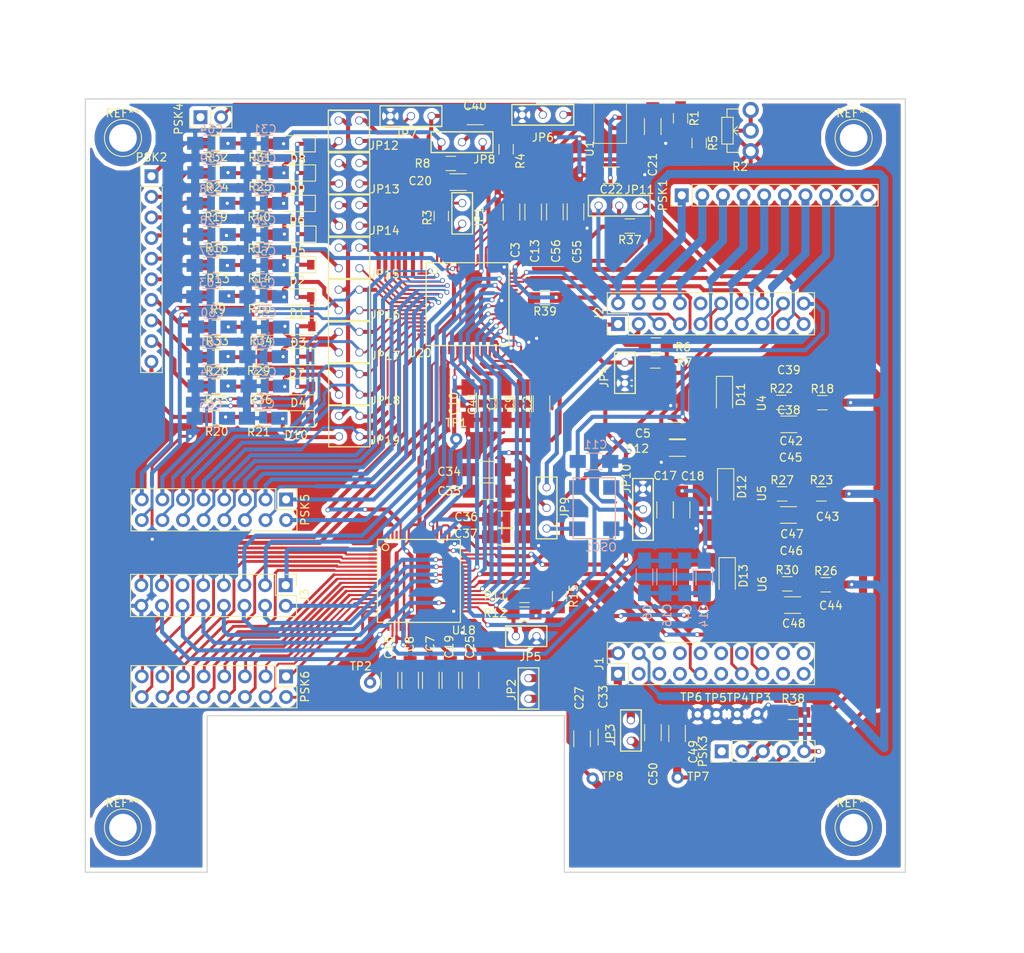
<source format=kicad_pcb>
(kicad_pcb (version 4) (host pcbnew 4.0.6)
  (layers (0 F.Cu signal) (31 B.Cu signal) (34 B.Paste user) (35 F.Paste user) (36 B.SilkS user) (37 F.SilkS user) (38 B.Mask user) (39 F.Mask user) (44 Edge.Cuts user))
  (net 0 "")
  (net 1 "Net-(C1-Pad1)")
  (net 2 AVSS)
  (net 3 "Net-(C2-Pad1)")
  (net 4 "Net-(C13-Pad2)")
  (net 5 AVDD)
  (net 6 DVDD)
  (net 7 AGND)
  (net 8 "Net-(C7-Pad1)")
  (net 9 VREFP)
  (net 10 "Net-(C9-Pad1)")
  (net 11 "Net-(C19-Pad1)")
  (net 12 "Net-(C20-Pad1)")
  (net 13 ECG_RL)
  (net 14 ECG_LA)
  (net 15 "Net-(C24-Pad1)")
  (net 16 "Net-(C25-Pad1)")
  (net 17 ECG_V4)
  (net 18 "Net-(C27-Pad2)")
  (net 19 "Net-(C28-Pad1)")
  (net 20 ECG_V5)
  (net 21 ECG_LL)
  (net 22 ECG_V6)
  (net 23 "Net-(C38-Pad1)")
  (net 24 GND)
  (net 25 5V_Supply)
  (net 26 "Net-(C43-Pad1)")
  (net 27 "Net-(C44-Pad1)")
  (net 28 -15V_Supply)
  (net 29 ECG_V2)
  (net 30 ECG_V3)
  (net 31 ECG_RA)
  (net 32 ECG_V1)
  (net 33 ECG_16N)
  (net 34 ECG_12N)
  (net 35 ECG_16P)
  (net 36 ECG_12P)
  (net 37 ECG_15N)
  (net 38 ECG_11N)
  (net 39 ECG_15P)
  (net 40 ECG_11P)
  (net 41 ECG_14N)
  (net 42 ECG_10N)
  (net 43 ECG_14P)
  (net 44 ECG_10P)
  (net 45 ECG_13N)
  (net 46 ECG_9N)
  (net 47 ECG_13P)
  (net 48 ECG_9P)
  (net 49 ECG_8N)
  (net 50 ECG_4N)
  (net 51 ECG_8P)
  (net 52 ECG_4P)
  (net 53 ECG_7N)
  (net 54 ECG_3N)
  (net 55 ECG_7P)
  (net 56 ECG_3P)
  (net 57 ECG_6N)
  (net 58 ECG_2N)
  (net 59 ECG_6P)
  (net 60 ECG_2P)
  (net 61 ECG_5N)
  (net 62 ECG_1N)
  (net 63 ECG_5P)
  (net 64 ECG_1P)
  (net 65 SPI_DRDY2)
  (net 66 "Net-(J3-Pad11)")
  (net 67 SPI_CLK)
  (net 68 EXT_CLK)
  (net 69 SPI_START)
  (net 70 /RESET)
  (net 71 I/O_6)
  (net 72 SPI_DRDY1)
  (net 73 I/O_7)
  (net 74 SPI_CS1)
  (net 75 I/O_8)
  (net 76 I/O_1)
  (net 77 I/O_2)
  (net 78 SPI_IN)
  (net 79 I/O_3)
  (net 80 SPI_OUT)
  (net 81 I/O_4)
  (net 82 I/O_5)
  (net 83 SPI_CS2)
  (net 84 /ADC1298_ECG_FE/ELEC_V2)
  (net 85 /ADC1298_ECG_FE/ELEC_V3)
  (net 86 /ADC1298_ECG_FE/ELEC_V4)
  (net 87 /ADC1298_ECG_FE/ELEC_V5)
  (net 88 /ADC1298_ECG_FE/ELEC_V6)
  (net 89 /ADC1298_ECG_FE/ELEC_RA)
  (net 90 /ADC1298_ECG_FE/ELEC_LA)
  (net 91 /ADC1298_ECG_FE/ELEC_LL)
  (net 92 /ADC1298_ECG_FE/ELEC_V1)
  (net 93 /ADC1298_ECG_FE/ELEC_RL)
  (net 94 PACEOUT21)
  (net 95 PACEOUT22)
  (net 96 PACEOUT11)
  (net 97 PACEOUT12)
  (net 98 GPIO13)
  (net 99 GPIO22)
  (net 100 GPIO14)
  (net 101 /PWDN)
  (net 102 GPIO24)
  (net 103 GPIO23)
  (net 104 GPIO11)
  (net 105 GPIO12)
  (net 106 DAISY_IN)
  (net 107 GPIO21)
  (net 108 "Net-(JP1-Pad2)")
  (net 109 ECG_SHD_DRV)
  (net 110 /WCT)
  (net 111 /CLK)
  (net 112 CLKSEL)
  (net 113 "Net-(PSK1-Pad9)")
  (net 114 "Net-(PSK1-Pad10)")
  (net 115 3.3V_Supply)
  (net 116 15V_Supply)
  (net 117 "Net-(PSK4-Pad1)")
  (net 118 "Net-(R1-Pad2)")
  (net 119 "Net-(R3-Pad2)")
  (net 120 "Net-(R4-Pad1)")
  (net 121 "Net-(R5-Pad2)")
  (net 122 "Net-(U18-Pad64)")
  (net 123 "Net-(U18-Pad63)")
  (net 124 "Net-(U18-Pad62)")
  (net 125 "Net-(U18-Pad60)")
  (net 126 "Net-(U18-Pad27)")
  (net 127 "Net-(U18-Pad29)")
  (net 128 "Net-(U20-Pad27)")
  (net 129 "Net-(U20-Pad29)")
  (net 130 "Net-(C34-Pad2)")
  (net 131 "Net-(C49-Pad2)")
  (net 132 "Net-(C57-Pad1)")
  (net 133 "Net-(C58-Pad1)")
  (net 134 "Net-(C59-Pad1)")
  (net 135 "Net-(C60-Pad1)")
  (net 136 "Net-(C61-Pad1)")
  (net 137 "Net-(C63-Pad1)")
  (net 138 "Net-(C64-Pad1)")
  (net 139 "Net-(C65-Pad1)")
  (net 140 "Net-(J1-Pad1)")
  (net 141 "Net-(J1-Pad2)")
  (net 142 "Net-(J1-Pad3)")
  (net 143 "Net-(J1-Pad5)")
  (net 144 "Net-(J1-Pad6)")
  (net 145 "Net-(J1-Pad7)")
  (net 146 "Net-(J1-Pad8)")
  (net 147 "Net-(J1-Pad10)")
  (net 148 "Net-(J1-Pad11)")
  (net 149 "Net-(J1-Pad12)")
  (net 150 "Net-(J1-Pad14)")
  (net 151 "Net-(J1-Pad16)")
  (net 152 "Net-(J2-Pad10)")
  (net 153 "Net-(J2-Pad19)")
  (net 154 "Net-(JP6-Pad2)")
  (net 155 "Net-(JP12-Pad1)")
  (net 156 "Net-(JP8-Pad2)")
  (net 157 "Net-(JP9-Pad1)")
  (net 158 "Net-(JP10-Pad2)")
  (net 159 "Net-(J1-Pad17)")
  (net 160 "Net-(J1-Pad18)")
  (net 161 "Net-(J1-Pad19)")
  (net 162 "Net-(J1-Pad20)")
  (net 163 "Net-(U20-Pad41)")
  (module Connectors:1pin (layer F.Cu) (at 165.5 57.5)
    (fp_text reference REF** (at 0 -3.048) (layer F.SilkS))
    (fp_text value 1pin)
    (pad 1 thru_hole circle (at 0 0) (size 7 7) (drill 3.4) (layers *.Cu *.Mask))
  )
  (module Connectors:1pin (layer F.Cu) (at 165.5 142.5)
    (fp_text reference REF** (at 0 -3.048) (layer F.SilkS))
    (fp_text value 1pin)
    (pad 1 thru_hole circle (at 0 0) (size 7 7) (drill 3.4) (layers *.Cu *.Mask))
  )
  (module Connectors:1pin (layer F.Cu) (at 75.5 142.5)
    (fp_text reference REF** (at 0 -3.048) (layer F.SilkS))
    (fp_text value 1pin)
    (pad 1 thru_hole circle (at 0 0) (size 7 7) (drill 3.4) (layers *.Cu *.Mask))
  )
  (module Pin_Headers:Pin_Header_Straight_2x08_Pitch2.54mm (layer F.Cu) (at 95.59798 102.05974 270)
    (fp_text reference PSK5 (at 1.27 -2.33 270) (layer F.SilkS))
    (fp_text value CONN_02X08)
    (pad 1 thru_hole rect (at 0 0 270) (size 1.7 1.7) (drill 1) (layers *.Cu *.Mask) (net 61 ECG_5N))
    (pad 2 thru_hole oval (at 2.54 0 270) (size 1.7 1.7) (drill 1) (layers *.Cu *.Mask) (net 63 ECG_5P))
    (pad 3 thru_hole oval (at 0 2.54 270) (size 1.7 1.7) (drill 1) (layers *.Cu *.Mask) (net 57 ECG_6N))
    (pad 4 thru_hole oval (at 2.54 2.54 270) (size 1.7 1.7) (drill 1) (layers *.Cu *.Mask) (net 59 ECG_6P))
    (pad 5 thru_hole oval (at 0 5.08 270) (size 1.7 1.7) (drill 1) (layers *.Cu *.Mask) (net 53 ECG_7N))
    (pad 6 thru_hole oval (at 2.54 5.08 270) (size 1.7 1.7) (drill 1) (layers *.Cu *.Mask) (net 55 ECG_7P))
    (pad 7 thru_hole oval (at 0 7.62 270) (size 1.7 1.7) (drill 1) (layers *.Cu *.Mask) (net 49 ECG_8N))
    (pad 8 thru_hole oval (at 2.54 7.62 270) (size 1.7 1.7) (drill 1) (layers *.Cu *.Mask) (net 51 ECG_8P))
    (pad 9 thru_hole oval (at 0 10.16 270) (size 1.7 1.7) (drill 1) (layers *.Cu *.Mask) (net 62 ECG_1N))
    (pad 10 thru_hole oval (at 2.54 10.16 270) (size 1.7 1.7) (drill 1) (layers *.Cu *.Mask) (net 64 ECG_1P))
    (pad 11 thru_hole oval (at 0 12.7 270) (size 1.7 1.7) (drill 1) (layers *.Cu *.Mask) (net 58 ECG_2N))
    (pad 12 thru_hole oval (at 2.54 12.7 270) (size 1.7 1.7) (drill 1) (layers *.Cu *.Mask) (net 60 ECG_2P))
    (pad 13 thru_hole oval (at 0 15.24 270) (size 1.7 1.7) (drill 1) (layers *.Cu *.Mask) (net 54 ECG_3N))
    (pad 14 thru_hole oval (at 2.54 15.24 270) (size 1.7 1.7) (drill 1) (layers *.Cu *.Mask) (net 56 ECG_3P))
    (pad 15 thru_hole oval (at 0 17.78 270) (size 1.7 1.7) (drill 1) (layers *.Cu *.Mask) (net 50 ECG_4N))
    (pad 16 thru_hole oval (at 2.54 17.78 270) (size 1.7 1.7) (drill 1) (layers *.Cu *.Mask) (net 52 ECG_4P))
  )
  (module ADS1298:ADS1298 (layer F.Cu) (at 111.9505 112.08766)
    (fp_text reference U18 (at 5.5245 6.096) (layer F.SilkS))
    (fp_text value ADS1298)
    (pad 64 smd rect (at -3.75 -5.6642) (size 0.27 1) (layers F.Cu F.Paste F.Mask) (net 122 "Net-(U18-Pad64)"))
    (pad 63 smd rect (at -3.25 -5.6642) (size 0.27 1) (layers F.Cu F.Paste F.Mask) (net 123 "Net-(U18-Pad63)"))
    (pad 61 smd rect (at -2.25 -5.6642) (size 0.27 1) (layers F.Cu F.Paste F.Mask) (net 12 "Net-(C20-Pad1)"))
    (pad 62 smd rect (at -2.75 -5.6642) (size 0.27 1) (layers F.Cu F.Paste F.Mask) (net 124 "Net-(U18-Pad62)"))
    (pad 58 smd rect (at -0.75 -5.6642) (size 0.27 1) (layers F.Cu F.Paste F.Mask) (net 2 AVSS))
    (pad 57 smd rect (at -0.25 -5.6642) (size 0.27 1) (layers F.Cu F.Paste F.Mask) (net 2 AVSS))
    (pad 59 smd rect (at -1.25 -5.6642) (size 0.27 1) (layers F.Cu F.Paste F.Mask) (net 5 AVDD))
    (pad 60 smd rect (at -1.75 -5.6642) (size 0.27 1) (layers F.Cu F.Paste F.Mask) (net 125 "Net-(U18-Pad60)"))
    (pad 52 smd rect (at 2.25 -5.6642) (size 0.27 1) (layers F.Cu F.Paste F.Mask) (net 112 CLKSEL))
    (pad 51 smd rect (at 2.75 -5.6642) (size 0.27 1) (layers F.Cu F.Paste F.Mask) (net 7 AGND))
    (pad 49 smd rect (at 3.75 -5.6642) (size 0.27 1) (layers F.Cu F.Paste F.Mask) (net 7 AGND))
    (pad 50 smd rect (at 3.25 -5.6642) (size 0.27 1) (layers F.Cu F.Paste F.Mask) (net 6 DVDD))
    (pad 54 smd rect (at 1.25 -5.6642) (size 0.27 1) (layers F.Cu F.Paste F.Mask) (net 5 AVDD))
    (pad 53 smd rect (at 1.75 -5.6642) (size 0.27 1) (layers F.Cu F.Paste F.Mask) (net 2 AVSS))
    (pad 55 smd rect (at 0.75 -5.6642) (size 0.27 1) (layers F.Cu F.Paste F.Mask) (net 130 "Net-(C34-Pad2)"))
    (pad 56 smd rect (at 0.25 -5.6642) (size 0.27 1) (layers F.Cu F.Paste F.Mask) (net 5 AVDD))
    (pad 47 smd rect (at 5.6769 -3.25) (size 1 0.27) (layers F.Cu F.Paste F.Mask) (net 65 SPI_DRDY2))
    (pad 48 smd rect (at 5.6769 -3.75) (size 1 0.27) (layers F.Cu F.Paste F.Mask) (net 6 DVDD))
    (pad 46 smd rect (at 5.6769 -2.75) (size 1 0.27) (layers F.Cu F.Paste F.Mask) (net 102 GPIO24))
    (pad 45 smd rect (at 5.6769 -2.25) (size 1 0.27) (layers F.Cu F.Paste F.Mask) (net 103 GPIO23))
    (pad 41 smd rect (at 5.6769 -0.25) (size 1 0.27) (layers F.Cu F.Paste F.Mask) (net 106 DAISY_IN))
    (pad 42 smd rect (at 5.6769 -0.75) (size 1 0.27) (layers F.Cu F.Paste F.Mask) (net 107 GPIO21))
    (pad 44 smd rect (at 5.6769 -1.75) (size 1 0.27) (layers F.Cu F.Paste F.Mask) (net 99 GPIO22))
    (pad 43 smd rect (at 5.6769 -1.25) (size 1 0.27) (layers F.Cu F.Paste F.Mask) (net 80 SPI_OUT))
    (pad 35 smd rect (at 5.6769 2.75) (size 1 0.27) (layers F.Cu F.Paste F.Mask) (net 101 /PWDN))
    (pad 36 smd rect (at 5.6769 2.25) (size 1 0.27) (layers F.Cu F.Paste F.Mask) (net 70 /RESET))
    (pad 34 smd rect (at 5.6769 3.25) (size 1 0.27) (layers F.Cu F.Paste F.Mask) (net 78 SPI_IN))
    (pad 33 smd rect (at 5.6769 3.75) (size 1 0.27) (layers F.Cu F.Paste F.Mask) (net 7 AGND))
    (pad 37 smd rect (at 5.6769 1.75) (size 1 0.27) (layers F.Cu F.Paste F.Mask) (net 111 /CLK))
    (pad 38 smd rect (at 5.6769 1.25) (size 1 0.27) (layers F.Cu F.Paste F.Mask) (net 69 SPI_START))
    (pad 40 smd rect (at 5.6769 0.25) (size 1 0.27) (layers F.Cu F.Paste F.Mask) (net 67 SPI_CLK))
    (pad 39 smd rect (at 5.6769 0.75) (size 1 0.27) (layers F.Cu F.Paste F.Mask) (net 83 SPI_CS2))
    (pad 25 smd rect (at 0.25 5.6769) (size 0.27 1) (layers F.Cu F.Paste F.Mask) (net 2 AVSS))
    (pad 26 smd rect (at 0.75 5.6769) (size 0.27 1) (layers F.Cu F.Paste F.Mask) (net 8 "Net-(C7-Pad1)"))
    (pad 28 smd rect (at 1.75 5.6769) (size 0.27 1) (layers F.Cu F.Paste F.Mask) (net 11 "Net-(C19-Pad1)"))
    (pad 27 smd rect (at 1.25 5.6769) (size 0.27 1) (layers F.Cu F.Paste F.Mask) (net 126 "Net-(U18-Pad27)"))
    (pad 31 smd rect (at 3.25 5.6769) (size 0.27 1) (layers F.Cu F.Paste F.Mask) (net 7 AGND))
    (pad 32 smd rect (at 3.75 5.6769) (size 0.27 1) (layers F.Cu F.Paste F.Mask) (net 2 AVSS))
    (pad 30 smd rect (at 2.75 5.6769) (size 0.27 1) (layers F.Cu F.Paste F.Mask) (net 16 "Net-(C25-Pad1)"))
    (pad 29 smd rect (at 2.25 5.6769) (size 0.27 1) (layers F.Cu F.Paste F.Mask) (net 127 "Net-(U18-Pad29)"))
    (pad 21 smd rect (at -1.75 5.6769) (size 0.27 1) (layers F.Cu F.Paste F.Mask) (net 5 AVDD))
    (pad 22 smd rect (at -1.25 5.6769) (size 0.27 1) (layers F.Cu F.Paste F.Mask) (net 5 AVDD))
    (pad 24 smd rect (at -0.25 5.6769) (size 0.27 1) (layers F.Cu F.Paste F.Mask) (net 9 VREFP))
    (pad 23 smd rect (at -0.75 5.6769) (size 0.27 1) (layers F.Cu F.Paste F.Mask) (net 2 AVSS))
    (pad 19 smd rect (at -2.75 5.6769) (size 0.27 1) (layers F.Cu F.Paste F.Mask) (net 5 AVDD))
    (pad 20 smd rect (at -2.25 5.6769) (size 0.27 1) (layers F.Cu F.Paste F.Mask) (net 2 AVSS))
    (pad 18 smd rect (at -3.25 5.6769) (size 0.27 1) (layers F.Cu F.Paste F.Mask) (net 95 PACEOUT22))
    (pad 10 smd rect (at -5.6769 0.75) (size 1 0.27) (layers F.Cu F.Paste F.Mask) (net 36 ECG_12P))
    (pad 9 smd rect (at -5.6769 0.25) (size 1 0.27) (layers F.Cu F.Paste F.Mask) (net 34 ECG_12N))
    (pad 11 smd rect (at -5.6769 1.25) (size 1 0.27) (layers F.Cu F.Paste F.Mask) (net 38 ECG_11N))
    (pad 12 smd rect (at -5.6769 1.75) (size 1 0.27) (layers F.Cu F.Paste F.Mask) (net 40 ECG_11P))
    (pad 16 smd rect (at -5.6769 3.75) (size 1 0.27) (layers F.Cu F.Paste F.Mask) (net 48 ECG_9P))
    (pad 15 smd rect (at -5.6769 3.25) (size 1 0.27) (layers F.Cu F.Paste F.Mask) (net 46 ECG_9N))
    (pad 13 smd rect (at -5.6769 2.25) (size 1 0.27) (layers F.Cu F.Paste F.Mask) (net 42 ECG_10N))
    (pad 14 smd rect (at -5.6769 2.75) (size 1 0.27) (layers F.Cu F.Paste F.Mask) (net 44 ECG_10P))
    (pad 6 smd rect (at -5.6769 -1.25) (size 1 0.27) (layers F.Cu F.Paste F.Mask) (net 43 ECG_14P))
    (pad 5 smd rect (at -5.6769 -1.75) (size 1 0.27) (layers F.Cu F.Paste F.Mask) (net 41 ECG_14N))
    (pad 7 smd rect (at -5.6769 -0.75) (size 1 0.27) (layers F.Cu F.Paste F.Mask) (net 45 ECG_13N))
    (pad 8 smd rect (at -5.6769 -0.25) (size 1 0.27) (layers F.Cu F.Paste F.Mask) (net 47 ECG_13P))
    (pad 4 smd rect (at -5.6769 -2.25) (size 1 0.27) (layers F.Cu F.Paste F.Mask) (net 39 ECG_15P))
    (pad 3 smd rect (at -5.6769 -2.75) (size 1 0.27) (layers F.Cu F.Paste F.Mask) (net 37 ECG_15N))
    (pad 1 smd rect (at -5.6769 -3.75) (size 1 0.27) (layers F.Cu F.Paste F.Mask) (net 33 ECG_16N))
    (pad 2 smd rect (at -5.6769 -3.25) (size 1 0.27) (layers F.Cu F.Paste F.Mask) (net 35 ECG_16P))
    (pad 17 smd rect (at -3.75 5.6769) (size 0.27 1) (layers F.Cu F.Paste F.Mask) (net 94 PACEOUT21))
  )
  (module ADS1298:ADS1298 (layer F.Cu) (at 117.9449 77.98054)
    (fp_text reference U20 (at -5.8801 6.01726) (layer F.SilkS))
    (fp_text value ADS1298)
    (pad 64 smd rect (at -3.75 -5.6642) (size 0.27 1) (layers F.Cu F.Paste F.Mask) (net 110 /WCT))
    (pad 63 smd rect (at -3.25 -5.6642) (size 0.27 1) (layers F.Cu F.Paste F.Mask) (net 119 "Net-(R3-Pad2)"))
    (pad 61 smd rect (at -2.25 -5.6642) (size 0.27 1) (layers F.Cu F.Paste F.Mask) (net 12 "Net-(C20-Pad1)"))
    (pad 62 smd rect (at -2.75 -5.6642) (size 0.27 1) (layers F.Cu F.Paste F.Mask) (net 108 "Net-(JP1-Pad2)"))
    (pad 58 smd rect (at -0.75 -5.6642) (size 0.27 1) (layers F.Cu F.Paste F.Mask) (net 2 AVSS))
    (pad 57 smd rect (at -0.25 -5.6642) (size 0.27 1) (layers F.Cu F.Paste F.Mask) (net 2 AVSS))
    (pad 59 smd rect (at -1.25 -5.6642) (size 0.27 1) (layers F.Cu F.Paste F.Mask) (net 5 AVDD))
    (pad 60 smd rect (at -1.75 -5.6642) (size 0.27 1) (layers F.Cu F.Paste F.Mask) (net 121 "Net-(R5-Pad2)"))
    (pad 52 smd rect (at 2.25 -5.6642) (size 0.27 1) (layers F.Cu F.Paste F.Mask) (net 112 CLKSEL))
    (pad 51 smd rect (at 2.75 -5.6642) (size 0.27 1) (layers F.Cu F.Paste F.Mask) (net 7 AGND))
    (pad 49 smd rect (at 3.75 -5.6642) (size 0.27 1) (layers F.Cu F.Paste F.Mask) (net 7 AGND))
    (pad 50 smd rect (at 3.25 -5.6642) (size 0.27 1) (layers F.Cu F.Paste F.Mask) (net 6 DVDD))
    (pad 54 smd rect (at 1.25 -5.6642) (size 0.27 1) (layers F.Cu F.Paste F.Mask) (net 5 AVDD))
    (pad 53 smd rect (at 1.75 -5.6642) (size 0.27 1) (layers F.Cu F.Paste F.Mask) (net 2 AVSS))
    (pad 55 smd rect (at 0.75 -5.6642) (size 0.27 1) (layers F.Cu F.Paste F.Mask) (net 4 "Net-(C13-Pad2)"))
    (pad 56 smd rect (at 0.25 -5.6642) (size 0.27 1) (layers F.Cu F.Paste F.Mask) (net 5 AVDD))
    (pad 47 smd rect (at 5.6769 -3.25) (size 1 0.27) (layers F.Cu F.Paste F.Mask) (net 72 SPI_DRDY1))
    (pad 48 smd rect (at 5.6769 -3.75) (size 1 0.27) (layers F.Cu F.Paste F.Mask) (net 6 DVDD))
    (pad 46 smd rect (at 5.6769 -2.75) (size 1 0.27) (layers F.Cu F.Paste F.Mask) (net 100 GPIO14))
    (pad 45 smd rect (at 5.6769 -2.25) (size 1 0.27) (layers F.Cu F.Paste F.Mask) (net 98 GPIO13))
    (pad 41 smd rect (at 5.6769 -0.25) (size 1 0.27) (layers F.Cu F.Paste F.Mask) (net 163 "Net-(U20-Pad41)"))
    (pad 42 smd rect (at 5.6769 -0.75) (size 1 0.27) (layers F.Cu F.Paste F.Mask) (net 104 GPIO11))
    (pad 44 smd rect (at 5.6769 -1.75) (size 1 0.27) (layers F.Cu F.Paste F.Mask) (net 105 GPIO12))
    (pad 43 smd rect (at 5.6769 -1.25) (size 1 0.27) (layers F.Cu F.Paste F.Mask) (net 80 SPI_OUT))
    (pad 35 smd rect (at 5.6769 2.75) (size 1 0.27) (layers F.Cu F.Paste F.Mask) (net 101 /PWDN))
    (pad 36 smd rect (at 5.6769 2.25) (size 1 0.27) (layers F.Cu F.Paste F.Mask) (net 70 /RESET))
    (pad 34 smd rect (at 5.6769 3.25) (size 1 0.27) (layers F.Cu F.Paste F.Mask) (net 7 AGND))
    (pad 33 smd rect (at 5.6769 3.75) (size 1 0.27) (layers F.Cu F.Paste F.Mask) (net 7 AGND))
    (pad 37 smd rect (at 5.6769 1.75) (size 1 0.27) (layers F.Cu F.Paste F.Mask) (net 111 /CLK))
    (pad 38 smd rect (at 5.6769 1.25) (size 1 0.27) (layers F.Cu F.Paste F.Mask) (net 69 SPI_START))
    (pad 40 smd rect (at 5.6769 0.25) (size 1 0.27) (layers F.Cu F.Paste F.Mask) (net 67 SPI_CLK))
    (pad 39 smd rect (at 5.6769 0.75) (size 1 0.27) (layers F.Cu F.Paste F.Mask) (net 74 SPI_CS1))
    (pad 25 smd rect (at 0.25 5.6769) (size 0.27 1) (layers F.Cu F.Paste F.Mask) (net 2 AVSS))
    (pad 26 smd rect (at 0.75 5.6769) (size 0.27 1) (layers F.Cu F.Paste F.Mask) (net 1 "Net-(C1-Pad1)"))
    (pad 28 smd rect (at 1.75 5.6769) (size 0.27 1) (layers F.Cu F.Paste F.Mask) (net 10 "Net-(C9-Pad1)"))
    (pad 27 smd rect (at 1.25 5.6769) (size 0.27 1) (layers F.Cu F.Paste F.Mask) (net 128 "Net-(U20-Pad27)"))
    (pad 31 smd rect (at 3.25 5.6769) (size 0.27 1) (layers F.Cu F.Paste F.Mask) (net 7 AGND))
    (pad 32 smd rect (at 3.75 5.6769) (size 0.27 1) (layers F.Cu F.Paste F.Mask) (net 2 AVSS))
    (pad 30 smd rect (at 2.75 5.6769) (size 0.27 1) (layers F.Cu F.Paste F.Mask) (net 3 "Net-(C2-Pad1)"))
    (pad 29 smd rect (at 2.25 5.6769) (size 0.27 1) (layers F.Cu F.Paste F.Mask) (net 129 "Net-(U20-Pad29)"))
    (pad 21 smd rect (at -1.75 5.6769) (size 0.27 1) (layers F.Cu F.Paste F.Mask) (net 5 AVDD))
    (pad 22 smd rect (at -1.25 5.6769) (size 0.27 1) (layers F.Cu F.Paste F.Mask) (net 5 AVDD))
    (pad 24 smd rect (at -0.25 5.6769) (size 0.27 1) (layers F.Cu F.Paste F.Mask) (net 9 VREFP))
    (pad 23 smd rect (at -0.75 5.6769) (size 0.27 1) (layers F.Cu F.Paste F.Mask) (net 2 AVSS))
    (pad 19 smd rect (at -2.75 5.6769) (size 0.27 1) (layers F.Cu F.Paste F.Mask) (net 5 AVDD))
    (pad 20 smd rect (at -2.25 5.6769) (size 0.27 1) (layers F.Cu F.Paste F.Mask) (net 2 AVSS))
    (pad 18 smd rect (at -3.25 5.6769) (size 0.27 1) (layers F.Cu F.Paste F.Mask) (net 97 PACEOUT12))
    (pad 10 smd rect (at -5.6769 0.75) (size 1 0.27) (layers F.Cu F.Paste F.Mask) (net 52 ECG_4P))
    (pad 9 smd rect (at -5.6769 0.25) (size 1 0.27) (layers F.Cu F.Paste F.Mask) (net 50 ECG_4N))
    (pad 11 smd rect (at -5.6769 1.25) (size 1 0.27) (layers F.Cu F.Paste F.Mask) (net 54 ECG_3N))
    (pad 12 smd rect (at -5.6769 1.75) (size 1 0.27) (layers F.Cu F.Paste F.Mask) (net 56 ECG_3P))
    (pad 16 smd rect (at -5.6769 3.75) (size 1 0.27) (layers F.Cu F.Paste F.Mask) (net 64 ECG_1P))
    (pad 15 smd rect (at -5.6769 3.25) (size 1 0.27) (layers F.Cu F.Paste F.Mask) (net 62 ECG_1N))
    (pad 13 smd rect (at -5.6769 2.25) (size 1 0.27) (layers F.Cu F.Paste F.Mask) (net 58 ECG_2N))
    (pad 14 smd rect (at -5.6769 2.75) (size 1 0.27) (layers F.Cu F.Paste F.Mask) (net 60 ECG_2P))
    (pad 6 smd rect (at -5.6769 -1.25) (size 1 0.27) (layers F.Cu F.Paste F.Mask) (net 59 ECG_6P))
    (pad 5 smd rect (at -5.6769 -1.75) (size 1 0.27) (layers F.Cu F.Paste F.Mask) (net 57 ECG_6N))
    (pad 7 smd rect (at -5.6769 -0.75) (size 1 0.27) (layers F.Cu F.Paste F.Mask) (net 61 ECG_5N))
    (pad 8 smd rect (at -5.6769 -0.25) (size 1 0.27) (layers F.Cu F.Paste F.Mask) (net 63 ECG_5P))
    (pad 4 smd rect (at -5.6769 -2.25) (size 1 0.27) (layers F.Cu F.Paste F.Mask) (net 55 ECG_7P))
    (pad 3 smd rect (at -5.6769 -2.75) (size 1 0.27) (layers F.Cu F.Paste F.Mask) (net 53 ECG_7N))
    (pad 1 smd rect (at -5.6769 -3.75) (size 1 0.27) (layers F.Cu F.Paste F.Mask) (net 49 ECG_8N))
    (pad 2 smd rect (at -5.6769 -3.25) (size 1 0.27) (layers F.Cu F.Paste F.Mask) (net 51 ECG_8P))
    (pad 17 smd rect (at -3.75 5.6769) (size 0.27 1) (layers F.Cu F.Paste F.Mask) (net 96 PACEOUT11))
  )
  (module Capacitors_SMD:C_1206_HandSoldering (layer B.Cu) (at 133.5151 97.3709)
    (fp_text reference C11 (at 0.1905 -2.0701) (layer B.SilkS) (effects (justify mirror)))
    (fp_text value 1uF)
    (pad 1 smd rect (at -2 0) (size 2 1.6) (layers B.Cu B.Paste B.Mask) (net 6 DVDD))
    (pad 2 smd rect (at 2 0) (size 2 1.6) (layers B.Cu B.Paste B.Mask) (net 7 AGND))
  )
  (module Resistors_SMD:R_0805_HandSoldering (layer F.Cu) (at 129.2733 113.9825 90)
    (fp_text reference R15 (at 0.0254 1.7272 90) (layer F.SilkS))
    (fp_text value 10k)
    (pad 1 smd rect (at -1.35 0 90) (size 1.5 1.3) (layers F.Cu F.Paste F.Mask) (net 6 DVDD))
    (pad 2 smd rect (at 1.35 0 90) (size 1.5 1.3) (layers F.Cu F.Paste F.Mask) (net 83 SPI_CS2))
  )
  (module Capacitors_SMD:C_1206_HandSoldering (layer B.Cu) (at 92.81922 84.46262 180)
    (fp_text reference C30 (at 0 1.75 180) (layer B.SilkS) (effects (justify mirror)))
    (fp_text value 47pF)
    (pad 1 smd rect (at -2 0 180) (size 2 1.6) (layers B.Cu B.Paste B.Mask) (net 21 ECG_LL))
    (pad 2 smd rect (at 2 0 180) (size 2 1.6) (layers B.Cu B.Paste B.Mask) (net 7 AGND))
  )
  (module Capacitors_SMD:C_1206_HandSoldering (layer B.Cu) (at 92.97162 88.08466 180)
    (fp_text reference C23 (at 0 1.75 180) (layer B.SilkS) (effects (justify mirror)))
    (fp_text value 47pF)
    (pad 1 smd rect (at -2 0 180) (size 2 1.6) (layers B.Cu B.Paste B.Mask) (net 14 ECG_LA))
    (pad 2 smd rect (at 2 0 180) (size 2 1.6) (layers B.Cu B.Paste B.Mask) (net 7 AGND))
  )
  (module Capacitors_SMD:C_1206_HandSoldering (layer F.Cu) (at 122.56516 90.25128 270)
    (fp_text reference C1 (at -0.127 1.651 270) (layer F.SilkS))
    (fp_text value 1uF)
    (pad 1 smd rect (at -2 0 270) (size 2 1.6) (layers F.Cu F.Paste F.Mask) (net 1 "Net-(C1-Pad1)"))
    (pad 2 smd rect (at 2 0 270) (size 2 1.6) (layers F.Cu F.Paste F.Mask) (net 2 AVSS))
  )
  (module Capacitors_SMD:C_1206_HandSoldering (layer F.Cu) (at 127.05334 90.26906 270)
    (fp_text reference C2 (at 0 1.7145 270) (layer F.SilkS))
    (fp_text value 1uF)
    (pad 1 smd rect (at -2 0 270) (size 2 1.6) (layers F.Cu F.Paste F.Mask) (net 3 "Net-(C2-Pad1)"))
    (pad 2 smd rect (at 2 0 270) (size 2 1.6) (layers F.Cu F.Paste F.Mask) (net 2 AVSS))
  )
  (module Capacitors_SMD:C_1206_HandSoldering (layer F.Cu) (at 123.3551 66.6369 270)
    (fp_text reference C3 (at 4.6863 -0.4826 270) (layer F.SilkS))
    (fp_text value 1uF)
    (pad 1 smd rect (at -2 0 270) (size 2 1.6) (layers F.Cu F.Paste F.Mask) (net 2 AVSS))
    (pad 2 smd rect (at 2 0 270) (size 2 1.6) (layers F.Cu F.Paste F.Mask) (net 4 "Net-(C13-Pad2)"))
  )
  (module Capacitors_SMD:C_1206_HandSoldering (layer B.Cu) (at 144.6911 111.5949 270)
    (fp_text reference C4 (at 4.318 -0.3302 270) (layer B.SilkS) (effects (justify mirror)))
    (fp_text value 1uF)
    (pad 1 smd rect (at -2 0 270) (size 2 1.6) (layers B.Cu B.Paste B.Mask) (net 5 AVDD))
    (pad 2 smd rect (at 2 0 270) (size 2 1.6) (layers B.Cu B.Paste B.Mask) (net 2 AVSS))
  )
  (module Capacitors_SMD:C_1206_HandSoldering (layer F.Cu) (at 143.8021 93.5609 180)
    (fp_text reference C5 (at 4.2672 -0.3556 180) (layer F.SilkS))
    (fp_text value 1uF)
    (pad 1 smd rect (at -2 0 180) (size 2 1.6) (layers F.Cu F.Paste F.Mask) (net 6 DVDD))
    (pad 2 smd rect (at 2 0 180) (size 2 1.6) (layers F.Cu F.Paste F.Mask) (net 7 AGND))
  )
  (module Capacitors_SMD:C_1206_HandSoldering (layer B.Cu) (at 139.7381 111.5949 270)
    (fp_text reference C6 (at 4.3561 -0.3683 270) (layer B.SilkS) (effects (justify mirror)))
    (fp_text value 1uF)
    (pad 1 smd rect (at -2 0 270) (size 2 1.6) (layers B.Cu B.Paste B.Mask) (net 5 AVDD))
    (pad 2 smd rect (at 2 0 270) (size 2 1.6) (layers B.Cu B.Paste B.Mask) (net 2 AVSS))
  )
  (module Capacitors_SMD:C_1206_HandSoldering (layer F.Cu) (at 113.411 124.34316 270)
    (fp_text reference C7 (at -4.51866 0.0508 270) (layer F.SilkS))
    (fp_text value 1uF)
    (pad 1 smd rect (at -2 0 270) (size 2 1.6) (layers F.Cu F.Paste F.Mask) (net 8 "Net-(C7-Pad1)"))
    (pad 2 smd rect (at 2 0 270) (size 2 1.6) (layers F.Cu F.Paste F.Mask) (net 2 AVSS))
  )
  (module Capacitors_SMD:C_1206_HandSoldering (layer F.Cu) (at 110.871 124.34316 90)
    (fp_text reference C8 (at 4.48056 -0.0635 90) (layer F.SilkS))
    (fp_text value 10uF)
    (pad 1 smd rect (at -2 0 90) (size 2 1.6) (layers F.Cu F.Paste F.Mask) (net 2 AVSS))
    (pad 2 smd rect (at 2 0 90) (size 2 1.6) (layers F.Cu F.Paste F.Mask) (net 9 VREFP))
  )
  (module Capacitors_SMD:C_1206_HandSoldering (layer F.Cu) (at 124.79782 90.25382 270)
    (fp_text reference C9 (at -0.0635 1.651 270) (layer F.SilkS))
    (fp_text value 22uF)
    (pad 1 smd rect (at -2 0 270) (size 2 1.6) (layers F.Cu F.Paste F.Mask) (net 10 "Net-(C9-Pad1)"))
    (pad 2 smd rect (at 2 0 270) (size 2 1.6) (layers F.Cu F.Paste F.Mask) (net 2 AVSS))
  )
  (module Capacitors_SMD:C_1206_HandSoldering (layer F.Cu) (at 117.99316 90.25128 90)
    (fp_text reference C10 (at 0 -1.75 90) (layer F.SilkS))
    (fp_text value 0.1uF)
    (pad 1 smd rect (at -2 0 90) (size 2 1.6) (layers F.Cu F.Paste F.Mask) (net 2 AVSS))
    (pad 2 smd rect (at 2 0 90) (size 2 1.6) (layers F.Cu F.Paste F.Mask) (net 9 VREFP))
  )
  (module Capacitors_SMD:C_1206_HandSoldering (layer F.Cu) (at 143.8021 95.7199 180)
    (fp_text reference C12 (at 4.953 -0.0635 180) (layer F.SilkS))
    (fp_text value 0.1uF)
    (pad 1 smd rect (at -2 0 180) (size 2 1.6) (layers F.Cu F.Paste F.Mask) (net 6 DVDD))
    (pad 2 smd rect (at 2 0 180) (size 2 1.6) (layers F.Cu F.Paste F.Mask) (net 7 AGND))
  )
  (module Capacitors_SMD:C_1206_HandSoldering (layer F.Cu) (at 126.0221 66.6369 270)
    (fp_text reference C13 (at 4.8006 -0.2159 270) (layer F.SilkS))
    (fp_text value 0.1uF)
    (pad 1 smd rect (at -2 0 270) (size 2 1.6) (layers F.Cu F.Paste F.Mask) (net 2 AVSS))
    (pad 2 smd rect (at 2 0 270) (size 2 1.6) (layers F.Cu F.Paste F.Mask) (net 4 "Net-(C13-Pad2)"))
  )
  (module Capacitors_SMD:C_1206_HandSoldering (layer B.Cu) (at 147.1041 111.5949 270)
    (fp_text reference C14 (at 4.8006 0.0635 270) (layer B.SilkS) (effects (justify mirror)))
    (fp_text value 0.1uF)
    (pad 1 smd rect (at -2 0 270) (size 2 1.6) (layers B.Cu B.Paste B.Mask) (net 5 AVDD))
    (pad 2 smd rect (at 2 0 270) (size 2 1.6) (layers B.Cu B.Paste B.Mask) (net 2 AVSS))
  )
  (module Capacitors_SMD:C_1206_HandSoldering (layer F.Cu) (at 108.331 124.34316 90)
    (fp_text reference C15 (at 4.06146 -0.0762 90) (layer F.SilkS))
    (fp_text value 0.1uF)
    (pad 1 smd rect (at -2 0 90) (size 2 1.6) (layers F.Cu F.Paste F.Mask) (net 2 AVSS))
    (pad 2 smd rect (at 2 0 90) (size 2 1.6) (layers F.Cu F.Paste F.Mask) (net 9 VREFP))
  )
  (module Capacitors_SMD:C_1206_HandSoldering (layer B.Cu) (at 142.2781 111.5949 270)
    (fp_text reference C16 (at 4.7371 -0.254 270) (layer B.SilkS) (effects (justify mirror)))
    (fp_text value 0.1uF)
    (pad 1 smd rect (at -2 0 270) (size 2 1.6) (layers B.Cu B.Paste B.Mask) (net 5 AVDD))
    (pad 2 smd rect (at 2 0 270) (size 2 1.6) (layers B.Cu B.Paste B.Mask) (net 2 AVSS))
  )
  (module Capacitors_SMD:C_1206_HandSoldering (layer F.Cu) (at 142.2781 103.3399 270)
    (fp_text reference C17 (at -4.2037 0 360) (layer F.SilkS))
    (fp_text value 1uF)
    (pad 1 smd rect (at -2 0 270) (size 2 1.6) (layers F.Cu F.Paste F.Mask) (net 5 AVDD))
    (pad 2 smd rect (at 2 0 270) (size 2 1.6) (layers F.Cu F.Paste F.Mask) (net 7 AGND))
  )
  (module Capacitors_SMD:C_1206_HandSoldering (layer F.Cu) (at 144.3101 103.3399 270)
    (fp_text reference C18 (at -4.1656 -1.3589 360) (layer F.SilkS))
    (fp_text value 0.1uF)
    (pad 1 smd rect (at -2 0 270) (size 2 1.6) (layers F.Cu F.Paste F.Mask) (net 5 AVDD))
    (pad 2 smd rect (at 2 0 270) (size 2 1.6) (layers F.Cu F.Paste F.Mask) (net 7 AGND))
  )
  (module Capacitors_SMD:C_1206_HandSoldering (layer F.Cu) (at 115.824 124.34316 270)
    (fp_text reference C19 (at -4.13766 0.1397 270) (layer F.SilkS))
    (fp_text value 22uF)
    (pad 1 smd rect (at -2 0 270) (size 2 1.6) (layers F.Cu F.Paste F.Mask) (net 11 "Net-(C19-Pad1)"))
    (pad 2 smd rect (at 2 0 270) (size 2 1.6) (layers F.Cu F.Paste F.Mask) (net 2 AVSS))
  )
  (module Capacitors_SMD:C_1206_HandSoldering (layer F.Cu) (at 116.7765 62.9412 180)
    (fp_text reference C20 (at 4.6609 0.1397 180) (layer F.SilkS))
    (fp_text value 0.01uF)
    (pad 1 smd rect (at -2 0 180) (size 2 1.6) (layers F.Cu F.Paste F.Mask) (net 12 "Net-(C20-Pad1)"))
    (pad 2 smd rect (at 2 0 180) (size 2 1.6) (layers F.Cu F.Paste F.Mask) (net 13 ECG_RL))
  )
  (module Capacitors_SMD:C_1206_HandSoldering (layer F.Cu) (at 140.7541 56.0959 90)
    (fp_text reference C21 (at -4.699 0 90) (layer F.SilkS))
    (fp_text value NI)
    (pad 1 smd rect (at -2 0 90) (size 2 1.6) (layers F.Cu F.Paste F.Mask) (net 7 AGND))
    (pad 2 smd rect (at 2 0 90) (size 2 1.6) (layers F.Cu F.Paste F.Mask) (net 5 AVDD))
  )
  (module Capacitors_SMD:C_1206_HandSoldering (layer F.Cu) (at 135.6614 62.103 180)
    (fp_text reference C22 (at 0 -1.75 180) (layer F.SilkS))
    (fp_text value NI)
    (pad 1 smd rect (at -2 0 180) (size 2 1.6) (layers F.Cu F.Paste F.Mask) (net 7 AGND))
    (pad 2 smd rect (at 2 0 180) (size 2 1.6) (layers F.Cu F.Paste F.Mask) (net 2 AVSS))
  )
  (module Capacitors_SMD:C_1206_HandSoldering (layer B.Cu) (at 86.44382 88.0745 180)
    (fp_text reference C24 (at 0 1.75 180) (layer B.SilkS) (effects (justify mirror)))
    (fp_text value 47pF)
    (pad 1 smd rect (at -2 0 180) (size 2 1.6) (layers B.Cu B.Paste B.Mask) (net 15 "Net-(C24-Pad1)"))
    (pad 2 smd rect (at 2 0 180) (size 2 1.6) (layers B.Cu B.Paste B.Mask) (net 7 AGND))
  )
  (module Capacitors_SMD:C_1206_HandSoldering (layer F.Cu) (at 118.3005 124.34316 270)
    (fp_text reference C25 (at -4.09956 0.0635 270) (layer F.SilkS))
    (fp_text value 1uF)
    (pad 1 smd rect (at -2 0 270) (size 2 1.6) (layers F.Cu F.Paste F.Mask) (net 16 "Net-(C25-Pad1)"))
    (pad 2 smd rect (at 2 0 270) (size 2 1.6) (layers F.Cu F.Paste F.Mask) (net 2 AVSS))
  )
  (module Capacitors_SMD:C_1206_HandSoldering (layer B.Cu) (at 92.91574 69.41566 180)
    (fp_text reference C26 (at 0 1.75 180) (layer B.SilkS) (effects (justify mirror)))
    (fp_text value 47pF)
    (pad 1 smd rect (at -2 0 180) (size 2 1.6) (layers B.Cu B.Paste B.Mask) (net 17 ECG_V4))
    (pad 2 smd rect (at 2 0 180) (size 2 1.6) (layers B.Cu B.Paste B.Mask) (net 7 AGND))
  )
  (module Capacitors_SMD:C_1206_HandSoldering (layer F.Cu) (at 132.05 131.55 90)
    (fp_text reference C27 (at 5.00634 -0.33782 90) (layer F.SilkS))
    (fp_text value 100uF)
    (pad 1 smd rect (at -2 0 90) (size 2 1.6) (layers F.Cu F.Paste F.Mask) (net 115 3.3V_Supply))
    (pad 2 smd rect (at 2 0 90) (size 2 1.6) (layers F.Cu F.Paste F.Mask) (net 18 "Net-(C27-Pad2)"))
  )
  (module Capacitors_SMD:C_1206_HandSoldering (layer B.Cu) (at 86.40318 69.41058 180)
    (fp_text reference C28 (at 0 1.75 180) (layer B.SilkS) (effects (justify mirror)))
    (fp_text value 47pF)
    (pad 1 smd rect (at -2 0 180) (size 2 1.6) (layers B.Cu B.Paste B.Mask) (net 19 "Net-(C28-Pad1)"))
    (pad 2 smd rect (at 2 0 180) (size 2 1.6) (layers B.Cu B.Paste B.Mask) (net 7 AGND))
  )
  (module Capacitors_SMD:C_1206_HandSoldering (layer B.Cu) (at 92.85732 65.56248 180)
    (fp_text reference C29 (at 0 1.75 180) (layer B.SilkS) (effects (justify mirror)))
    (fp_text value 47pF)
    (pad 1 smd rect (at -2 0 180) (size 2 1.6) (layers B.Cu B.Paste B.Mask) (net 20 ECG_V5))
    (pad 2 smd rect (at 2 0 180) (size 2 1.6) (layers B.Cu B.Paste B.Mask) (net 7 AGND))
  )
  (module Capacitors_SMD:C_1206_HandSoldering (layer B.Cu) (at 92.96654 58.17362 180)
    (fp_text reference C31 (at 0 1.75 180) (layer B.SilkS) (effects (justify mirror)))
    (fp_text value 47pF)
    (pad 1 smd rect (at -2 0 180) (size 2 1.6) (layers B.Cu B.Paste B.Mask) (net 13 ECG_RL))
    (pad 2 smd rect (at 2 0 180) (size 2 1.6) (layers B.Cu B.Paste B.Mask) (net 7 AGND))
  )
  (module Capacitors_SMD:C_1206_HandSoldering (layer B.Cu) (at 92.76842 92.04198 180)
    (fp_text reference C32 (at 0 1.75 180) (layer B.SilkS) (effects (justify mirror)))
    (fp_text value 47pF)
    (pad 1 smd rect (at -2 0 180) (size 2 1.6) (layers B.Cu B.Paste B.Mask) (net 22 ECG_V6))
    (pad 2 smd rect (at 2 0 180) (size 2 1.6) (layers B.Cu B.Paste B.Mask) (net 7 AGND))
  )
  (module Capacitors_SMD:C_1206_HandSoldering (layer F.Cu) (at 135.05 131.35 90)
    (fp_text reference C33 (at 4.96824 -0.38862 90) (layer F.SilkS))
    (fp_text value 0.1uF)
    (pad 1 smd rect (at -2 0 90) (size 2 1.6) (layers F.Cu F.Paste F.Mask) (net 115 3.3V_Supply))
    (pad 2 smd rect (at 2 0 90) (size 2 1.6) (layers F.Cu F.Paste F.Mask) (net 18 "Net-(C27-Pad2)"))
  )
  (module Capacitors_SMD:C_1206_HandSoldering (layer F.Cu) (at 157.5181 92.7989)
    (fp_text reference C38 (at 0 -1.75) (layer F.SilkS))
    (fp_text value 0.1uF)
    (pad 1 smd rect (at -2 0) (size 2 1.6) (layers F.Cu F.Paste F.Mask) (net 23 "Net-(C38-Pad1)"))
    (pad 2 smd rect (at 2 0) (size 2 1.6) (layers F.Cu F.Paste F.Mask) (net 24 GND))
  )
  (module Jumper:4mmx5,5mmSMDElec (layer F.Cu) (at 157.07741 88.66251)
    (fp_text reference C39 (at 0.44069 -2.55651) (layer F.SilkS))
    (fp_text value 0.1uF)
    (pad 2 smd rect (at 2.3 -0.8) (size 2.6 1.6) (layers F.Cu F.Paste F.Mask) (net 24 GND))
    (pad 1 smd rect (at -1.3 -0.8) (size 2.6 1.6) (layers F.Cu F.Paste F.Mask) (net 25 5V_Supply))
  )
  (module Capacitors_SMD:C_1206_HandSoldering (layer F.Cu) (at 157.47746 103.96474)
    (fp_text reference C43 (at 4.81584 0.21336) (layer F.SilkS))
    (fp_text value 0.1uF)
    (pad 1 smd rect (at -2 0) (size 2 1.6) (layers F.Cu F.Paste F.Mask) (net 26 "Net-(C43-Pad1)"))
    (pad 2 smd rect (at 2 0) (size 2 1.6) (layers F.Cu F.Paste F.Mask) (net 24 GND))
  )
  (module Capacitors_SMD:C_1206_HandSoldering (layer F.Cu) (at 157.98546 115.07724)
    (fp_text reference C44 (at 4.71424 0.06096) (layer F.SilkS))
    (fp_text value 0.1uF)
    (pad 1 smd rect (at -2 0) (size 2 1.6) (layers F.Cu F.Paste F.Mask) (net 27 "Net-(C44-Pad1)"))
    (pad 2 smd rect (at 2 0) (size 2 1.6) (layers F.Cu F.Paste F.Mask) (net 24 GND))
  )
  (module Diodes_SMD:D_SOD-123 (layer F.Cu) (at 96.98482 77.10678 180)
    (fp_text reference D1 (at 0 -2 180) (layer F.SilkS))
    (fp_text value D)
    (pad 1 smd rect (at -1.65 0 180) (size 0.9 1.2) (layers F.Cu F.Paste F.Mask) (net 5 AVDD))
    (pad 2 smd rect (at 1.65 0 180) (size 0.9 1.2) (layers F.Cu F.Paste F.Mask) (net 29 ECG_V2))
  )
  (module Diodes_SMD:D_SOD-123 (layer F.Cu) (at 96.97974 73.12406 180)
    (fp_text reference D2 (at 0 -2 180) (layer F.SilkS))
    (fp_text value D)
    (pad 1 smd rect (at -1.65 0 180) (size 0.9 1.2) (layers F.Cu F.Paste F.Mask) (net 5 AVDD))
    (pad 2 smd rect (at 1.65 0 180) (size 0.9 1.2) (layers F.Cu F.Paste F.Mask) (net 30 ECG_V3))
  )
  (module Diodes_SMD:D_SOD-123 (layer F.Cu) (at 97.10674 80.71866 180)
    (fp_text reference D3 (at 0 -2 180) (layer F.SilkS))
    (fp_text value D)
    (pad 1 smd rect (at -1.65 0 180) (size 0.9 1.2) (layers F.Cu F.Paste F.Mask) (net 5 AVDD))
    (pad 2 smd rect (at 1.65 0 180) (size 0.9 1.2) (layers F.Cu F.Paste F.Mask) (net 31 ECG_RA))
  )
  (module Diodes_SMD:D_SOD-123 (layer F.Cu) (at 97.08134 88.1507 180)
    (fp_text reference D4 (at 0 -2 180) (layer F.SilkS))
    (fp_text value D)
    (pad 1 smd rect (at -1.65 0 180) (size 0.9 1.2) (layers F.Cu F.Paste F.Mask) (net 5 AVDD))
    (pad 2 smd rect (at 1.65 0 180) (size 0.9 1.2) (layers F.Cu F.Paste F.Mask) (net 14 ECG_LA))
  )
  (module Diodes_SMD:D_SOD-123 (layer F.Cu) (at 97.02546 69.3547 180)
    (fp_text reference D5 (at 0 -2 180) (layer F.SilkS))
    (fp_text value D)
    (pad 1 smd rect (at -1.65 0 180) (size 0.9 1.2) (layers F.Cu F.Paste F.Mask) (net 5 AVDD))
    (pad 2 smd rect (at 1.65 0 180) (size 0.9 1.2) (layers F.Cu F.Paste F.Mask) (net 17 ECG_V4))
  )
  (module Diodes_SMD:D_SOD-123 (layer F.Cu) (at 96.94418 65.5701 180)
    (fp_text reference D6 (at 0 -2 180) (layer F.SilkS))
    (fp_text value D)
    (pad 1 smd rect (at -1.65 0 180) (size 0.9 1.2) (layers F.Cu F.Paste F.Mask) (net 5 AVDD))
    (pad 2 smd rect (at 1.65 0 180) (size 0.9 1.2) (layers F.Cu F.Paste F.Mask) (net 20 ECG_V5))
  )
  (module Diodes_SMD:D_SOD-123 (layer F.Cu) (at 96.87814 84.45754 180)
    (fp_text reference D7 (at 0 -2 180) (layer F.SilkS))
    (fp_text value D)
    (pad 1 smd rect (at -1.65 0 180) (size 0.9 1.2) (layers F.Cu F.Paste F.Mask) (net 5 AVDD))
    (pad 2 smd rect (at 1.65 0 180) (size 0.9 1.2) (layers F.Cu F.Paste F.Mask) (net 21 ECG_LL))
  )
  (module Diodes_SMD:D_SOD-123 (layer F.Cu) (at 96.93402 58.21934 180)
    (fp_text reference D8 (at -0.127 -1.905 180) (layer F.SilkS))
    (fp_text value D)
    (pad 1 smd rect (at -1.65 0 180) (size 0.9 1.2) (layers F.Cu F.Paste F.Mask) (net 5 AVDD))
    (pad 2 smd rect (at 1.65 0 180) (size 0.9 1.2) (layers F.Cu F.Paste F.Mask) (net 13 ECG_RL))
  )
  (module Diodes_SMD:D_SOD-123 (layer F.Cu) (at 96.96958 61.82106 180)
    (fp_text reference D9 (at 0 -2 180) (layer F.SilkS))
    (fp_text value D)
    (pad 1 smd rect (at -1.65 0 180) (size 0.9 1.2) (layers F.Cu F.Paste F.Mask) (net 5 AVDD))
    (pad 2 smd rect (at 1.65 0 180) (size 0.9 1.2) (layers F.Cu F.Paste F.Mask) (net 32 ECG_V1))
  )
  (module Diodes_SMD:D_SOD-123 (layer F.Cu) (at 96.83242 92.11056 180)
    (fp_text reference D10 (at 0 -2 180) (layer F.SilkS))
    (fp_text value D)
    (pad 1 smd rect (at -1.65 0 180) (size 0.9 1.2) (layers F.Cu F.Paste F.Mask) (net 5 AVDD))
    (pad 2 smd rect (at 1.65 0 180) (size 0.9 1.2) (layers F.Cu F.Paste F.Mask) (net 22 ECG_V6))
  )
  (module Jumper:Jumper1x2 (layer F.Cu) (at 117.2845 66.802 270)
    (fp_text reference JP1 (at 0.5334 -2.0955 270) (layer F.SilkS))
    (fp_text value Jumper)
    (pad 1 thru_hole circle (at -1.27 0 270) (size 1 1) (drill 0.8) (layers *.Cu *.Mask) (net 13 ECG_RL))
    (pad 2 thru_hole circle (at 1.27 0 270) (size 1 1) (drill 0.8) (layers *.Cu *.Mask) (net 108 "Net-(JP1-Pad2)"))
  )
  (module Jumper:Jumper1x2 (layer F.Cu) (at 125.45 125.35 90)
    (fp_text reference JP2 (at -0.1651 -2.09804 90) (layer F.SilkS))
    (fp_text value Jumper)
    (pad 1 thru_hole circle (at -1.27 0 90) (size 1 1) (drill 0.8) (layers *.Cu *.Mask) (net 115 3.3V_Supply))
    (pad 2 thru_hole circle (at 1.27 0 90) (size 1 1) (drill 0.8) (layers *.Cu *.Mask) (net 141 "Net-(J1-Pad2)"))
  )
  (module Jumper:Jumper1x2 (layer F.Cu) (at 138.0617 130.5306 270)
    (fp_text reference JP3 (at 0.508 2.54 270) (layer F.SilkS))
    (fp_text value Jumper)
    (pad 1 thru_hole circle (at -1.27 0 270) (size 1 1) (drill 0.8) (layers *.Cu *.Mask) (net 140 "Net-(J1-Pad1)"))
    (pad 2 thru_hole circle (at 1.27 0 270) (size 1 1) (drill 0.8) (layers *.Cu *.Mask) (net 25 5V_Supply))
  )
  (module Jumper:Jumper1x2 (layer F.Cu) (at 137.3251 86.4489 270)
    (fp_text reference JP4 (at 0.508 2.54 270) (layer F.SilkS))
    (fp_text value Jumper)
    (pad 1 thru_hole circle (at -1.27 0 270) (size 1 1) (drill 0.8) (layers *.Cu *.Mask) (net 101 /PWDN))
    (pad 2 thru_hole circle (at 1.27 0 270) (size 1 1) (drill 0.8) (layers *.Cu *.Mask) (net 7 AGND))
  )
  (module Jumper:Jumper1x2 (layer F.Cu) (at 125.1712 118.9101)
    (fp_text reference JP5 (at 0.508 2.54) (layer F.SilkS))
    (fp_text value Jumper)
    (pad 1 thru_hole circle (at -1.27 0) (size 1 1) (drill 0.8) (layers *.Cu *.Mask) (net 101 /PWDN))
    (pad 2 thru_hole circle (at 1.27 0) (size 1 1) (drill 0.8) (layers *.Cu *.Mask) (net 7 AGND))
  )
  (module Jumper:FXO-HC735 (layer B.Cu) (at 133.60908 103.09352 270)
    (fp_text reference OSC1 (at 4.84378 -0.74422 360) (layer B.SilkS) (effects (justify mirror)))
    (fp_text value HC735-2.048MHZ)
    (pad 4 smd rect (at -2.51 2.16 270) (size 1.8 2) (layers B.Cu B.Paste B.Mask) (net 6 DVDD))
    (pad 1 smd rect (at -2.51 -2.04 270) (size 1.8 2) (layers B.Cu B.Paste B.Mask) (net 158 "Net-(JP10-Pad2)"))
    (pad 2 smd rect (at 2.57 -2.04 270) (size 1.8 2) (layers B.Cu B.Paste B.Mask) (net 7 AGND))
    (pad 3 smd rect (at 2.57 2.16 270) (size 1.8 2) (layers B.Cu B.Paste B.Mask) (net 157 "Net-(JP9-Pad1)"))
  )
  (module Pin_Headers:Pin_Header_Straight_1x10_Pitch2.54mm (layer F.Cu) (at 144.32534 64.56426 90)
    (fp_text reference PSK1 (at 0 -2.33 90) (layer F.SilkS))
    (fp_text value CONN_01X10)
    (pad 1 thru_hole rect (at 0 0 90) (size 1.7 1.7) (drill 1) (layers *.Cu *.Mask) (net 76 I/O_1))
    (pad 2 thru_hole oval (at 0 2.54 90) (size 1.7 1.7) (drill 1) (layers *.Cu *.Mask) (net 77 I/O_2))
    (pad 3 thru_hole oval (at 0 5.08 90) (size 1.7 1.7) (drill 1) (layers *.Cu *.Mask) (net 79 I/O_3))
    (pad 4 thru_hole oval (at 0 7.62 90) (size 1.7 1.7) (drill 1) (layers *.Cu *.Mask) (net 81 I/O_4))
    (pad 5 thru_hole oval (at 0 10.16 90) (size 1.7 1.7) (drill 1) (layers *.Cu *.Mask) (net 82 I/O_5))
    (pad 6 thru_hole oval (at 0 12.7 90) (size 1.7 1.7) (drill 1) (layers *.Cu *.Mask) (net 71 I/O_6))
    (pad 7 thru_hole oval (at 0 15.24 90) (size 1.7 1.7) (drill 1) (layers *.Cu *.Mask) (net 73 I/O_7))
    (pad 8 thru_hole oval (at 0 17.78 90) (size 1.7 1.7) (drill 1) (layers *.Cu *.Mask) (net 75 I/O_8))
    (pad 9 thru_hole oval (at 0 20.32 90) (size 1.7 1.7) (drill 1) (layers *.Cu *.Mask) (net 113 "Net-(PSK1-Pad9)"))
    (pad 10 thru_hole oval (at 0 22.86 90) (size 1.7 1.7) (drill 1) (layers *.Cu *.Mask) (net 114 "Net-(PSK1-Pad10)"))
  )
  (module Pin_Headers:Pin_Header_Straight_1x05_Pitch2.54mm (layer F.Cu) (at 149.25 133.1 90)
    (fp_text reference PSK3 (at 0 -2.33 90) (layer F.SilkS))
    (fp_text value CONN_01X05)
    (pad 1 thru_hole rect (at 0 0 90) (size 1.7 1.7) (drill 1) (layers *.Cu *.Mask) (net 116 15V_Supply))
    (pad 2 thru_hole oval (at 0 2.54 90) (size 1.7 1.7) (drill 1) (layers *.Cu *.Mask) (net 28 -15V_Supply))
    (pad 3 thru_hole oval (at 0 5.08 90) (size 1.7 1.7) (drill 1) (layers *.Cu *.Mask) (net 25 5V_Supply))
    (pad 4 thru_hole oval (at 0 7.62 90) (size 1.7 1.7) (drill 1) (layers *.Cu *.Mask) (net 115 3.3V_Supply))
    (pad 5 thru_hole oval (at 0 10.16 90) (size 1.7 1.7) (drill 1) (layers *.Cu *.Mask) (net 24 GND))
  )
  (module Pin_Headers:Pin_Header_Straight_1x02_Pitch2.54mm (layer F.Cu) (at 85.04174 54.94274 90)
    (fp_text reference PSK4 (at -0.22606 -2.69494 90) (layer F.SilkS))
    (fp_text value CONN_01X02)
    (pad 1 thru_hole rect (at 0 0 90) (size 1.7 1.7) (drill 1) (layers *.Cu *.Mask) (net 117 "Net-(PSK4-Pad1)"))
    (pad 2 thru_hole oval (at 0 2.54 90) (size 1.7 1.7) (drill 1) (layers *.Cu *.Mask) (net 154 "Net-(JP6-Pad2)"))
  )
  (module Resistors_SMD:R_0805_HandSoldering (layer F.Cu) (at 144.1831 55.0799 270)
    (fp_text reference R1 (at 0 -1.7 270) (layer F.SilkS))
    (fp_text value NI)
    (pad 1 smd rect (at -1.35 0 270) (size 1.5 1.3) (layers F.Cu F.Paste F.Mask) (net 5 AVDD))
    (pad 2 smd rect (at 1.35 0 270) (size 1.5 1.3) (layers F.Cu F.Paste F.Mask) (net 118 "Net-(R1-Pad2)"))
  )
  (module Potentiometers:Potentiometer_WirePads_Small (layer F.Cu) (at 152.8191 59.1439 180)
    (fp_text reference R2 (at 1.3 -1.9 180) (layer F.SilkS))
    (fp_text value NI)
    (pad 2 thru_hole circle (at 0 2.54 180) (size 2 2) (drill 1.2) (layers *.Cu *.Mask) (net 118 "Net-(R1-Pad2)"))
    (pad 3 thru_hole circle (at 0 5.08 180) (size 2 2) (drill 1.2) (layers *.Cu *.Mask) (net 118 "Net-(R1-Pad2)"))
    (pad 1 thru_hole circle (at 0 0 180) (size 2 2) (drill 1.2) (layers *.Cu *.Mask) (net 2 AVSS))
  )
  (module Resistors_SMD:R_0805_HandSoldering (layer F.Cu) (at 114.7064 67.1322 270)
    (fp_text reference R3 (at 0.1905 1.7145 270) (layer F.SilkS))
    (fp_text value 0)
    (pad 1 smd rect (at -1.35 0 270) (size 1.5 1.3) (layers F.Cu F.Paste F.Mask) (net 13 ECG_RL))
    (pad 2 smd rect (at 1.35 0 270) (size 1.5 1.3) (layers F.Cu F.Paste F.Mask) (net 119 "Net-(R3-Pad2)"))
  )
  (module Resistors_SMD:R_0805_HandSoldering (layer F.Cu) (at 122.6947 58.9026 90)
    (fp_text reference R4 (at -1.4478 1.7526 270) (layer F.SilkS))
    (fp_text value NI)
    (pad 1 smd rect (at -1.35 0 90) (size 1.5 1.3) (layers F.Cu F.Paste F.Mask) (net 120 "Net-(R4-Pad1)"))
    (pad 2 smd rect (at 1.35 0 90) (size 1.5 1.3) (layers F.Cu F.Paste F.Mask) (net 156 "Net-(JP8-Pad2)"))
  )
  (module Resistors_SMD:R_0805_HandSoldering (layer F.Cu) (at 146.4691 58.1279 270)
    (fp_text reference R5 (at 0 -1.7 270) (layer F.SilkS))
    (fp_text value NI)
    (pad 1 smd rect (at -1.35 0 270) (size 1.5 1.3) (layers F.Cu F.Paste F.Mask) (net 118 "Net-(R1-Pad2)"))
    (pad 2 smd rect (at 1.35 0 270) (size 1.5 1.3) (layers F.Cu F.Paste F.Mask) (net 121 "Net-(R5-Pad2)"))
  )
  (module Resistors_SMD:R_0805_HandSoldering (layer F.Cu) (at 141.1351 83.0199 180)
    (fp_text reference R6 (at -3.3528 -0.2667 180) (layer F.SilkS))
    (fp_text value 10k)
    (pad 1 smd rect (at -1.35 0 180) (size 1.5 1.3) (layers F.Cu F.Paste F.Mask) (net 6 DVDD))
    (pad 2 smd rect (at 1.35 0 180) (size 1.5 1.3) (layers F.Cu F.Paste F.Mask) (net 70 /RESET))
  )
  (module Resistors_SMD:R_0805_HandSoldering (layer F.Cu) (at 141.0843 84.9884 180)
    (fp_text reference R7 (at -3.556 -0.2032 180) (layer F.SilkS))
    (fp_text value 10k)
    (pad 1 smd rect (at -1.35 0 180) (size 1.5 1.3) (layers F.Cu F.Paste F.Mask) (net 6 DVDD))
    (pad 2 smd rect (at 1.35 0 180) (size 1.5 1.3) (layers F.Cu F.Paste F.Mask) (net 101 /PWDN))
  )
  (module Resistors_SMD:R_0805_HandSoldering (layer F.Cu) (at 115.8875 60.6425 180)
    (fp_text reference R8 (at 3.4925 0 180) (layer F.SilkS))
    (fp_text value 392k)
    (pad 1 smd rect (at -1.35 0 180) (size 1.5 1.3) (layers F.Cu F.Paste F.Mask) (net 12 "Net-(C20-Pad1)"))
    (pad 2 smd rect (at 1.35 0 180) (size 1.5 1.3) (layers F.Cu F.Paste F.Mask) (net 13 ECG_RL))
  )
  (module Resistors_SMD:R_0805_HandSoldering (layer F.Cu) (at 87.19058 76.95946 180)
    (fp_text reference R9 (at 0 -1.7 180) (layer F.SilkS))
    (fp_text value 22.1k)
    (pad 1 smd rect (at -1.35 0 180) (size 1.5 1.3) (layers F.Cu F.Paste F.Mask) (net 137 "Net-(C63-Pad1)"))
    (pad 2 smd rect (at 1.35 0 180) (size 1.5 1.3) (layers F.Cu F.Paste F.Mask) (net 84 /ADC1298_ECG_FE/ELEC_V2))
  )
  (module Resistors_SMD:R_0805_HandSoldering (layer F.Cu) (at 92.31122 76.89596 180)
    (fp_text reference R10 (at 0 -1.7 180) (layer F.SilkS))
    (fp_text value 10k)
    (pad 1 smd rect (at -1.35 0 180) (size 1.5 1.3) (layers F.Cu F.Paste F.Mask) (net 29 ECG_V2))
    (pad 2 smd rect (at 1.35 0 180) (size 1.5 1.3) (layers F.Cu F.Paste F.Mask) (net 137 "Net-(C63-Pad1)"))
  )
  (module Resistors_SMD:R_0805_HandSoldering (layer F.Cu) (at 124.95276 113.88598 180)
    (fp_text reference R11 (at 3.59156 0.00508 180) (layer F.SilkS))
    (fp_text value 10k)
    (pad 1 smd rect (at -1.35 0 180) (size 1.5 1.3) (layers F.Cu F.Paste F.Mask) (net 6 DVDD))
    (pad 2 smd rect (at 1.35 0 180) (size 1.5 1.3) (layers F.Cu F.Paste F.Mask) (net 70 /RESET))
  )
  (module Resistors_SMD:R_0805_HandSoldering (layer F.Cu) (at 124.95276 116.18722 180)
    (fp_text reference R12 (at 3.59156 0.13462 180) (layer F.SilkS))
    (fp_text value 10k)
    (pad 1 smd rect (at -1.35 0 180) (size 1.5 1.3) (layers F.Cu F.Paste F.Mask) (net 6 DVDD))
    (pad 2 smd rect (at 1.35 0 180) (size 1.5 1.3) (layers F.Cu F.Paste F.Mask) (net 101 /PWDN))
  )
  (module Resistors_SMD:R_0805_HandSoldering (layer F.Cu) (at 87.20582 73.1647 180)
    (fp_text reference R13 (at 0 -1.7 180) (layer F.SilkS))
    (fp_text value 22.1k)
    (pad 1 smd rect (at -1.35 0 180) (size 1.5 1.3) (layers F.Cu F.Paste F.Mask) (net 132 "Net-(C57-Pad1)"))
    (pad 2 smd rect (at 1.35 0 180) (size 1.5 1.3) (layers F.Cu F.Paste F.Mask) (net 85 /ADC1298_ECG_FE/ELEC_V3))
  )
  (module Resistors_SMD:R_0805_HandSoldering (layer F.Cu) (at 92.30614 73.11136 180)
    (fp_text reference R14 (at 0 -1.7 180) (layer F.SilkS))
    (fp_text value 10k)
    (pad 1 smd rect (at -1.35 0 180) (size 1.5 1.3) (layers F.Cu F.Paste F.Mask) (net 30 ECG_V3))
    (pad 2 smd rect (at 1.35 0 180) (size 1.5 1.3) (layers F.Cu F.Paste F.Mask) (net 132 "Net-(C57-Pad1)"))
  )
  (module Resistors_SMD:R_0805_HandSoldering (layer F.Cu) (at 156.591 90.0938)
    (fp_text reference R22 (at 0 -1.7) (layer F.SilkS))
    (fp_text value 270)
    (pad 1 smd rect (at -1.35 0) (size 1.5 1.3) (layers F.Cu F.Paste F.Mask) (net 6 DVDD))
    (pad 2 smd rect (at 1.35 0) (size 1.5 1.3) (layers F.Cu F.Paste F.Mask) (net 23 "Net-(C38-Pad1)"))
  )
  (module Measurement_Points:Measurement_Point_Round-TH_Small (layer F.Cu) (at 116.55298 94.61754)
    (fp_text reference TP1 (at 0 -2) (layer F.SilkS))
    (fp_text value TEST)
    (pad 1 thru_hole circle (at 0 0) (size 1.5 1.5) (drill 0.8) (layers *.Cu *.Mask) (net 9 VREFP))
  )
  (module Measurement_Points:Measurement_Point_Round-TH_Small (layer F.Cu) (at 105.93578 124.60986)
    (fp_text reference TP2 (at -1.14808 -2.00406) (layer F.SilkS))
    (fp_text value TEST)
    (pad 1 thru_hole circle (at 0 0) (size 1.5 1.5) (drill 0.8) (layers *.Cu *.Mask) (net 9 VREFP))
  )
  (module Measurement_Points:Measurement_Point_Round-TH_Small (layer F.Cu) (at 153.6319 128.4351)
    (fp_text reference TP3 (at 0.3429 -1.9431) (layer F.SilkS))
    (fp_text value TEST)
    (pad 1 thru_hole circle (at 0 0) (size 1.5 1.5) (drill 0.8) (layers *.Cu *.Mask) (net 7 AGND))
  )
  (module Measurement_Points:Measurement_Point_Round-TH_Small (layer F.Cu) (at 151.1554 128.5113)
    (fp_text reference TP4 (at 0.0762 -2.0193) (layer F.SilkS))
    (fp_text value TEST)
    (pad 1 thru_hole circle (at 0 0) (size 1.5 1.5) (drill 0.8) (layers *.Cu *.Mask) (net 7 AGND))
  )
  (module Measurement_Points:Measurement_Point_Round-TH_Small (layer F.Cu) (at 148.6027 128.5113)
    (fp_text reference TP5 (at -0.0762 -1.9939) (layer F.SilkS))
    (fp_text value TEST)
    (pad 1 thru_hole circle (at 0 0) (size 1.5 1.5) (drill 0.8) (layers *.Cu *.Mask) (net 7 AGND))
  )
  (module Measurement_Points:Measurement_Point_Round-TH_Small (layer F.Cu) (at 146.2913 128.5367)
    (fp_text reference TP6 (at -0.7874 -2.1082) (layer F.SilkS))
    (fp_text value TEST)
    (pad 1 thru_hole circle (at 0 0) (size 1.5 1.5) (drill 0.8) (layers *.Cu *.Mask) (net 7 AGND))
  )
  (module Measurement_Points:Measurement_Point_Round-TH_Small (layer F.Cu) (at 143.8148 136.3218)
    (fp_text reference TP7 (at 2.54 -0.1143) (layer F.SilkS))
    (fp_text value TEST)
    (pad 1 thru_hole circle (at 0 0) (size 1.5 1.5) (drill 0.8) (layers *.Cu *.Mask) (net 25 5V_Supply))
  )
  (module Measurement_Points:Measurement_Point_Round-TH_Small (layer F.Cu) (at 133.35 136.45)
    (fp_text reference TP8 (at 2.4384 -0.2667) (layer F.SilkS))
    (fp_text value TEST)
    (pad 1 thru_hole circle (at 0 0) (size 1.5 1.5) (drill 0.8) (layers *.Cu *.Mask) (net 115 3.3V_Supply))
  )
  (module Jumper:OPA132 (layer F.Cu) (at 133.5151 53.1749 270)
    (fp_text reference U1 (at 5.6642 0.5588 270) (layer F.SilkS))
    (fp_text value OPA132)
    (pad 8 smd rect (at 0.565 -4.55 270) (size 0.51 1.1) (layers F.Cu F.Paste F.Mask))
    (pad 7 smd rect (at 1.835 -4.55 270) (size 0.51 1.1) (layers F.Cu F.Paste F.Mask) (net 5 AVDD))
    (pad 6 smd rect (at 3.105 -4.55 270) (size 0.51 1.1) (layers F.Cu F.Paste F.Mask) (net 109 ECG_SHD_DRV))
    (pad 5 smd rect (at 4.375 -4.55 270) (size 0.51 1.1) (layers F.Cu F.Paste F.Mask))
    (pad 4 smd rect (at 4.375 0.55 270) (size 0.51 1.1) (layers F.Cu F.Paste F.Mask) (net 2 AVSS))
    (pad 3 smd rect (at 3.105 0.55 270) (size 0.51 1.1) (layers F.Cu F.Paste F.Mask) (net 120 "Net-(R4-Pad1)"))
    (pad 2 smd rect (at 1.835 0.55 270) (size 0.51 1.1) (layers F.Cu F.Paste F.Mask) (net 109 ECG_SHD_DRV))
    (pad 1 smd rect (at 0.565 0.55 270) (size 0.51 1.1) (layers F.Cu F.Paste F.Mask))
  )
  (module Linear_Regulator:LM317 (layer F.Cu) (at 149.64791 90.18651 90)
    (fp_text reference U4 (at -0.00508 4.5212 90) (layer F.SilkS))
    (fp_text value LM317T)
    (pad 1 smd rect (at -2.3 2.9 90) (size 0.95 2.15) (layers F.Cu F.Paste F.Mask) (net 23 "Net-(C38-Pad1)"))
    (pad 2 smd rect (at 0 2.9 90) (size 0.95 2.15) (layers F.Cu F.Paste F.Mask) (net 6 DVDD))
    (pad 3 smd rect (at 2.3 2.9 90) (size 0.95 2.15) (layers F.Cu F.Paste F.Mask) (net 25 5V_Supply))
    (pad 4 smd rect (at 0 -2.9 90) (size 3.25 2.15) (layers F.Cu F.Paste F.Mask))
  )
  (module Linear_Regulator:LM317 (layer F.Cu) (at 149.66696 101.29774 90)
    (fp_text reference U5 (at -0.00508 4.5212 90) (layer F.SilkS))
    (fp_text value LM317T)
    (pad 1 smd rect (at -2.3 2.9 90) (size 0.95 2.15) (layers F.Cu F.Paste F.Mask) (net 26 "Net-(C43-Pad1)"))
    (pad 2 smd rect (at 0 2.9 90) (size 0.95 2.15) (layers F.Cu F.Paste F.Mask) (net 5 AVDD))
    (pad 3 smd rect (at 2.3 2.9 90) (size 0.95 2.15) (layers F.Cu F.Paste F.Mask) (net 25 5V_Supply))
    (pad 4 smd rect (at 0 -2.9 90) (size 3.25 2.15) (layers F.Cu F.Paste F.Mask))
  )
  (module Linear_Regulator:LM317 (layer F.Cu) (at 149.73046 112.47374 90)
    (fp_text reference U6 (at -0.00508 4.5212 90) (layer F.SilkS))
    (fp_text value LM337K)
    (pad 1 smd rect (at -2.3 2.9 90) (size 0.95 2.15) (layers F.Cu F.Paste F.Mask) (net 27 "Net-(C44-Pad1)"))
    (pad 2 smd rect (at 0 2.9 90) (size 0.95 2.15) (layers F.Cu F.Paste F.Mask) (net 2 AVSS))
    (pad 3 smd rect (at 2.3 2.9 90) (size 0.95 2.15) (layers F.Cu F.Paste F.Mask) (net 28 -15V_Supply))
    (pad 4 smd rect (at 0 -2.9 90) (size 3.25 2.15) (layers F.Cu F.Paste F.Mask))
  )
  (module Capacitors_SMD:C_1206_HandSoldering (layer F.Cu) (at 120.3071 98.3869 180)
    (fp_text reference C34 (at 4.6228 -0.2413 180) (layer F.SilkS))
    (fp_text value 1uF)
    (pad 1 smd rect (at -2 0 180) (size 2 1.6) (layers F.Cu F.Paste F.Mask) (net 2 AVSS))
    (pad 2 smd rect (at 2 0 180) (size 2 1.6) (layers F.Cu F.Paste F.Mask) (net 130 "Net-(C34-Pad2)"))
  )
  (module Capacitors_SMD:C_1206_HandSoldering (layer F.Cu) (at 120.36298 101.03612 180)
    (fp_text reference C35 (at 4.67868 0.00762 180) (layer F.SilkS))
    (fp_text value 0.1uF)
    (pad 1 smd rect (at -2 0 180) (size 2 1.6) (layers F.Cu F.Paste F.Mask) (net 2 AVSS))
    (pad 2 smd rect (at 2 0 180) (size 2 1.6) (layers F.Cu F.Paste F.Mask) (net 130 "Net-(C34-Pad2)"))
  )
  (module Jumper:4mmx5,5mmSMDElec10uf (layer F.Cu) (at 153.3271 95.2119)
    (fp_text reference C42 (at 4.4704 -0.3556) (layer F.SilkS))
    (fp_text value 10uF)
    (pad 2 smd rect (at 1.9 -0.4) (size 1.8 0.75) (layers F.Cu F.Paste F.Mask) (net 24 GND))
    (pad 1 smd rect (at -0.9 -0.375) (size 1.8 0.75) (layers F.Cu F.Paste F.Mask) (net 6 DVDD))
  )
  (module Jumper:4mmx5,5mmSMDElec (layer F.Cu) (at 157.15996 99.64674)
    (fp_text reference C45 (at 0.58674 -2.75844) (layer F.SilkS))
    (fp_text value 0.1uF)
    (pad 2 smd rect (at 2.3 -0.8) (size 2.6 1.6) (layers F.Cu F.Paste F.Mask) (net 24 GND))
    (pad 1 smd rect (at -1.3 -0.8) (size 2.6 1.6) (layers F.Cu F.Paste F.Mask) (net 25 5V_Supply))
  )
  (module Jumper:4mmx5,5mmSMDElec10uf (layer F.Cu) (at 153.3271 106.3879)
    (fp_text reference C47 (at 4.572 -0.0635) (layer F.SilkS))
    (fp_text value 10uF)
    (pad 2 smd rect (at 1.9 -0.4) (size 1.8 0.75) (layers F.Cu F.Paste F.Mask) (net 24 GND))
    (pad 1 smd rect (at -0.9 -0.375) (size 1.8 0.75) (layers F.Cu F.Paste F.Mask) (net 5 AVDD))
  )
  (module Jumper:4mmx5,5mmSMDElec (layer F.Cu) (at 158.30296 109.29874 180)
    (fp_text reference C46 (at 0.48006 0.90424 180) (layer F.SilkS))
    (fp_text value 0.1uF)
    (pad 2 smd rect (at 2.3 -0.8 180) (size 2.6 1.6) (layers F.Cu F.Paste F.Mask) (net 28 -15V_Supply))
    (pad 1 smd rect (at -1.3 -0.8 180) (size 2.6 1.6) (layers F.Cu F.Paste F.Mask) (net 24 GND))
  )
  (module Jumper:4mmx5,5mmSMDElec10uf (layer F.Cu) (at 154.7241 116.8019 180)
    (fp_text reference C48 (at -3.4036 -0.5461 180) (layer F.SilkS))
    (fp_text value 10uF)
    (pad 2 smd rect (at 1.9 -0.4 180) (size 1.8 0.75) (layers F.Cu F.Paste F.Mask) (net 2 AVSS))
    (pad 1 smd rect (at -0.9 -0.375 180) (size 1.8 0.75) (layers F.Cu F.Paste F.Mask) (net 24 GND))
  )
  (module Pin_Headers:Pin_Header_Straight_1x10_Pitch2.54mm (layer F.Cu) (at 79.00162 62.2173)
    (fp_text reference PSK2 (at 0 -2.33) (layer F.SilkS))
    (fp_text value CONN_01X10)
    (pad 1 thru_hole rect (at 0 0) (size 1.7 1.7) (drill 1) (layers *.Cu *.Mask) (net 93 /ADC1298_ECG_FE/ELEC_RL))
    (pad 2 thru_hole oval (at 0 2.54) (size 1.7 1.7) (drill 1) (layers *.Cu *.Mask) (net 92 /ADC1298_ECG_FE/ELEC_V1))
    (pad 3 thru_hole oval (at 0 5.08) (size 1.7 1.7) (drill 1) (layers *.Cu *.Mask) (net 87 /ADC1298_ECG_FE/ELEC_V5))
    (pad 4 thru_hole oval (at 0 7.62) (size 1.7 1.7) (drill 1) (layers *.Cu *.Mask) (net 86 /ADC1298_ECG_FE/ELEC_V4))
    (pad 5 thru_hole oval (at 0 10.16) (size 1.7 1.7) (drill 1) (layers *.Cu *.Mask) (net 85 /ADC1298_ECG_FE/ELEC_V3))
    (pad 6 thru_hole oval (at 0 12.7) (size 1.7 1.7) (drill 1) (layers *.Cu *.Mask) (net 84 /ADC1298_ECG_FE/ELEC_V2))
    (pad 7 thru_hole oval (at 0 15.24) (size 1.7 1.7) (drill 1) (layers *.Cu *.Mask) (net 89 /ADC1298_ECG_FE/ELEC_RA))
    (pad 8 thru_hole oval (at 0 17.78) (size 1.7 1.7) (drill 1) (layers *.Cu *.Mask) (net 91 /ADC1298_ECG_FE/ELEC_LL))
    (pad 9 thru_hole oval (at 0 20.32) (size 1.7 1.7) (drill 1) (layers *.Cu *.Mask) (net 90 /ADC1298_ECG_FE/ELEC_LA))
    (pad 10 thru_hole oval (at 0 22.86) (size 1.7 1.7) (drill 1) (layers *.Cu *.Mask) (net 88 /ADC1298_ECG_FE/ELEC_V6))
  )
  (module Capacitors_SMD:C_1206_HandSoldering (layer F.Cu) (at 122.7455 104.4956)
    (fp_text reference C36 (at -4.9657 -0.2921) (layer F.SilkS))
    (fp_text value 1uF)
    (pad 1 smd rect (at -2 0) (size 2 1.6) (layers F.Cu F.Paste F.Mask) (net 2 AVSS))
    (pad 2 smd rect (at 2 0) (size 2 1.6) (layers F.Cu F.Paste F.Mask) (net 7 AGND))
  )
  (module Capacitors_SMD:C_1206_HandSoldering (layer F.Cu) (at 122.72645 106.66095)
    (fp_text reference C37 (at -4.98475 -0.40005) (layer F.SilkS))
    (fp_text value 1uF)
    (pad 1 smd rect (at -2 0) (size 2 1.6) (layers F.Cu F.Paste F.Mask) (net 2 AVSS))
    (pad 2 smd rect (at 2 0) (size 2 1.6) (layers F.Cu F.Paste F.Mask) (net 7 AGND))
  )
  (module Capacitors_SMD:C_1206_HandSoldering (layer F.Cu) (at 118.8847 54.8513 180)
    (fp_text reference C40 (at 0.0254 1.2954 180) (layer F.SilkS))
    (fp_text value 100pF)
    (pad 1 smd rect (at -2 0 180) (size 2 1.6) (layers F.Cu F.Paste F.Mask) (net 2 AVSS))
    (pad 2 smd rect (at 2 0 180) (size 2 1.6) (layers F.Cu F.Paste F.Mask) (net 110 /WCT))
  )
  (module Capacitors_SMD:C_1206_HandSoldering (layer F.Cu) (at 120.3071 90.2208 90)
    (fp_text reference C41 (at 0 -1.75 90) (layer F.SilkS))
    (fp_text value 10uF)
    (pad 1 smd rect (at -2 0 90) (size 2 1.6) (layers F.Cu F.Paste F.Mask) (net 2 AVSS))
    (pad 2 smd rect (at 2 0 90) (size 2 1.6) (layers F.Cu F.Paste F.Mask) (net 9 VREFP))
  )
  (module Capacitors_SMD:C_1206_HandSoldering (layer F.Cu) (at 143.7513 130.8989 90)
    (fp_text reference C49 (at -2.2606 1.9812 90) (layer F.SilkS))
    (fp_text value 100uF)
    (pad 1 smd rect (at -2 0 90) (size 2 1.6) (layers F.Cu F.Paste F.Mask) (net 25 5V_Supply))
    (pad 2 smd rect (at 2 0 90) (size 2 1.6) (layers F.Cu F.Paste F.Mask) (net 131 "Net-(C49-Pad2)"))
  )
  (module Capacitors_SMD:C_1206_HandSoldering (layer F.Cu) (at 140.7795 130.7973 90)
    (fp_text reference C50 (at -5.1054 0.0381 90) (layer F.SilkS))
    (fp_text value 0.1uF)
    (pad 1 smd rect (at -2 0 90) (size 2 1.6) (layers F.Cu F.Paste F.Mask) (net 25 5V_Supply))
    (pad 2 smd rect (at 2 0 90) (size 2 1.6) (layers F.Cu F.Paste F.Mask) (net 131 "Net-(C49-Pad2)"))
  )
  (module Capacitors_SMD:C_1206_HandSoldering (layer B.Cu) (at 92.837 77.089 180)
    (fp_text reference C51 (at 0 1.75 180) (layer B.SilkS) (effects (justify mirror)))
    (fp_text value 47pF)
    (pad 1 smd rect (at -2 0 180) (size 2 1.6) (layers B.Cu B.Paste B.Mask) (net 29 ECG_V2))
    (pad 2 smd rect (at 2 0 180) (size 2 1.6) (layers B.Cu B.Paste B.Mask) (net 7 AGND))
  )
  (module Capacitors_SMD:C_1206_HandSoldering (layer B.Cu) (at 92.9132 73.2282 180)
    (fp_text reference C52 (at 0 1.75 180) (layer B.SilkS) (effects (justify mirror)))
    (fp_text value 47pF)
    (pad 1 smd rect (at -2 0 180) (size 2 1.6) (layers B.Cu B.Paste B.Mask) (net 30 ECG_V3))
    (pad 2 smd rect (at 2 0 180) (size 2 1.6) (layers B.Cu B.Paste B.Mask) (net 7 AGND))
  )
  (module Capacitors_SMD:C_1206_HandSoldering (layer B.Cu) (at 92.9894 80.8101 180)
    (fp_text reference C53 (at 0 1.75 180) (layer B.SilkS) (effects (justify mirror)))
    (fp_text value 47pF)
    (pad 1 smd rect (at -2 0 180) (size 2 1.6) (layers B.Cu B.Paste B.Mask) (net 31 ECG_RA))
    (pad 2 smd rect (at 2 0 180) (size 2 1.6) (layers B.Cu B.Paste B.Mask) (net 7 AGND))
  )
  (module Capacitors_SMD:C_1206_HandSoldering (layer B.Cu) (at 92.9386 61.7728 180)
    (fp_text reference C54 (at 0 1.75 180) (layer B.SilkS) (effects (justify mirror)))
    (fp_text value 47pF)
    (pad 1 smd rect (at -2 0 180) (size 2 1.6) (layers B.Cu B.Paste B.Mask) (net 32 ECG_V1))
    (pad 2 smd rect (at 2 0 180) (size 2 1.6) (layers B.Cu B.Paste B.Mask) (net 7 AGND))
  )
  (module Capacitors_SMD:C_1206_HandSoldering (layer F.Cu) (at 131.2418 66.6115 270)
    (fp_text reference C55 (at 4.9149 -0.1905 270) (layer F.SilkS))
    (fp_text value 1uF)
    (pad 1 smd rect (at -2 0 270) (size 2 1.6) (layers F.Cu F.Paste F.Mask) (net 2 AVSS))
    (pad 2 smd rect (at 2 0 270) (size 2 1.6) (layers F.Cu F.Paste F.Mask) (net 7 AGND))
  )
  (module Capacitors_SMD:C_1206_HandSoldering (layer F.Cu) (at 128.7018 66.6115 270)
    (fp_text reference C56 (at 4.826 -0.127 270) (layer F.SilkS))
    (fp_text value 1uF)
    (pad 1 smd rect (at -2 0 270) (size 2 1.6) (layers F.Cu F.Paste F.Mask) (net 2 AVSS))
    (pad 2 smd rect (at 2 0 270) (size 2 1.6) (layers F.Cu F.Paste F.Mask) (net 7 AGND))
  )
  (module Capacitors_SMD:C_1206_HandSoldering (layer B.Cu) (at 86.3346 73.2028 180)
    (fp_text reference C57 (at 0 1.75 180) (layer B.SilkS) (effects (justify mirror)))
    (fp_text value 47pF)
    (pad 1 smd rect (at -2 0 180) (size 2 1.6) (layers B.Cu B.Paste B.Mask) (net 132 "Net-(C57-Pad1)"))
    (pad 2 smd rect (at 2 0 180) (size 2 1.6) (layers B.Cu B.Paste B.Mask) (net 7 AGND))
  )
  (module Capacitors_SMD:C_1206_HandSoldering (layer B.Cu) (at 86.3473 65.5574 180)
    (fp_text reference C58 (at 0 1.75 180) (layer B.SilkS) (effects (justify mirror)))
    (fp_text value 47pF)
    (pad 1 smd rect (at -2 0 180) (size 2 1.6) (layers B.Cu B.Paste B.Mask) (net 133 "Net-(C58-Pad1)"))
    (pad 2 smd rect (at 2 0 180) (size 2 1.6) (layers B.Cu B.Paste B.Mask) (net 7 AGND))
  )
  (module Capacitors_SMD:C_1206_HandSoldering (layer B.Cu) (at 86.4235 61.7728 180)
    (fp_text reference C59 (at 0 1.75 180) (layer B.SilkS) (effects (justify mirror)))
    (fp_text value 47pF)
    (pad 1 smd rect (at -2 0 180) (size 2 1.6) (layers B.Cu B.Paste B.Mask) (net 134 "Net-(C59-Pad1)"))
    (pad 2 smd rect (at 2 0 180) (size 2 1.6) (layers B.Cu B.Paste B.Mask) (net 7 AGND))
  )
  (module Capacitors_SMD:C_1206_HandSoldering (layer B.Cu) (at 86.4997 80.7974 180)
    (fp_text reference C60 (at 0 1.75 180) (layer B.SilkS) (effects (justify mirror)))
    (fp_text value 47pF)
    (pad 1 smd rect (at -2 0 180) (size 2 1.6) (layers B.Cu B.Paste B.Mask) (net 135 "Net-(C60-Pad1)"))
    (pad 2 smd rect (at 2 0 180) (size 2 1.6) (layers B.Cu B.Paste B.Mask) (net 7 AGND))
  )
  (module Capacitors_SMD:C_1206_HandSoldering (layer B.Cu) (at 86.3219 84.455 180)
    (fp_text reference C61 (at 0 1.75 180) (layer B.SilkS) (effects (justify mirror)))
    (fp_text value 47pF)
    (pad 1 smd rect (at -2 0 180) (size 2 1.6) (layers B.Cu B.Paste B.Mask) (net 136 "Net-(C61-Pad1)"))
    (pad 2 smd rect (at 2 0 180) (size 2 1.6) (layers B.Cu B.Paste B.Mask) (net 7 AGND))
  )
  (module Capacitors_SMD:C_1206_HandSoldering (layer B.Cu) (at 86.2965 77.0763 180)
    (fp_text reference C63 (at 0 1.75 180) (layer B.SilkS) (effects (justify mirror)))
    (fp_text value 47pF)
    (pad 1 smd rect (at -2 0 180) (size 2 1.6) (layers B.Cu B.Paste B.Mask) (net 137 "Net-(C63-Pad1)"))
    (pad 2 smd rect (at 2 0 180) (size 2 1.6) (layers B.Cu B.Paste B.Mask) (net 7 AGND))
  )
  (module Capacitors_SMD:C_1206_HandSoldering (layer B.Cu) (at 86.3981 58.1533 180)
    (fp_text reference C64 (at 0 1.75 180) (layer B.SilkS) (effects (justify mirror)))
    (fp_text value 47pF)
    (pad 1 smd rect (at -2 0 180) (size 2 1.6) (layers B.Cu B.Paste B.Mask) (net 138 "Net-(C64-Pad1)"))
    (pad 2 smd rect (at 2 0 180) (size 2 1.6) (layers B.Cu B.Paste B.Mask) (net 7 AGND))
  )
  (module Capacitors_SMD:C_1206_HandSoldering (layer B.Cu) (at 86.3219 92.0496 180)
    (fp_text reference C65 (at 0 1.75 180) (layer B.SilkS) (effects (justify mirror)))
    (fp_text value 47pF)
    (pad 1 smd rect (at -2 0 180) (size 2 1.6) (layers B.Cu B.Paste B.Mask) (net 139 "Net-(C65-Pad1)"))
    (pad 2 smd rect (at 2 0 180) (size 2 1.6) (layers B.Cu B.Paste B.Mask) (net 7 AGND))
  )
  (module Diodes_SMD:D_SOD-123 (layer F.Cu) (at 149.5933 89.1286 270)
    (fp_text reference D11 (at 0 -2 270) (layer F.SilkS))
    (fp_text value D)
    (pad 1 smd rect (at -1.65 0 270) (size 0.9 1.2) (layers F.Cu F.Paste F.Mask) (net 25 5V_Supply))
    (pad 2 smd rect (at 1.65 0 270) (size 0.9 1.2) (layers F.Cu F.Paste F.Mask) (net 6 DVDD))
  )
  (module Diodes_SMD:D_SOD-123 (layer F.Cu) (at 149.733 100.5078 270)
    (fp_text reference D12 (at 0 -2 270) (layer F.SilkS))
    (fp_text value D)
    (pad 1 smd rect (at -1.65 0 270) (size 0.9 1.2) (layers F.Cu F.Paste F.Mask) (net 25 5V_Supply))
    (pad 2 smd rect (at 1.65 0 270) (size 0.9 1.2) (layers F.Cu F.Paste F.Mask) (net 5 AVDD))
  )
  (module Pin_Headers:Pin_Header_Straight_2x10_Pitch2.54mm (layer F.Cu) (at 136.4869 80.4356 90)
    (fp_text reference J2 (at 1.27 -2.33 90) (layer F.SilkS))
    (fp_text value CONN_02X10)
    (pad 1 thru_hole rect (at 0 0 90) (size 1.7 1.7) (drill 1) (layers *.Cu *.Mask) (net 69 SPI_START))
    (pad 2 thru_hole oval (at 2.54 0 90) (size 1.7 1.7) (drill 1) (layers *.Cu *.Mask) (net 24 GND))
    (pad 3 thru_hole oval (at 0 2.54 90) (size 1.7 1.7) (drill 1) (layers *.Cu *.Mask) (net 70 /RESET))
    (pad 4 thru_hole oval (at 2.54 2.54 90) (size 1.7 1.7) (drill 1) (layers *.Cu *.Mask) (net 76 I/O_1))
    (pad 5 thru_hole oval (at 0 5.08 90) (size 1.7 1.7) (drill 1) (layers *.Cu *.Mask) (net 72 SPI_DRDY1))
    (pad 6 thru_hole oval (at 2.54 5.08 90) (size 1.7 1.7) (drill 1) (layers *.Cu *.Mask) (net 77 I/O_2))
    (pad 7 thru_hole oval (at 0 7.62 90) (size 1.7 1.7) (drill 1) (layers *.Cu *.Mask) (net 74 SPI_CS1))
    (pad 8 thru_hole oval (at 2.54 7.62 90) (size 1.7 1.7) (drill 1) (layers *.Cu *.Mask) (net 79 I/O_3))
    (pad 9 thru_hole oval (at 0 10.16 90) (size 1.7 1.7) (drill 1) (layers *.Cu *.Mask) (net 81 I/O_4))
    (pad 10 thru_hole oval (at 2.54 10.16 90) (size 1.7 1.7) (drill 1) (layers *.Cu *.Mask) (net 152 "Net-(J2-Pad10)"))
    (pad 11 thru_hole oval (at 0 12.7 90) (size 1.7 1.7) (drill 1) (layers *.Cu *.Mask) (net 82 I/O_5))
    (pad 12 thru_hole oval (at 2.54 12.7 90) (size 1.7 1.7) (drill 1) (layers *.Cu *.Mask) (net 78 SPI_IN))
    (pad 13 thru_hole oval (at 0 15.24 90) (size 1.7 1.7) (drill 1) (layers *.Cu *.Mask) (net 71 I/O_6))
    (pad 14 thru_hole oval (at 2.54 15.24 90) (size 1.7 1.7) (drill 1) (layers *.Cu *.Mask) (net 80 SPI_OUT))
    (pad 15 thru_hole oval (at 0 17.78 90) (size 1.7 1.7) (drill 1) (layers *.Cu *.Mask) (net 73 I/O_7))
    (pad 16 thru_hole oval (at 2.54 17.78 90) (size 1.7 1.7) (drill 1) (layers *.Cu *.Mask) (net 100 GPIO14))
    (pad 17 thru_hole oval (at 0 20.32 90) (size 1.7 1.7) (drill 1) (layers *.Cu *.Mask) (net 75 I/O_8))
    (pad 18 thru_hole oval (at 2.54 20.32 90) (size 1.7 1.7) (drill 1) (layers *.Cu *.Mask) (net 102 GPIO24))
    (pad 19 thru_hole oval (at 0 22.86 90) (size 1.7 1.7) (drill 1) (layers *.Cu *.Mask) (net 153 "Net-(J2-Pad19)"))
    (pad 20 thru_hole oval (at 2.54 22.86 90) (size 1.7 1.7) (drill 1) (layers *.Cu *.Mask) (net 68 EXT_CLK))
  )
  (module Jumper:jumper1x3 (layer F.Cu) (at 127.2159 54.6481)
    (fp_text reference JP6 (at 0 2.794) (layer F.SilkS))
    (fp_text value Jumper_NC_Dual)
    (pad 1 thru_hole circle (at -2.54 0) (size 1 1) (drill 0.8) (layers *.Cu *.Mask) (net 7 AGND))
    (pad 2 thru_hole circle (at 0 0) (size 1 1) (drill 0.8) (layers *.Cu *.Mask) (net 154 "Net-(JP6-Pad2)"))
    (pad 3 thru_hole circle (at 2.54 0) (size 1 1) (drill 0.8) (layers *.Cu *.Mask) (net 109 ECG_SHD_DRV))
  )
  (module Jumper:jumper1x3 (layer F.Cu) (at 110.9726 54.8132 180)
    (fp_text reference JP7 (at 0.635 -2.2098 180) (layer F.SilkS))
    (fp_text value Jumper_NC_Dual)
    (pad 1 thru_hole circle (at -2.54 0 180) (size 1 1) (drill 0.8) (layers *.Cu *.Mask) (net 110 /WCT))
    (pad 2 thru_hole circle (at 0 0 180) (size 1 1) (drill 0.8) (layers *.Cu *.Mask) (net 155 "Net-(JP12-Pad1)"))
    (pad 3 thru_hole circle (at 2.54 0 180) (size 1 1) (drill 0.8) (layers *.Cu *.Mask) (net 7 AGND))
  )
  (module Jumper:jumper1x3 (layer F.Cu) (at 117.2591 58.0263)
    (fp_text reference JP8 (at 2.7559 2.1209) (layer F.SilkS))
    (fp_text value NI)
    (pad 1 thru_hole circle (at -2.54 0) (size 1 1) (drill 0.8) (layers *.Cu *.Mask) (net 13 ECG_RL))
    (pad 2 thru_hole circle (at 0 0) (size 1 1) (drill 0.8) (layers *.Cu *.Mask) (net 156 "Net-(JP8-Pad2)"))
    (pad 3 thru_hole circle (at 2.54 0) (size 1 1) (drill 0.8) (layers *.Cu *.Mask) (net 12 "Net-(C20-Pad1)"))
  )
  (module Jumper:jumper1x3 (layer F.Cu) (at 127.6858 103.0986 90)
    (fp_text reference JP9 (at 0 2.2352 90) (layer F.SilkS))
    (fp_text value NI)
    (pad 1 thru_hole circle (at -2.54 0 90) (size 1 1) (drill 0.8) (layers *.Cu *.Mask) (net 157 "Net-(JP9-Pad1)"))
    (pad 2 thru_hole circle (at 0 0 90) (size 1 1) (drill 0.8) (layers *.Cu *.Mask) (net 111 /CLK))
    (pad 3 thru_hole circle (at 2.54 0 90) (size 1 1) (drill 0.8) (layers *.Cu *.Mask) (net 68 EXT_CLK))
  )
  (module Jumper:jumper1x3 (layer F.Cu) (at 139.5476 103.2764 90)
    (fp_text reference JP10 (at 3.7846 -2.032 90) (layer F.SilkS))
    (fp_text value NI)
    (pad 1 thru_hole circle (at -2.54 0 90) (size 1 1) (drill 0.8) (layers *.Cu *.Mask) (net 6 DVDD))
    (pad 2 thru_hole circle (at 0 0 90) (size 1 1) (drill 0.8) (layers *.Cu *.Mask) (net 158 "Net-(JP10-Pad2)"))
    (pad 3 thru_hole circle (at 2.54 0 90) (size 1 1) (drill 0.8) (layers *.Cu *.Mask) (net 7 AGND))
  )
  (module Jumper:jumper1x3 (layer F.Cu) (at 136.6266 65.8495)
    (fp_text reference JP11 (at 2.5019 -1.9685) (layer F.SilkS))
    (fp_text value Jumper_NC_Dual)
    (pad 1 thru_hole circle (at -2.54 0) (size 1 1) (drill 0.8) (layers *.Cu *.Mask) (net 24 GND))
    (pad 2 thru_hole circle (at 0 0) (size 1 1) (drill 0.8) (layers *.Cu *.Mask) (net 112 CLKSEL))
    (pad 3 thru_hole circle (at 2.54 0) (size 1 1) (drill 0.8) (layers *.Cu *.Mask) (net 153 "Net-(J2-Pad19)"))
  )
  (module Jumper:Jumper2x2 (layer F.Cu) (at 103.3272 56.6166)
    (fp_text reference JP12 (at 4.3053 1.8288) (layer F.SilkS))
    (fp_text value JP2x2)
    (pad 2 thru_hole circle (at 1.27 -1.27) (size 1 1) (drill 0.8) (layers *.Cu *.Mask) (net 49 ECG_8N))
    (pad 4 thru_hole circle (at 1.27 1.27) (size 1 1) (drill 0.8) (layers *.Cu *.Mask) (net 51 ECG_8P))
    (pad 3 thru_hole circle (at -1.27 1.27) (size 1 1) (drill 0.8) (layers *.Cu *.Mask) (net 32 ECG_V1))
    (pad 1 thru_hole circle (at -1.27 -1.27) (size 1 1) (drill 0.8) (layers *.Cu *.Mask) (net 155 "Net-(JP12-Pad1)"))
  )
  (module Jumper:Jumper2x2 (layer F.Cu) (at 103.3526 61.8617)
    (fp_text reference JP13 (at 4.3942 1.9558) (layer F.SilkS))
    (fp_text value JP2x2)
    (pad 2 thru_hole circle (at 1.27 -1.27) (size 1 1) (drill 0.8) (layers *.Cu *.Mask) (net 53 ECG_7N))
    (pad 4 thru_hole circle (at 1.27 1.27) (size 1 1) (drill 0.8) (layers *.Cu *.Mask) (net 55 ECG_7P))
    (pad 3 thru_hole circle (at -1.27 1.27) (size 1 1) (drill 0.8) (layers *.Cu *.Mask) (net 20 ECG_V5))
    (pad 1 thru_hole circle (at -1.27 -1.27) (size 1 1) (drill 0.8) (layers *.Cu *.Mask) (net 155 "Net-(JP12-Pad1)"))
  )
  (module Jumper:Jumper2x2 (layer F.Cu) (at 103.3653 67.056)
    (fp_text reference JP14 (at 4.3688 1.8669) (layer F.SilkS))
    (fp_text value JP2x2)
    (pad 2 thru_hole circle (at 1.27 -1.27) (size 1 1) (drill 0.8) (layers *.Cu *.Mask) (net 57 ECG_6N))
    (pad 4 thru_hole circle (at 1.27 1.27) (size 1 1) (drill 0.8) (layers *.Cu *.Mask) (net 59 ECG_6P))
    (pad 3 thru_hole circle (at -1.27 1.27) (size 1 1) (drill 0.8) (layers *.Cu *.Mask) (net 17 ECG_V4))
    (pad 1 thru_hole circle (at -1.27 -1.27) (size 1 1) (drill 0.8) (layers *.Cu *.Mask) (net 155 "Net-(JP12-Pad1)"))
  )
  (module Pin_Headers:Pin_Header_Straight_2x08_Pitch2.54mm (layer F.Cu) (at 95.5929 123.8631 270)
    (fp_text reference PSK6 (at 1.27 -2.33 270) (layer F.SilkS))
    (fp_text value CONN_02X08)
    (pad 1 thru_hole rect (at 0 0 270) (size 1.7 1.7) (drill 1) (layers *.Cu *.Mask) (net 46 ECG_9N))
    (pad 2 thru_hole oval (at 2.54 0 270) (size 1.7 1.7) (drill 1) (layers *.Cu *.Mask) (net 48 ECG_9P))
    (pad 3 thru_hole oval (at 0 2.54 270) (size 1.7 1.7) (drill 1) (layers *.Cu *.Mask) (net 42 ECG_10N))
    (pad 4 thru_hole oval (at 2.54 2.54 270) (size 1.7 1.7) (drill 1) (layers *.Cu *.Mask) (net 44 ECG_10P))
    (pad 5 thru_hole oval (at 0 5.08 270) (size 1.7 1.7) (drill 1) (layers *.Cu *.Mask) (net 38 ECG_11N))
    (pad 6 thru_hole oval (at 2.54 5.08 270) (size 1.7 1.7) (drill 1) (layers *.Cu *.Mask) (net 40 ECG_11P))
    (pad 7 thru_hole oval (at 0 7.62 270) (size 1.7 1.7) (drill 1) (layers *.Cu *.Mask) (net 34 ECG_12N))
    (pad 8 thru_hole oval (at 2.54 7.62 270) (size 1.7 1.7) (drill 1) (layers *.Cu *.Mask) (net 36 ECG_12P))
    (pad 9 thru_hole oval (at 0 10.16 270) (size 1.7 1.7) (drill 1) (layers *.Cu *.Mask) (net 45 ECG_13N))
    (pad 10 thru_hole oval (at 2.54 10.16 270) (size 1.7 1.7) (drill 1) (layers *.Cu *.Mask) (net 47 ECG_13P))
    (pad 11 thru_hole oval (at 0 12.7 270) (size 1.7 1.7) (drill 1) (layers *.Cu *.Mask) (net 41 ECG_14N))
    (pad 12 thru_hole oval (at 2.54 12.7 270) (size 1.7 1.7) (drill 1) (layers *.Cu *.Mask) (net 43 ECG_14P))
    (pad 13 thru_hole oval (at 0 15.24 270) (size 1.7 1.7) (drill 1) (layers *.Cu *.Mask) (net 37 ECG_15N))
    (pad 14 thru_hole oval (at 2.54 15.24 270) (size 1.7 1.7) (drill 1) (layers *.Cu *.Mask) (net 39 ECG_15P))
    (pad 15 thru_hole oval (at 0 17.78 270) (size 1.7 1.7) (drill 1) (layers *.Cu *.Mask) (net 33 ECG_16N))
    (pad 16 thru_hole oval (at 2.54 17.78 270) (size 1.7 1.7) (drill 1) (layers *.Cu *.Mask) (net 35 ECG_16P))
  )
  (module Resistors_SMD:R_0805_HandSoldering (layer F.Cu) (at 87.0204 69.4182 180)
    (fp_text reference R16 (at -0.0254 -1.651 180) (layer F.SilkS))
    (fp_text value 22.1k)
    (pad 1 smd rect (at -1.35 0 180) (size 1.5 1.3) (layers F.Cu F.Paste F.Mask) (net 19 "Net-(C28-Pad1)"))
    (pad 2 smd rect (at 1.35 0 180) (size 1.5 1.3) (layers F.Cu F.Paste F.Mask) (net 86 /ADC1298_ECG_FE/ELEC_V4))
  )
  (module Resistors_SMD:R_0805_HandSoldering (layer F.Cu) (at 86.9696 65.5447 180)
    (fp_text reference R19 (at 0 -1.7 180) (layer F.SilkS))
    (fp_text value 22.1k)
    (pad 1 smd rect (at -1.35 0 180) (size 1.5 1.3) (layers F.Cu F.Paste F.Mask) (net 133 "Net-(C58-Pad1)"))
    (pad 2 smd rect (at 1.35 0 180) (size 1.5 1.3) (layers F.Cu F.Paste F.Mask) (net 87 /ADC1298_ECG_FE/ELEC_V5))
  )
  (module Resistors_SMD:R_0805_HandSoldering (layer F.Cu) (at 161.5313 101.3714)
    (fp_text reference R23 (at 0 -1.7) (layer F.SilkS))
    (fp_text value 47)
    (pad 1 smd rect (at -1.35 0) (size 1.5 1.3) (layers F.Cu F.Paste F.Mask) (net 26 "Net-(C43-Pad1)"))
    (pad 2 smd rect (at 1.35 0) (size 1.5 1.3) (layers F.Cu F.Paste F.Mask) (net 24 GND))
  )
  (module Resistors_SMD:R_0805_HandSoldering (layer F.Cu) (at 87.0839 61.8617 180)
    (fp_text reference R24 (at 0 -1.7 180) (layer F.SilkS))
    (fp_text value 22.1k)
    (pad 1 smd rect (at -1.35 0 180) (size 1.5 1.3) (layers F.Cu F.Paste F.Mask) (net 134 "Net-(C59-Pad1)"))
    (pad 2 smd rect (at 1.35 0 180) (size 1.5 1.3) (layers F.Cu F.Paste F.Mask) (net 92 /ADC1298_ECG_FE/ELEC_V1))
  )
  (module Resistors_SMD:R_0805_HandSoldering (layer F.Cu) (at 158.0515 128.2954)
    (fp_text reference R38 (at 0 -1.7) (layer F.SilkS))
    (fp_text value 0)
    (pad 1 smd rect (at -1.35 0) (size 1.5 1.3) (layers F.Cu F.Paste F.Mask) (net 7 AGND))
    (pad 2 smd rect (at 1.35 0) (size 1.5 1.3) (layers F.Cu F.Paste F.Mask) (net 24 GND))
  )
  (module Diodes_SMD:D_SOD-123 (layer F.Cu) (at 149.9235 111.4806 270)
    (fp_text reference D13 (at 0 -2 270) (layer F.SilkS))
    (fp_text value D)
    (pad 1 smd rect (at -1.65 0 270) (size 0.9 1.2) (layers F.Cu F.Paste F.Mask) (net 28 -15V_Supply))
    (pad 2 smd rect (at 1.65 0 270) (size 0.9 1.2) (layers F.Cu F.Paste F.Mask) (net 2 AVSS))
  )
  (module Pin_Headers:Pin_Header_Straight_2x10_Pitch2.54mm (layer F.Cu) (at 136.4869 123.5456 90)
    (fp_text reference J1 (at 1.27 -2.33 90) (layer F.SilkS))
    (fp_text value CONN_02X10)
    (pad 1 thru_hole rect (at 0 0 90) (size 1.7 1.7) (drill 1) (layers *.Cu *.Mask) (net 140 "Net-(J1-Pad1)"))
    (pad 2 thru_hole oval (at 2.54 0 90) (size 1.7 1.7) (drill 1) (layers *.Cu *.Mask) (net 141 "Net-(J1-Pad2)"))
    (pad 3 thru_hole oval (at 0 2.54 90) (size 1.7 1.7) (drill 1) (layers *.Cu *.Mask) (net 142 "Net-(J1-Pad3)"))
    (pad 4 thru_hole oval (at 2.54 2.54 90) (size 1.7 1.7) (drill 1) (layers *.Cu *.Mask) (net 24 GND))
    (pad 5 thru_hole oval (at 0 5.08 90) (size 1.7 1.7) (drill 1) (layers *.Cu *.Mask) (net 143 "Net-(J1-Pad5)"))
    (pad 6 thru_hole oval (at 2.54 5.08 90) (size 1.7 1.7) (drill 1) (layers *.Cu *.Mask) (net 144 "Net-(J1-Pad6)"))
    (pad 7 thru_hole oval (at 0 7.62 90) (size 1.7 1.7) (drill 1) (layers *.Cu *.Mask) (net 145 "Net-(J1-Pad7)"))
    (pad 8 thru_hole oval (at 2.54 7.62 90) (size 1.7 1.7) (drill 1) (layers *.Cu *.Mask) (net 146 "Net-(J1-Pad8)"))
    (pad 9 thru_hole oval (at 0 10.16 90) (size 1.7 1.7) (drill 1) (layers *.Cu *.Mask) (net 65 SPI_DRDY2))
    (pad 10 thru_hole oval (at 2.54 10.16 90) (size 1.7 1.7) (drill 1) (layers *.Cu *.Mask) (net 147 "Net-(J1-Pad10)"))
    (pad 11 thru_hole oval (at 0 12.7 90) (size 1.7 1.7) (drill 1) (layers *.Cu *.Mask) (net 148 "Net-(J1-Pad11)"))
    (pad 12 thru_hole oval (at 2.54 12.7 90) (size 1.7 1.7) (drill 1) (layers *.Cu *.Mask) (net 149 "Net-(J1-Pad12)"))
    (pad 13 thru_hole oval (at 0 15.24 90) (size 1.7 1.7) (drill 1) (layers *.Cu *.Mask) (net 67 SPI_CLK))
    (pad 14 thru_hole oval (at 2.54 15.24 90) (size 1.7 1.7) (drill 1) (layers *.Cu *.Mask) (net 150 "Net-(J1-Pad14)"))
    (pad 15 thru_hole oval (at 0 17.78 90) (size 1.7 1.7) (drill 1) (layers *.Cu *.Mask) (net 83 SPI_CS2))
    (pad 16 thru_hole oval (at 2.54 17.78 90) (size 1.7 1.7) (drill 1) (layers *.Cu *.Mask) (net 151 "Net-(J1-Pad16)"))
    (pad 17 thru_hole oval (at 0 20.32 90) (size 1.7 1.7) (drill 1) (layers *.Cu *.Mask) (net 159 "Net-(J1-Pad17)"))
    (pad 18 thru_hole oval (at 2.54 20.32 90) (size 1.7 1.7) (drill 1) (layers *.Cu *.Mask) (net 160 "Net-(J1-Pad18)"))
    (pad 19 thru_hole oval (at 0 22.86 90) (size 1.7 1.7) (drill 1) (layers *.Cu *.Mask) (net 161 "Net-(J1-Pad19)"))
    (pad 20 thru_hole oval (at 2.54 22.86 90) (size 1.7 1.7) (drill 1) (layers *.Cu *.Mask) (net 162 "Net-(J1-Pad20)"))
  )
  (module Pin_Headers:Pin_Header_Straight_2x08_Pitch2.54mm (layer F.Cu) (at 95.5421 112.62106 270)
    (fp_text reference J3 (at 1.27 -2.33 270) (layer F.SilkS))
    (fp_text value CONN_02X08)
    (pad 1 thru_hole rect (at 0 0 270) (size 1.7 1.7) (drill 1) (layers *.Cu *.Mask) (net 104 GPIO11))
    (pad 2 thru_hole oval (at 2.54 0 270) (size 1.7 1.7) (drill 1) (layers *.Cu *.Mask) (net 103 GPIO23))
    (pad 3 thru_hole oval (at 0 2.54 270) (size 1.7 1.7) (drill 1) (layers *.Cu *.Mask) (net 105 GPIO12))
    (pad 4 thru_hole oval (at 2.54 2.54 270) (size 1.7 1.7) (drill 1) (layers *.Cu *.Mask) (net 99 GPIO22))
    (pad 5 thru_hole oval (at 0 5.08 270) (size 1.7 1.7) (drill 1) (layers *.Cu *.Mask) (net 98 GPIO13))
    (pad 6 thru_hole oval (at 2.54 5.08 270) (size 1.7 1.7) (drill 1) (layers *.Cu *.Mask) (net 107 GPIO21))
    (pad 7 thru_hole oval (at 0 7.62 270) (size 1.7 1.7) (drill 1) (layers *.Cu *.Mask) (net 7 AGND))
    (pad 8 thru_hole oval (at 2.54 7.62 270) (size 1.7 1.7) (drill 1) (layers *.Cu *.Mask) (net 106 DAISY_IN))
    (pad 9 thru_hole oval (at 0 10.16 270) (size 1.7 1.7) (drill 1) (layers *.Cu *.Mask) (net 7 AGND))
    (pad 10 thru_hole oval (at 2.54 10.16 270) (size 1.7 1.7) (drill 1) (layers *.Cu *.Mask) (net 101 /PWDN))
    (pad 11 thru_hole oval (at 0 12.7 270) (size 1.7 1.7) (drill 1) (layers *.Cu *.Mask) (net 66 "Net-(J3-Pad11)"))
    (pad 12 thru_hole oval (at 2.54 12.7 270) (size 1.7 1.7) (drill 1) (layers *.Cu *.Mask) (net 94 PACEOUT21))
    (pad 13 thru_hole oval (at 0 15.24 270) (size 1.7 1.7) (drill 1) (layers *.Cu *.Mask) (net 97 PACEOUT12))
    (pad 14 thru_hole oval (at 2.54 15.24 270) (size 1.7 1.7) (drill 1) (layers *.Cu *.Mask) (net 95 PACEOUT22))
    (pad 15 thru_hole oval (at 0 17.78 270) (size 1.7 1.7) (drill 1) (layers *.Cu *.Mask) (net 96 PACEOUT11))
    (pad 16 thru_hole oval (at 2.54 17.78 270) (size 1.7 1.7) (drill 1) (layers *.Cu *.Mask) (net 7 AGND))
  )
  (module Jumper:Jumper2x2 (layer F.Cu) (at 103.3526 72.2884)
    (fp_text reference JP15 (at 4.3815 2.0066) (layer F.SilkS))
    (fp_text value JP2x2)
    (pad 2 thru_hole circle (at 1.27 -1.27) (size 1 1) (drill 0.8) (layers *.Cu *.Mask) (net 61 ECG_5N))
    (pad 4 thru_hole circle (at 1.27 1.27) (size 1 1) (drill 0.8) (layers *.Cu *.Mask) (net 63 ECG_5P))
    (pad 3 thru_hole circle (at -1.27 1.27) (size 1 1) (drill 0.8) (layers *.Cu *.Mask) (net 30 ECG_V3))
    (pad 1 thru_hole circle (at -1.27 -1.27) (size 1 1) (drill 0.8) (layers *.Cu *.Mask) (net 155 "Net-(JP12-Pad1)"))
  )
  (module Jumper:Jumper2x2 (layer F.Cu) (at 103.3399 77.47)
    (fp_text reference JP16 (at 4.4958 1.8288) (layer F.SilkS))
    (fp_text value JP2x2)
    (pad 2 thru_hole circle (at 1.27 -1.27) (size 1 1) (drill 0.8) (layers *.Cu *.Mask) (net 50 ECG_4N))
    (pad 4 thru_hole circle (at 1.27 1.27) (size 1 1) (drill 0.8) (layers *.Cu *.Mask) (net 52 ECG_4P))
    (pad 3 thru_hole circle (at -1.27 1.27) (size 1 1) (drill 0.8) (layers *.Cu *.Mask) (net 29 ECG_V2))
    (pad 1 thru_hole circle (at -1.27 -1.27) (size 1 1) (drill 0.8) (layers *.Cu *.Mask) (net 155 "Net-(JP12-Pad1)"))
  )
  (module Jumper:Jumper2x2 (layer F.Cu) (at 103.3526 82.6643)
    (fp_text reference JP17 (at 4.4831 1.6764) (layer F.SilkS))
    (fp_text value JP2x2)
    (pad 2 thru_hole circle (at 1.27 -1.27) (size 1 1) (drill 0.8) (layers *.Cu *.Mask) (net 54 ECG_3N))
    (pad 4 thru_hole circle (at 1.27 1.27) (size 1 1) (drill 0.8) (layers *.Cu *.Mask) (net 56 ECG_3P))
    (pad 3 thru_hole circle (at -1.27 1.27) (size 1 1) (drill 0.8) (layers *.Cu *.Mask) (net 21 ECG_LL))
    (pad 1 thru_hole circle (at -1.27 -1.27) (size 1 1) (drill 0.8) (layers *.Cu *.Mask) (net 31 ECG_RA))
  )
  (module Jumper:Jumper2x2 (layer F.Cu) (at 103.378 87.8586)
    (fp_text reference JP18 (at 4.4577 2.0066) (layer F.SilkS))
    (fp_text value JP2x2)
    (pad 2 thru_hole circle (at 1.27 -1.27) (size 1 1) (drill 0.8) (layers *.Cu *.Mask) (net 58 ECG_2N))
    (pad 4 thru_hole circle (at 1.27 1.27) (size 1 1) (drill 0.8) (layers *.Cu *.Mask) (net 60 ECG_2P))
    (pad 3 thru_hole circle (at -1.27 1.27) (size 1 1) (drill 0.8) (layers *.Cu *.Mask) (net 14 ECG_LA))
    (pad 1 thru_hole circle (at -1.27 -1.27) (size 1 1) (drill 0.8) (layers *.Cu *.Mask) (net 31 ECG_RA))
  )
  (module Jumper:Jumper2x2 (layer F.Cu) (at 103.378 93.0275)
    (fp_text reference JP19 (at 4.4069 1.7272) (layer F.SilkS))
    (fp_text value JP2x2)
    (pad 2 thru_hole circle (at 1.27 -1.27) (size 1 1) (drill 0.8) (layers *.Cu *.Mask) (net 62 ECG_1N))
    (pad 4 thru_hole circle (at 1.27 1.27) (size 1 1) (drill 0.8) (layers *.Cu *.Mask) (net 64 ECG_1P))
    (pad 3 thru_hole circle (at -1.27 1.27) (size 1 1) (drill 0.8) (layers *.Cu *.Mask) (net 22 ECG_V6))
    (pad 1 thru_hole circle (at -1.27 -1.27) (size 1 1) (drill 0.8) (layers *.Cu *.Mask) (net 155 "Net-(JP12-Pad1)"))
  )
  (module Resistors_SMD:R_0805_HandSoldering (layer F.Cu) (at 92.2528 69.4309 180)
    (fp_text reference R17 (at 0 -1.7 180) (layer F.SilkS))
    (fp_text value 10k)
    (pad 1 smd rect (at -1.35 0 180) (size 1.5 1.3) (layers F.Cu F.Paste F.Mask) (net 17 ECG_V4))
    (pad 2 smd rect (at 1.35 0 180) (size 1.5 1.3) (layers F.Cu F.Paste F.Mask) (net 19 "Net-(C28-Pad1)"))
  )
  (module Resistors_SMD:R_0805_HandSoldering (layer F.Cu) (at 161.6456 90.1319)
    (fp_text reference R18 (at 0 -1.7) (layer F.SilkS))
    (fp_text value 120)
    (pad 1 smd rect (at -1.35 0) (size 1.5 1.3) (layers F.Cu F.Paste F.Mask) (net 23 "Net-(C38-Pad1)"))
    (pad 2 smd rect (at 1.35 0) (size 1.5 1.3) (layers F.Cu F.Paste F.Mask) (net 24 GND))
  )
  (module Resistors_SMD:R_0805_HandSoldering (layer F.Cu) (at 87.0458 91.9861 180)
    (fp_text reference R20 (at 0 -1.7 180) (layer F.SilkS))
    (fp_text value 22.1k)
    (pad 1 smd rect (at -1.35 0 180) (size 1.5 1.3) (layers F.Cu F.Paste F.Mask) (net 139 "Net-(C65-Pad1)"))
    (pad 2 smd rect (at 1.35 0 180) (size 1.5 1.3) (layers F.Cu F.Paste F.Mask) (net 88 /ADC1298_ECG_FE/ELEC_V6))
  )
  (module Resistors_SMD:R_0805_HandSoldering (layer F.Cu) (at 92.2274 92.0496 180)
    (fp_text reference R21 (at 0 -1.7 180) (layer F.SilkS))
    (fp_text value 10k)
    (pad 1 smd rect (at -1.35 0 180) (size 1.5 1.3) (layers F.Cu F.Paste F.Mask) (net 22 ECG_V6))
    (pad 2 smd rect (at 1.35 0 180) (size 1.5 1.3) (layers F.Cu F.Paste F.Mask) (net 139 "Net-(C65-Pad1)"))
  )
  (module Resistors_SMD:R_0805_HandSoldering (layer F.Cu) (at 92.3671 61.7982 180)
    (fp_text reference R25 (at 0 -1.7 180) (layer F.SilkS))
    (fp_text value 10k)
    (pad 1 smd rect (at -1.35 0 180) (size 1.5 1.3) (layers F.Cu F.Paste F.Mask) (net 32 ECG_V1))
    (pad 2 smd rect (at 1.35 0 180) (size 1.5 1.3) (layers F.Cu F.Paste F.Mask) (net 134 "Net-(C59-Pad1)"))
  )
  (module Resistors_SMD:R_0805_HandSoldering (layer F.Cu) (at 162.0774 112.5728)
    (fp_text reference R26 (at 0 -1.7) (layer F.SilkS))
    (fp_text value 47)
    (pad 1 smd rect (at -1.35 0) (size 1.5 1.3) (layers F.Cu F.Paste F.Mask) (net 27 "Net-(C44-Pad1)"))
    (pad 2 smd rect (at 1.35 0) (size 1.5 1.3) (layers F.Cu F.Paste F.Mask) (net 24 GND))
  )
  (module Resistors_SMD:R_0805_HandSoldering (layer F.Cu) (at 156.6926 101.3714)
    (fp_text reference R27 (at 0 -1.7) (layer F.SilkS))
    (fp_text value 240)
    (pad 1 smd rect (at -1.35 0) (size 1.5 1.3) (layers F.Cu F.Paste F.Mask) (net 5 AVDD))
    (pad 2 smd rect (at 1.35 0) (size 1.5 1.3) (layers F.Cu F.Paste F.Mask) (net 26 "Net-(C43-Pad1)"))
  )
  (module Resistors_SMD:R_0805_HandSoldering (layer F.Cu) (at 87.0839 84.5185 180)
    (fp_text reference R28 (at 0 -1.7 180) (layer F.SilkS))
    (fp_text value 22.1k)
    (pad 1 smd rect (at -1.35 0 180) (size 1.5 1.3) (layers F.Cu F.Paste F.Mask) (net 136 "Net-(C61-Pad1)"))
    (pad 2 smd rect (at 1.35 0 180) (size 1.5 1.3) (layers F.Cu F.Paste F.Mask) (net 91 /ADC1298_ECG_FE/ELEC_LL))
  )
  (module Resistors_SMD:R_0805_HandSoldering (layer F.Cu) (at 92.2147 84.4931 180)
    (fp_text reference R29 (at 0 -1.7 180) (layer F.SilkS))
    (fp_text value 10k)
    (pad 1 smd rect (at -1.35 0 180) (size 1.5 1.3) (layers F.Cu F.Paste F.Mask) (net 21 ECG_LL))
    (pad 2 smd rect (at 1.35 0 180) (size 1.5 1.3) (layers F.Cu F.Paste F.Mask) (net 136 "Net-(C61-Pad1)"))
  )
  (module Resistors_SMD:R_0805_HandSoldering (layer F.Cu) (at 157.3276 112.4585)
    (fp_text reference R30 (at 0 -1.7) (layer F.SilkS))
    (fp_text value 240)
    (pad 1 smd rect (at -1.35 0) (size 1.5 1.3) (layers F.Cu F.Paste F.Mask) (net 2 AVSS))
    (pad 2 smd rect (at 1.35 0) (size 1.5 1.3) (layers F.Cu F.Paste F.Mask) (net 27 "Net-(C44-Pad1)"))
  )
  (module Resistors_SMD:R_0805_HandSoldering (layer F.Cu) (at 92.3798 58.2168 180)
    (fp_text reference R31 (at 0 -1.7 180) (layer F.SilkS))
    (fp_text value 10k)
    (pad 1 smd rect (at -1.35 0 180) (size 1.5 1.3) (layers F.Cu F.Paste F.Mask) (net 13 ECG_RL))
    (pad 2 smd rect (at 1.35 0 180) (size 1.5 1.3) (layers F.Cu F.Paste F.Mask) (net 138 "Net-(C64-Pad1)"))
  )
  (module Resistors_SMD:R_0805_HandSoldering (layer F.Cu) (at 87.0077 58.1406 180)
    (fp_text reference R32 (at 0 -1.7 180) (layer F.SilkS))
    (fp_text value 22.1k)
    (pad 1 smd rect (at -1.35 0 180) (size 1.5 1.3) (layers F.Cu F.Paste F.Mask) (net 138 "Net-(C64-Pad1)"))
    (pad 2 smd rect (at 1.35 0 180) (size 1.5 1.3) (layers F.Cu F.Paste F.Mask) (net 93 /ADC1298_ECG_FE/ELEC_RL))
  )
  (module Resistors_SMD:R_0805_HandSoldering (layer F.Cu) (at 87.0966 80.8355 180)
    (fp_text reference R33 (at 0 -1.7 180) (layer F.SilkS))
    (fp_text value 22.1k)
    (pad 1 smd rect (at -1.35 0 180) (size 1.5 1.3) (layers F.Cu F.Paste F.Mask) (net 135 "Net-(C60-Pad1)"))
    (pad 2 smd rect (at 1.35 0 180) (size 1.5 1.3) (layers F.Cu F.Paste F.Mask) (net 89 /ADC1298_ECG_FE/ELEC_RA))
  )
  (module Resistors_SMD:R_0805_HandSoldering (layer F.Cu) (at 92.4941 80.7974 180)
    (fp_text reference R34 (at 0 -1.7 180) (layer F.SilkS))
    (fp_text value 10k)
    (pad 1 smd rect (at -1.35 0 180) (size 1.5 1.3) (layers F.Cu F.Paste F.Mask) (net 31 ECG_RA))
    (pad 2 smd rect (at 1.35 0 180) (size 1.5 1.3) (layers F.Cu F.Paste F.Mask) (net 135 "Net-(C60-Pad1)"))
  )
  (module Resistors_SMD:R_0805_HandSoldering (layer F.Cu) (at 87.0331 88.0872 180)
    (fp_text reference R35 (at 0 -1.7 180) (layer F.SilkS))
    (fp_text value 22.1k)
    (pad 1 smd rect (at -1.35 0 180) (size 1.5 1.3) (layers F.Cu F.Paste F.Mask) (net 15 "Net-(C24-Pad1)"))
    (pad 2 smd rect (at 1.35 0 180) (size 1.5 1.3) (layers F.Cu F.Paste F.Mask) (net 90 /ADC1298_ECG_FE/ELEC_LA))
  )
  (module Resistors_SMD:R_0805_HandSoldering (layer F.Cu) (at 92.4814 88.0618 180)
    (fp_text reference R36 (at 0 -1.7 180) (layer F.SilkS))
    (fp_text value 10k)
    (pad 1 smd rect (at -1.35 0 180) (size 1.5 1.3) (layers F.Cu F.Paste F.Mask) (net 14 ECG_LA))
    (pad 2 smd rect (at 1.35 0 180) (size 1.5 1.3) (layers F.Cu F.Paste F.Mask) (net 15 "Net-(C24-Pad1)"))
  )
  (module Resistors_SMD:R_0805_HandSoldering (layer F.Cu) (at 137.9347 68.3641 180)
    (fp_text reference R37 (at 0 -1.7 180) (layer F.SilkS))
    (fp_text value 10k)
    (pad 1 smd rect (at -1.35 0 180) (size 1.5 1.3) (layers F.Cu F.Paste F.Mask) (net 6 DVDD))
    (pad 2 smd rect (at 1.35 0 180) (size 1.5 1.3) (layers F.Cu F.Paste F.Mask) (net 112 CLKSEL))
  )
  (module Resistors_SMD:R_0805_HandSoldering (layer F.Cu) (at 127.4826 77.1779 180)
    (fp_text reference R39 (at 0 -1.7 180) (layer F.SilkS))
    (fp_text value 10k)
    (pad 1 smd rect (at -1.35 0 180) (size 1.5 1.3) (layers F.Cu F.Paste F.Mask) (net 6 DVDD))
    (pad 2 smd rect (at 1.35 0 180) (size 1.5 1.3) (layers F.Cu F.Paste F.Mask) (net 74 SPI_CS1))
  )
  (module Resistors_SMD:R_0805_HandSoldering (layer F.Cu) (at 92.2655 65.5447 180)
    (fp_text reference R40 (at 0 -1.7 180) (layer F.SilkS))
    (fp_text value 10k)
    (pad 1 smd rect (at -1.35 0 180) (size 1.5 1.3) (layers F.Cu F.Paste F.Mask) (net 20 ECG_V5))
    (pad 2 smd rect (at 1.35 0 180) (size 1.5 1.3) (layers F.Cu F.Paste F.Mask) (net 133 "Net-(C58-Pad1)"))
  )
  (module Connectors:1pin (layer F.Cu) (at 75.5 57.5)
    (fp_text reference REF** (at 0 -3.048) (layer F.SilkS))
    (fp_text value 1pin)
    (pad 1 thru_hole circle (at 0 0) (size 7 7) (drill 3.4) (layers *.Cu *.Mask))
  )
  (gr_line (start 129.8698 148) (end 129.8698 128.6923) (angle 90) (layer Edge.Cuts) (width 0.15))
  (gr_line (start 129.8698 128.6923) (end 85.8698 128.6923) (angle 90) (layer Edge.Cuts) (width 0.15))
  (gr_line (start 85.8698 128.6923) (end 85.8698 148) (angle 90) (layer Edge.Cuts) (width 0.15))
  (gr_line (start 85.8698 148) (end 70.8698 148) (angle 90) (layer Edge.Cuts) (width 0.15))
  (gr_line (start 70.8698 148) (end 70.8698 52.6923) (angle 90) (layer Edge.Cuts) (width 0.15))
  (gr_line (start 171.8698 148) (end 129.8698 148) (angle 90) (layer Edge.Cuts) (width 0.15))
  (gr_line (start 171.8698 52.6923) (end 171.8698 148) (angle 90) (layer Edge.Cuts) (width 0.15))
  (gr_line (start 70.8698 52.6923) (end 171.8698 52.6923) (angle 90) (layer Edge.Cuts) (width 0.15))
  (segment (start 119.43334 86.52002) (end 121.77522 86.52002) (width 0.5) (layer F.Cu) (net 1))
  (segment (start 118.6949 85.78158) (end 119.43334 86.52002) (width 0.5) (layer F.Cu) (net 1))
  (segment (start 118.6949 83.65744) (end 118.6949 85.78158) (width 0.25) (layer F.Cu) (net 1))
  (segment (start 121.77522 86.52002) (end 122.56516 87.30996) (width 0.5) (layer F.Cu) (net 1))
  (segment (start 122.56516 87.30996) (end 122.56516 88.25128) (width 0.5) (layer F.Cu) (net 1))
  (segment (start 141.4272 60.847202) (end 141.517602 60.847202) (width 0.5) (layer F.Cu) (net 2))
  (segment (start 134.1374 60.847202) (end 141.4272 60.847202) (width 0.5) (layer F.Cu) (net 2))
  (segment (start 133.6614 61.323202) (end 134.1374 60.847202) (width 0.5) (layer F.Cu) (net 2))
  (segment (start 152.8191 60.8203) (end 152.8191 59.1439) (width 0.5) (layer F.Cu) (net 2))
  (segment (start 151.5237 62.1157) (end 152.8191 60.8203) (width 0.5) (layer F.Cu) (net 2))
  (segment (start 142.7861 62.1157) (end 151.5237 62.1157) (width 0.5) (layer F.Cu) (net 2))
  (segment (start 141.517602 60.847202) (end 142.7861 62.1157) (width 0.5) (layer F.Cu) (net 2))
  (segment (start 133.6614 62.103) (end 133.6614 61.323202) (width 0.5) (layer F.Cu) (net 2))
  (segment (start 117.5258 73.533) (end 117.5258 73.5965) (width 0.5) (layer F.Cu) (net 2))
  (segment (start 117.5258 73.5965) (end 117.9449 74.0156) (width 0.5) (layer F.Cu) (net 2))
  (segment (start 118.1227 104.521) (end 116.9924 104.521) (width 0.5) (layer B.Cu) (net 2))
  (segment (start 116.9924 104.521) (end 114.7826 106.7308) (width 0.5) (layer B.Cu) (net 2))
  (segment (start 123.3363 64.6557) (end 121.6279 64.6557) (width 0.5) (layer F.Cu) (net 2))
  (segment (start 119.6213 66.6623) (end 121.6279 64.6557) (width 0.5) (layer B.Cu) (net 2))
  (via (at 121.6279 64.6557) (size 0.6) (drill 0.4) (layers F.Cu B.Cu) (net 2))
  (via (at 119.6213 73.9013) (size 0.6) (drill 0.4) (layers F.Cu B.Cu) (net 2))
  (segment (start 119.6213 66.6623) (end 119.6213 73.9013) (width 0.5) (layer B.Cu) (net 2))
  (segment (start 123.3363 64.6557) (end 123.3551 64.6369) (width 0.5) (layer F.Cu) (net 2))
  (segment (start 119.1641 74.0029) (end 119.5197 74.0029) (width 0.25) (layer F.Cu) (net 2))
  (segment (start 119.5197 74.0029) (end 119.6213 73.9013) (width 0.25) (layer F.Cu) (net 2))
  (segment (start 119.6949 73.8277) (end 119.6213 73.9013) (width 0.25) (layer F.Cu) (net 2))
  (segment (start 119.6949 73.5229) (end 119.6949 73.8277) (width 0.25) (layer F.Cu) (net 2))
  (segment (start 119.6949 73.5229) (end 119.6949 72.31634) (width 0.25) (layer F.Cu) (net 2))
  (segment (start 119.2149 74.0029) (end 119.1641 74.0029) (width 0.35) (layer F.Cu) (net 2))
  (segment (start 119.1641 74.0029) (end 118.1481 74.0029) (width 0.35) (layer F.Cu) (net 2))
  (segment (start 116.3701 87.0077) (end 116.3701 88.773) (width 0.5) (layer B.Cu) (net 2))
  (segment (start 117.99316 90.39606) (end 117.99316 92.25128) (width 0.5) (layer F.Cu) (net 2))
  (segment (start 117.8941 90.297) (end 117.99316 90.39606) (width 0.5) (layer F.Cu) (net 2))
  (via (at 117.8941 90.297) (size 0.6) (drill 0.4) (layers F.Cu B.Cu) (net 2))
  (segment (start 116.3701 88.773) (end 117.8941 90.297) (width 0.5) (layer B.Cu) (net 2))
  (segment (start 117.1949 83.65744) (end 117.1949 85.1923) (width 0.25) (layer F.Cu) (net 2))
  (segment (start 116.3701 87.0077) (end 116.3701 87.0331) (width 0.25) (layer B.Cu) (net 2))
  (via (at 116.3701 87.0077) (size 0.6) (drill 0.4) (layers F.Cu B.Cu) (net 2))
  (segment (start 116.3447 86.0425) (end 116.3701 87.0077) (width 0.25) (layer F.Cu) (net 2))
  (segment (start 117.1949 85.1923) (end 116.3447 86.0425) (width 0.25) (layer F.Cu) (net 2))
  (segment (start 133.6868 62.103) (end 131.7752 62.103) (width 0.5) (layer F.Cu) (net 2))
  (segment (start 131.7244 62.0522) (end 131.7244 57.6072) (width 0.5) (layer B.Cu) (net 2))
  (segment (start 131.7752 62.103) (end 131.7244 62.0522) (width 0.5) (layer B.Cu) (net 2))
  (via (at 131.7752 62.103) (size 0.6) (drill 0.4) (layers F.Cu B.Cu) (net 2))
  (segment (start 132.9651 57.5499) (end 131.7817 57.5499) (width 0.5) (layer F.Cu) (net 2))
  (segment (start 122.6947 54.864) (end 125.2093 57.3786) (width 0.5) (layer F.Cu) (net 2))
  (segment (start 125.2093 57.3786) (end 128.8415 57.3786) (width 0.5) (layer F.Cu) (net 2))
  (segment (start 122.6947 54.864) (end 120.9863 54.864) (width 0.5) (layer F.Cu) (net 2))
  (segment (start 128.7653 57.3786) (end 128.8415 57.3786) (width 0.5) (layer F.Cu) (net 2))
  (segment (start 128.7653 57.4167) (end 128.7653 57.3786) (width 0.5) (layer F.Cu) (net 2))
  (via (at 128.7653 57.4167) (size 0.6) (drill 0.4) (layers F.Cu B.Cu) (net 2))
  (segment (start 131.5339 57.4167) (end 128.7653 57.4167) (width 0.5) (layer B.Cu) (net 2))
  (segment (start 131.7244 57.6072) (end 131.5339 57.4167) (width 0.5) (layer B.Cu) (net 2))
  (via (at 131.7244 57.6072) (size 0.6) (drill 0.4) (layers F.Cu B.Cu) (net 2))
  (segment (start 131.7817 57.5499) (end 131.7244 57.6072) (width 0.5) (layer F.Cu) (net 2))
  (segment (start 113.4745 105.0925) (end 113.4745 105.0417) (width 0.5) (layer B.Cu) (net 2))
  (segment (start 113.4745 105.0417) (end 118.0846 100.4316) (width 0.5) (layer B.Cu) (net 2))
  (segment (start 118.0846 100.4316) (end 118.0846 94.488) (width 0.5) (layer B.Cu) (net 2))
  (via (at 118.0846 94.488) (size 0.6) (drill 0.4) (layers F.Cu B.Cu) (net 2))
  (segment (start 118.0846 94.488) (end 117.99316 94.39656) (width 0.5) (layer F.Cu) (net 2))
  (segment (start 117.99316 94.39656) (end 117.99316 92.25128) (width 0.5) (layer F.Cu) (net 2))
  (segment (start 113.7005 106.42346) (end 113.7005 105.3185) (width 0.25) (layer F.Cu) (net 2))
  (segment (start 118.1481 104.4956) (end 120.7455 104.4956) (width 0.5) (layer F.Cu) (net 2))
  (segment (start 118.1227 104.521) (end 118.1481 104.4956) (width 0.25) (layer F.Cu) (net 2))
  (via (at 118.1227 104.521) (size 0.6) (drill 0.4) (layers F.Cu B.Cu) (net 2))
  (segment (start 114.046 104.521) (end 118.1227 104.521) (width 0.5) (layer B.Cu) (net 2))
  (segment (start 113.4745 105.0925) (end 114.046 104.521) (width 0.5) (layer B.Cu) (net 2))
  (via (at 113.4745 105.0925) (size 0.6) (drill 0.4) (layers F.Cu B.Cu) (net 2))
  (segment (start 113.7005 105.3185) (end 113.4745 105.0925) (width 0.25) (layer F.Cu) (net 2))
  (segment (start 115.7005 117.76456) (end 115.7005 116.7546) (width 0.25) (layer F.Cu) (net 2))
  (segment (start 115.29568 116.34978) (end 111.83366 116.34978) (width 0.5) (layer F.Cu) (net 2))
  (segment (start 115.7005 116.7546) (end 115.29568 116.34978) (width 0.5) (layer F.Cu) (net 2))
  (segment (start 115.7005 117.76456) (end 118.18366 117.76456) (width 0.25) (layer F.Cu) (net 2))
  (segment (start 120.06224 126.34316) (end 118.3005 126.34316) (width 0.5) (layer F.Cu) (net 2))
  (segment (start 120.7135 125.6919) (end 120.06224 126.34316) (width 0.5) (layer F.Cu) (net 2))
  (segment (start 120.7135 120.2944) (end 120.7135 125.6919) (width 0.5) (layer F.Cu) (net 2))
  (segment (start 118.18366 117.76456) (end 120.7135 120.2944) (width 0.5) (layer F.Cu) (net 2))
  (segment (start 122.36298 101.03612) (end 122.36298 102.87812) (width 0.5) (layer F.Cu) (net 2))
  (segment (start 122.36298 102.87812) (end 120.7455 104.4956) (width 0.5) (layer F.Cu) (net 2))
  (segment (start 120.7455 104.4956) (end 120.7455 106.6419) (width 0.5) (layer F.Cu) (net 2))
  (segment (start 120.7455 106.6419) (end 120.72645 106.66095) (width 0.5) (layer F.Cu) (net 2))
  (segment (start 111.7005 106.42346) (end 111.7005 107.71886) (width 0.25) (layer F.Cu) (net 2))
  (segment (start 111.7005 107.5095) (end 111.83366 107.64266) (width 0.25) (layer F.Cu) (net 2))
  (segment (start 111.7005 107.71886) (end 111.7005 107.5095) (width 0.25) (layer F.Cu) (net 2))
  (segment (start 111.42726 107.71886) (end 111.83366 107.71886) (width 0.5) (layer F.Cu) (net 2))
  (segment (start 111.83366 107.71886) (end 111.90986 107.71886) (width 0.5) (layer F.Cu) (net 2))
  (segment (start 111.83366 107.64266) (end 111.83366 116.34978) (width 0.5) (layer F.Cu) (net 2))
  (segment (start 111.83366 116.34978) (end 111.68634 116.4971) (width 0.25) (layer F.Cu) (net 2))
  (segment (start 110.92942 116.4971) (end 111.68634 116.4971) (width 0.5) (layer F.Cu) (net 2))
  (segment (start 111.83366 107.64266) (end 111.90986 107.71886) (width 0.25) (layer F.Cu) (net 2))
  (segment (start 111.83366 107.90682) (end 111.83366 107.71886) (width 0.25) (layer F.Cu) (net 2))
  (segment (start 113.27638 107.90682) (end 111.83366 107.90682) (width 0.35) (layer F.Cu) (net 2))
  (segment (start 111.2005 107.4921) (end 111.42726 107.71886) (width 0.25) (layer F.Cu) (net 2))
  (segment (start 111.2005 116.76818) (end 110.92942 116.4971) (width 0.25) (layer F.Cu) (net 2))
  (segment (start 110.06582 116.4971) (end 110.92942 116.4971) (width 0.5) (layer F.Cu) (net 2))
  (segment (start 122.36298 101.03612) (end 122.36298 101.52532) (width 0.5) (layer F.Cu) (net 2))
  (segment (start 147.1041 113.5949) (end 147.1041 115.1509) (width 0.5) (layer B.Cu) (net 2))
  (via (at 146.9771 115.2779) (size 0.6) (drill 0.4) (layers F.Cu B.Cu) (net 2))
  (segment (start 147.1041 115.1509) (end 146.9771 115.2779) (width 0.5) (layer B.Cu) (net 2))
  (segment (start 144.6911 113.5949) (end 147.1041 113.5949) (width 0.5) (layer B.Cu) (net 2))
  (segment (start 142.2781 113.5949) (end 144.6911 113.5949) (width 0.5) (layer B.Cu) (net 2))
  (segment (start 139.7381 113.5949) (end 142.2781 113.5949) (width 0.5) (layer B.Cu) (net 2))
  (segment (start 149.8981 113.1179) (end 149.8981 115.7859) (width 1) (layer F.Cu) (net 2))
  (segment (start 151.3141 117.2019) (end 152.8241 117.2019) (width 1) (layer F.Cu) (net 2))
  (segment (start 149.8981 115.7859) (end 151.3141 117.2019) (width 1) (layer F.Cu) (net 2))
  (segment (start 152.63046 112.47374) (end 155.74646 112.47374) (width 1) (layer F.Cu) (net 2))
  (segment (start 149.8981 113.1179) (end 151.9863 113.1179) (width 1) (layer F.Cu) (net 2))
  (segment (start 151.9863 113.1179) (end 152.63046 112.47374) (width 1) (layer F.Cu) (net 2))
  (segment (start 117.50167 82.27949) (end 120.68937 82.27949) (width 0.5) (layer F.Cu) (net 2))
  (segment (start 121.6949 82.8964) (end 121.6949 83.65744) (width 0.25) (layer F.Cu) (net 2))
  (segment (start 121.45772 82.65922) (end 121.6949 82.8964) (width 0.25) (layer F.Cu) (net 2))
  (segment (start 121.0691 82.65922) (end 121.45772 82.65922) (width 0.5) (layer F.Cu) (net 2))
  (segment (start 120.68937 82.27949) (end 121.0691 82.65922) (width 0.5) (layer F.Cu) (net 2))
  (segment (start 115.6949 83.65744) (end 115.6949 82.73498) (width 0.25) (layer F.Cu) (net 2))
  (segment (start 118.1949 82.86858) (end 118.1949 83.65744) (width 0.25) (layer F.Cu) (net 2))
  (segment (start 115.6949 82.73498) (end 116.0399 82.38998) (width 0.25) (layer F.Cu) (net 2))
  (segment (start 117.70106 82.0801) (end 117.50167 82.27949) (width 0.5) (layer F.Cu) (net 2))
  (segment (start 117.50167 82.27949) (end 117.39118 82.38998) (width 0.5) (layer F.Cu) (net 2))
  (segment (start 117.1949 83.65744) (end 117.1949 82.56962) (width 0.25) (layer F.Cu) (net 2))
  (segment (start 117.1949 82.56962) (end 117.01526 82.38998) (width 0.25) (layer F.Cu) (net 2))
  (segment (start 117.39118 82.38998) (end 117.7163 82.38998) (width 0.25) (layer F.Cu) (net 2))
  (segment (start 117.7163 82.38998) (end 118.1949 82.86858) (width 0.25) (layer F.Cu) (net 2))
  (segment (start 116.0399 82.38998) (end 117.01526 82.38998) (width 0.5) (layer F.Cu) (net 2))
  (segment (start 117.01526 82.38998) (end 117.39118 82.38998) (width 0.25) (layer F.Cu) (net 2))
  (segment (start 117.6949 72.31634) (end 117.6949 73.49382) (width 0.25) (layer F.Cu) (net 2))
  (segment (start 117.6949 73.49382) (end 117.70106 73.49998) (width 0.25) (layer F.Cu) (net 2))
  (segment (start 117.1949 72.31634) (end 117.1949 73.44086) (width 0.25) (layer F.Cu) (net 2))
  (segment (start 117.1949 73.44086) (end 117.40134 73.6473) (width 0.25) (layer F.Cu) (net 2))
  (segment (start 113.7005 107.51318) (end 113.67002 107.51318) (width 0.25) (layer F.Cu) (net 2))
  (segment (start 113.7005 106.42346) (end 113.7005 107.51318) (width 0.25) (layer F.Cu) (net 2))
  (segment (start 113.67002 107.51318) (end 113.27638 107.90682) (width 0.25) (layer F.Cu) (net 2))
  (segment (start 111.2005 106.42346) (end 111.2005 107.4921) (width 0.25) (layer F.Cu) (net 2))
  (segment (start 111.2005 117.76456) (end 111.2005 116.76818) (width 0.25) (layer F.Cu) (net 2))
  (segment (start 109.7005 117.76456) (end 109.7005 116.86242) (width 0.25) (layer F.Cu) (net 2))
  (segment (start 109.7005 116.86242) (end 110.06582 116.4971) (width 0.25) (layer F.Cu) (net 2))
  (segment (start 111.68634 116.4971) (end 112.2005 117.01126) (width 0.25) (layer F.Cu) (net 2))
  (segment (start 112.2005 117.01126) (end 112.2005 117.76456) (width 0.25) (layer F.Cu) (net 2))
  (segment (start 155.74646 112.47374) (end 155.80996 112.53724) (width 1) (layer F.Cu) (net 2))
  (segment (start 120.6754 83.63794) (end 120.6754 84.53628) (width 0.25) (layer F.Cu) (net 3))
  (segment (start 127.05334 87.02802) (end 127.05334 88.26906) (width 0.5) (layer F.Cu) (net 3))
  (segment (start 125.01118 84.98586) (end 127.05334 87.02802) (width 0.5) (layer F.Cu) (net 3))
  (segment (start 121.12498 84.98586) (end 123.2281 84.98586) (width 0.25) (layer F.Cu) (net 3))
  (segment (start 123.2281 84.98586) (end 125.01118 84.98586) (width 0.5) (layer F.Cu) (net 3))
  (segment (start 120.6754 84.53628) (end 121.12498 84.98586) (width 0.25) (layer F.Cu) (net 3))
  (segment (start 118.6949 72.31634) (end 118.6949 71.3733) (width 0.25) (layer F.Cu) (net 4))
  (segment (start 121.4313 68.6369) (end 123.3551 68.6369) (width 0.25) (layer F.Cu) (net 4))
  (segment (start 118.6949 71.3733) (end 121.4313 68.6369) (width 0.25) (layer F.Cu) (net 4))
  (segment (start 126.0221 68.6369) (end 123.3551 68.6369) (width 0.5) (layer F.Cu) (net 4))
  (segment (start 117.8179 71.404902) (end 117.8179 71.3486) (width 0.25) (layer F.Cu) (net 5))
  (segment (start 136.2137 55.0099) (end 138.0651 55.0099) (width 0.5) (layer F.Cu) (net 5))
  (segment (start 136.1186 54.9148) (end 136.2137 55.0099) (width 0.25) (layer F.Cu) (net 5))
  (via (at 136.1186 54.9148) (size 0.6) (drill 0.4) (layers F.Cu B.Cu) (net 5))
  (segment (start 135.509 55.5244) (end 136.1186 54.9148) (width 0.5) (layer B.Cu) (net 5))
  (segment (start 135.509 62.3824) (end 135.509 55.5244) (width 0.5) (layer B.Cu) (net 5))
  (segment (start 135.5344 62.4078) (end 135.509 62.3824) (width 0.25) (layer B.Cu) (net 5))
  (via (at 135.5344 62.4078) (size 0.6) (drill 0.4) (layers F.Cu B.Cu) (net 5))
  (segment (start 135.5344 66.0654) (end 135.5344 62.4078) (width 0.5) (layer F.Cu) (net 5))
  (segment (start 134.6708 66.929) (end 135.5344 66.0654) (width 0.5) (layer F.Cu) (net 5))
  (segment (start 122.2375 66.929) (end 134.6708 66.929) (width 0.5) (layer F.Cu) (net 5))
  (segment (start 117.8179 71.3486) (end 122.2375 66.929) (width 0.25) (layer F.Cu) (net 5))
  (segment (start 116.0145 73.6981) (end 114.8461 73.6981) (width 0.25) (layer B.Cu) (net 5))
  (segment (start 116.1034 73.6092) (end 116.0145 73.6981) (width 0.25) (layer B.Cu) (net 5))
  (via (at 116.1034 73.6092) (size 0.6) (drill 0.4) (layers F.Cu B.Cu) (net 5))
  (segment (start 116.2558 73.4568) (end 116.1034 73.6092) (width 0.25) (layer F.Cu) (net 5))
  (segment (start 116.6949 73.4568) (end 116.2558 73.4568) (width 0.25) (layer F.Cu) (net 5))
  (segment (start 116.6949 73.4568) (end 116.6949 73.5584) (width 0.25) (layer F.Cu) (net 5))
  (segment (start 116.6949 73.5584) (end 116.6949 73.8705) (width 0.25) (layer F.Cu) (net 5))
  (segment (start 113.4491 72.3011) (end 114.8461 73.6981) (width 0.5) (layer B.Cu) (net 5))
  (segment (start 101.4857 72.3011) (end 113.4491 72.3011) (width 0.5) (layer B.Cu) (net 5))
  (segment (start 100.3935 71.2089) (end 101.4857 72.3011) (width 0.5) (layer B.Cu) (net 5))
  (segment (start 100.3935 71.2089) (end 97.00006 71.2089) (width 0.5) (layer B.Cu) (net 5))
  (segment (start 97.00006 71.2089) (end 97.00006 69.31914) (width 0.5) (layer B.Cu) (net 5))
  (segment (start 118.1949 72.31634) (end 118.1949 73.1226) (width 0.25) (layer F.Cu) (net 5))
  (segment (start 119.1949 73.0323) (end 119.1949 72.31634) (width 0.25) (layer F.Cu) (net 5))
  (segment (start 118.9609 73.2663) (end 119.1949 73.0323) (width 0.25) (layer F.Cu) (net 5))
  (segment (start 118.3386 73.2663) (end 118.9609 73.2663) (width 0.25) (layer F.Cu) (net 5))
  (segment (start 118.1949 73.1226) (end 118.3386 73.2663) (width 0.25) (layer F.Cu) (net 5))
  (segment (start 112.02162 105.17378) (end 112.02162 96.93402) (width 0.5) (layer F.Cu) (net 5))
  (segment (start 112.2005 106.42346) (end 112.2005 107.15098) (width 0.25) (layer F.Cu) (net 5))
  (segment (start 112.2005 107.15098) (end 112.4331 107.38358) (width 0.25) (layer F.Cu) (net 5))
  (segment (start 112.2005 106.42346) (end 112.2005 105.35266) (width 0.25) (layer F.Cu) (net 5))
  (segment (start 112.2005 105.35266) (end 112.02162 105.17378) (width 0.25) (layer F.Cu) (net 5))
  (segment (start 112.02162 105.17378) (end 111.15802 105.17378) (width 0.35) (layer F.Cu) (net 5))
  (segment (start 110.2005 117.76456) (end 110.2005 119.2149) (width 0.25) (layer F.Cu) (net 5))
  (segment (start 110.2005 119.2149) (end 110.1471 119.2149) (width 0.25) (layer F.Cu) (net 5))
  (segment (start 109.5121 119.2149) (end 110.1471 119.2149) (width 0.35) (layer F.Cu) (net 5))
  (segment (start 110.1471 119.2149) (end 110.5281 119.2149) (width 0.35) (layer F.Cu) (net 5))
  (segment (start 115.49634 86.02218) (end 115.49634 85.31606) (width 0.35) (layer F.Cu) (net 5))
  (segment (start 115.49634 86.94674) (end 115.49634 86.02218) (width 0.5) (layer F.Cu) (net 5))
  (segment (start 115.49634 86.02218) (end 115.49634 85.99678) (width 0.5) (layer F.Cu) (net 5))
  (segment (start 115.49634 85.99678) (end 115.46586 85.9663) (width 0.5) (layer F.Cu) (net 5))
  (segment (start 115.41506 93.54058) (end 115.593898 93.54058) (width 0.5) (layer F.Cu) (net 5))
  (segment (start 115.41506 93.54058) (end 112.02162 96.93402) (width 0.5) (layer F.Cu) (net 5))
  (segment (start 115.49634 93.443022) (end 115.49634 86.94674) (width 0.5) (layer F.Cu) (net 5))
  (segment (start 115.49634 86.94674) (end 115.49634 86.94166) (width 0.5) (layer F.Cu) (net 5))
  (segment (start 115.49634 86.94166) (end 115.49634 86.90102) (width 0.5) (layer F.Cu) (net 5))
  (segment (start 115.593898 93.54058) (end 115.49634 93.443022) (width 0.5) (layer F.Cu) (net 5))
  (segment (start 110.5281 119.2149) (end 110.7005 119.0425) (width 0.35) (layer F.Cu) (net 5))
  (segment (start 109.2005 118.9033) (end 109.5121 119.2149) (width 0.35) (layer F.Cu) (net 5))
  (segment (start 112.4331 107.38358) (end 113.12398 107.38358) (width 0.25) (layer F.Cu) (net 5))
  (segment (start 115.49634 85.31606) (end 115.63858 85.17382) (width 0.35) (layer F.Cu) (net 5))
  (segment (start 115.15598 83.1215) (end 115.15598 83.61852) (width 0.25) (layer F.Cu) (net 5))
  (segment (start 115.15598 83.61852) (end 115.1949 83.65744) (width 0.25) (layer F.Cu) (net 5))
  (segment (start 118.1949 72.31634) (end 118.1949 71.665062) (width 0.25) (layer F.Cu) (net 5))
  (segment (start 116.6949 71.62578) (end 116.6949 72.31634) (width 0.25) (layer F.Cu) (net 5))
  (segment (start 116.915778 71.404902) (end 116.6949 71.62578) (width 0.25) (layer F.Cu) (net 5))
  (segment (start 117.93474 71.404902) (end 117.8179 71.404902) (width 0.25) (layer F.Cu) (net 5))
  (segment (start 117.8179 71.404902) (end 116.915778 71.404902) (width 0.25) (layer F.Cu) (net 5))
  (segment (start 118.1949 71.665062) (end 117.93474 71.404902) (width 0.25) (layer F.Cu) (net 5))
  (segment (start 116.6949 72.31634) (end 116.6949 73.4568) (width 0.25) (layer F.Cu) (net 5))
  (segment (start 115.15598 82.11566) (end 115.15598 83.1215) (width 0.25) (layer F.Cu) (net 5))
  (segment (start 115.15598 83.1215) (end 115.15598 83.1469) (width 0.25) (layer F.Cu) (net 5))
  (segment (start 117.0559 80.21574) (end 115.15598 82.11566) (width 0.25) (layer F.Cu) (net 5))
  (segment (start 117.0559 74.2315) (end 117.0559 80.21574) (width 0.25) (layer F.Cu) (net 5))
  (segment (start 116.6949 73.8705) (end 117.0559 74.2315) (width 0.25) (layer F.Cu) (net 5))
  (segment (start 116.1949 83.65744) (end 116.1949 84.95278) (width 0.25) (layer F.Cu) (net 5))
  (segment (start 116.1669 84.98078) (end 116.1669 85.05698) (width 0.25) (layer F.Cu) (net 5))
  (segment (start 116.1949 84.95278) (end 116.1669 84.98078) (width 0.25) (layer F.Cu) (net 5))
  (segment (start 115.1949 83.65744) (end 115.1949 84.77586) (width 0.25) (layer F.Cu) (net 5))
  (segment (start 115.59286 85.17382) (end 115.63858 85.17382) (width 0.25) (layer F.Cu) (net 5))
  (segment (start 115.1949 84.77586) (end 115.59286 85.17382) (width 0.25) (layer F.Cu) (net 5))
  (segment (start 116.6949 84.52898) (end 116.6949 83.65744) (width 0.25) (layer F.Cu) (net 5))
  (segment (start 116.05006 85.17382) (end 116.1669 85.05698) (width 0.25) (layer F.Cu) (net 5))
  (segment (start 115.63858 85.17382) (end 116.05006 85.17382) (width 0.25) (layer F.Cu) (net 5))
  (segment (start 116.1669 85.05698) (end 116.6949 84.52898) (width 0.25) (layer F.Cu) (net 5))
  (segment (start 108.88726 119.94642) (end 108.88726 120.54078) (width 0.5) (layer B.Cu) (net 5))
  (segment (start 127.56134 121.05894) (end 139.02538 109.5949) (width 0.5) (layer B.Cu) (net 5))
  (segment (start 109.40542 121.05894) (end 127.56134 121.05894) (width 0.5) (layer B.Cu) (net 5))
  (segment (start 108.88726 120.54078) (end 109.40542 121.05894) (width 0.5) (layer B.Cu) (net 5))
  (segment (start 139.02538 109.5949) (end 139.7381 109.5949) (width 0.5) (layer B.Cu) (net 5))
  (segment (start 108.88726 119.94642) (end 108.84154 119.99214) (width 0.35) (layer B.Cu) (net 5))
  (via (at 108.88726 119.94642) (size 0.6) (drill 0.4) (layers F.Cu B.Cu) (net 5))
  (segment (start 147.2311 107.9119) (end 147.2311 102.05974) (width 0.5) (layer B.Cu) (net 5))
  (segment (start 144.38122 100.99802) (end 144.3101 101.06914) (width 0.5) (layer F.Cu) (net 5))
  (via (at 144.38122 100.99802) (size 0.6) (drill 0.4) (layers F.Cu B.Cu) (net 5))
  (segment (start 146.16938 100.99802) (end 144.38122 100.99802) (width 0.5) (layer B.Cu) (net 5))
  (segment (start 147.2311 102.05974) (end 146.16938 100.99802) (width 0.5) (layer B.Cu) (net 5))
  (segment (start 144.3101 101.06914) (end 144.3101 101.3399) (width 0.5) (layer F.Cu) (net 5))
  (segment (start 98.73134 88.1507) (end 98.73134 91.86164) (width 0.5) (layer F.Cu) (net 5))
  (segment (start 98.73134 91.86164) (end 98.48242 92.11056) (width 0.5) (layer F.Cu) (net 5))
  (segment (start 98.75674 80.71866) (end 98.75674 77.2287) (width 0.5) (layer F.Cu) (net 5))
  (segment (start 98.75674 77.2287) (end 98.63482 77.10678) (width 0.5) (layer F.Cu) (net 5))
  (segment (start 98.58402 58.21934) (end 97.03562 58.21934) (width 0.5) (layer F.Cu) (net 5))
  (segment (start 96.96958 58.28538) (end 96.96958 61.7601) (width 0.5) (layer B.Cu) (net 5))
  (via (at 96.96958 58.28538) (size 0.6) (drill 0.4) (layers F.Cu B.Cu) (net 5))
  (segment (start 97.03562 58.21934) (end 96.96958 58.28538) (width 0.5) (layer F.Cu) (net 5))
  (segment (start 96.89338 65.53454) (end 96.89338 61.8363) (width 0.5) (layer B.Cu) (net 5))
  (segment (start 97.03054 61.82106) (end 98.61958 61.82106) (width 0.5) (layer F.Cu) (net 5))
  (segment (start 96.96958 61.7601) (end 97.03054 61.82106) (width 0.5) (layer F.Cu) (net 5))
  (via (at 96.96958 61.7601) (size 0.6) (drill 0.4) (layers F.Cu B.Cu) (net 5))
  (segment (start 96.89338 61.8363) (end 96.96958 61.7601) (width 0.5) (layer B.Cu) (net 5))
  (segment (start 98.59418 65.5701) (end 96.92894 65.5701) (width 0.5) (layer F.Cu) (net 5))
  (segment (start 97.03054 65.6717) (end 97.03054 69.28866) (width 0.5) (layer B.Cu) (net 5))
  (segment (start 96.89338 65.53454) (end 97.03054 65.6717) (width 0.5) (layer B.Cu) (net 5))
  (via (at 96.89338 65.53454) (size 0.6) (drill 0.4) (layers F.Cu B.Cu) (net 5))
  (segment (start 96.92894 65.5701) (end 96.89338 65.53454) (width 0.5) (layer F.Cu) (net 5))
  (segment (start 97.00006 73.12914) (end 97.00006 71.2089) (width 0.5) (layer B.Cu) (net 5))
  (segment (start 97.00006 69.31914) (end 97.03054 69.28866) (width 0.5) (layer B.Cu) (net 5))
  (segment (start 97.09658 69.3547) (end 98.67546 69.3547) (width 0.5) (layer F.Cu) (net 5))
  (segment (start 97.03054 69.28866) (end 97.09658 69.3547) (width 0.5) (layer F.Cu) (net 5))
  (via (at 97.03054 69.28866) (size 0.6) (drill 0.4) (layers F.Cu B.Cu) (net 5))
  (segment (start 98.62974 73.12406) (end 97.00514 73.12406) (width 0.5) (layer F.Cu) (net 5))
  (segment (start 96.90862 73.22058) (end 96.90862 77.12202) (width 0.5) (layer B.Cu) (net 5))
  (segment (start 97.00006 73.12914) (end 96.90862 73.22058) (width 0.5) (layer B.Cu) (net 5))
  (via (at 97.00006 73.12914) (size 0.6) (drill 0.4) (layers F.Cu B.Cu) (net 5))
  (segment (start 97.00514 73.12406) (end 97.00006 73.12914) (width 0.5) (layer F.Cu) (net 5))
  (segment (start 98.63482 77.10678) (end 96.92386 77.10678) (width 0.5) (layer F.Cu) (net 5))
  (segment (start 96.90862 77.12202) (end 96.98482 77.19822) (width 0.5) (layer B.Cu) (net 5))
  (via (at 96.90862 77.12202) (size 0.6) (drill 0.4) (layers F.Cu B.Cu) (net 5))
  (segment (start 96.92386 77.10678) (end 96.90862 77.12202) (width 0.5) (layer F.Cu) (net 5))
  (segment (start 96.96958 84.48294) (end 96.96958 80.65262) (width 0.5) (layer B.Cu) (net 5))
  (segment (start 97.0661 80.71866) (end 98.75674 80.71866) (width 0.5) (layer F.Cu) (net 5))
  (segment (start 96.98482 80.63738) (end 97.0661 80.71866) (width 0.5) (layer F.Cu) (net 5))
  (via (at 96.98482 80.63738) (size 0.6) (drill 0.4) (layers F.Cu B.Cu) (net 5))
  (segment (start 96.96958 80.65262) (end 96.98482 80.63738) (width 0.5) (layer B.Cu) (net 5))
  (segment (start 98.52814 84.45754) (end 96.99498 84.45754) (width 0.5) (layer F.Cu) (net 5))
  (segment (start 96.98482 84.49818) (end 96.98482 88.14562) (width 0.5) (layer B.Cu) (net 5))
  (segment (start 96.96958 84.48294) (end 96.98482 84.49818) (width 0.5) (layer B.Cu) (net 5))
  (via (at 96.96958 84.48294) (size 0.6) (drill 0.4) (layers F.Cu B.Cu) (net 5))
  (segment (start 96.99498 84.45754) (end 96.96958 84.48294) (width 0.5) (layer F.Cu) (net 5))
  (segment (start 96.9899 88.1507) (end 98.73134 88.1507) (width 0.5) (layer F.Cu) (net 5))
  (segment (start 96.98482 88.14562) (end 96.9899 88.1507) (width 0.5) (layer F.Cu) (net 5))
  (via (at 96.98482 88.14562) (size 0.6) (drill 0.4) (layers F.Cu B.Cu) (net 5))
  (segment (start 138.0651 55.0099) (end 139.4271 55.0099) (width 0.5) (layer F.Cu) (net 5))
  (segment (start 139.4271 55.0099) (end 140.3411 54.0959) (width 0.5) (layer F.Cu) (net 5))
  (segment (start 140.3411 54.0959) (end 140.7541 54.0959) (width 0.5) (layer F.Cu) (net 5))
  (segment (start 140.7541 54.0959) (end 143.8171 54.0959) (width 0.5) (layer F.Cu) (net 5))
  (segment (start 143.8171 54.0959) (end 144.1831 53.7299) (width 0.5) (layer F.Cu) (net 5))
  (segment (start 110.7005 119.0425) (end 110.7005 117.76456) (width 0.25) (layer F.Cu) (net 5))
  (segment (start 144.3101 101.3399) (end 144.3101 102.9589) (width 0.5) (layer F.Cu) (net 5))
  (segment (start 148.1191 103.7209) (end 149.7711 102.0689) (width 0.5) (layer F.Cu) (net 5))
  (segment (start 145.0721 103.7209) (end 148.1191 103.7209) (width 0.5) (layer F.Cu) (net 5))
  (segment (start 144.3101 102.9589) (end 145.0721 103.7209) (width 0.5) (layer F.Cu) (net 5))
  (segment (start 142.2781 101.3399) (end 144.3101 101.3399) (width 0.5) (layer F.Cu) (net 5))
  (segment (start 147.2311 107.9119) (end 150.5281 107.9119) (width 0.5) (layer F.Cu) (net 5))
  (segment (start 147.1041 108.0389) (end 147.2311 107.9119) (width 0.5) (layer B.Cu) (net 5))
  (via (at 147.2311 107.9119) (size 0.6) (drill 0.4) (layers F.Cu B.Cu) (net 5))
  (segment (start 147.1041 109.5949) (end 147.1041 108.0389) (width 0.5) (layer B.Cu) (net 5))
  (segment (start 150.5281 107.9119) (end 152.4271 106.0129) (width 0.5) (layer F.Cu) (net 5))
  (segment (start 144.6911 109.5949) (end 147.1041 109.5949) (width 0.5) (layer B.Cu) (net 5))
  (segment (start 139.7381 109.5949) (end 142.2781 109.5949) (width 0.5) (layer B.Cu) (net 5))
  (segment (start 142.2781 109.5949) (end 144.6911 109.5949) (width 0.5) (layer B.Cu) (net 5))
  (segment (start 149.7711 102.0689) (end 149.7711 104.4829) (width 1) (layer F.Cu) (net 5))
  (segment (start 151.3011 106.0129) (end 152.4271 106.0129) (width 1) (layer F.Cu) (net 5))
  (segment (start 149.7711 104.4829) (end 151.3011 106.0129) (width 1) (layer F.Cu) (net 5))
  (segment (start 152.56696 101.29774) (end 155.17496 101.29774) (width 1) (layer F.Cu) (net 5))
  (segment (start 152.56696 101.29774) (end 151.81326 101.29774) (width 1) (layer F.Cu) (net 5))
  (segment (start 151.81326 101.29774) (end 151.0421 102.0689) (width 1) (layer F.Cu) (net 5))
  (segment (start 151.0421 102.0689) (end 149.7711 102.0689) (width 1) (layer F.Cu) (net 5))
  (segment (start 109.2005 119.63318) (end 108.88726 119.94642) (width 0.35) (layer F.Cu) (net 5))
  (segment (start 109.2005 117.76456) (end 109.2005 116.2499) (width 0.25) (layer F.Cu) (net 5))
  (segment (start 109.2073 108.69422) (end 109.2073 116.2431) (width 0.5) (layer F.Cu) (net 5))
  (segment (start 109.2005 116.2499) (end 109.2073 116.2431) (width 0.25) (layer F.Cu) (net 5))
  (segment (start 109.2005 118.9033) (end 109.2005 119.63318) (width 0.35) (layer F.Cu) (net 5))
  (segment (start 109.2005 117.76456) (end 109.2005 118.9033) (width 0.25) (layer F.Cu) (net 5))
  (segment (start 110.7005 107.20102) (end 109.2073 108.69422) (width 0.25) (layer F.Cu) (net 5))
  (segment (start 110.7005 107.20102) (end 110.7005 106.42346) (width 0.25) (layer F.Cu) (net 5))
  (segment (start 110.7005 105.6313) (end 110.7005 106.42346) (width 0.25) (layer F.Cu) (net 5))
  (segment (start 111.15802 105.17378) (end 110.7005 105.6313) (width 0.35) (layer F.Cu) (net 5))
  (segment (start 113.2005 107.30706) (end 113.2005 106.42346) (width 0.25) (layer F.Cu) (net 5))
  (segment (start 113.12398 107.38358) (end 113.2005 107.30706) (width 0.25) (layer F.Cu) (net 5))
  (segment (start 155.17496 101.29774) (end 155.23846 101.36124) (width 1) (layer F.Cu) (net 5))
  (segment (start 155.09241 90.18651) (end 155.15591 90.12301) (width 1) (layer F.Cu) (net 6))
  (segment (start 149.6441 90.7659) (end 149.6441 91.6559) (width 0.5) (layer F.Cu) (net 6))
  (segment (start 149.6441 91.6559) (end 147.7391 93.5609) (width 0.5) (layer F.Cu) (net 6))
  (segment (start 149.6441 90.7659) (end 149.6441 93.1799) (width 1) (layer F.Cu) (net 6))
  (segment (start 149.6441 93.1799) (end 151.3011 94.8369) (width 1) (layer F.Cu) (net 6))
  (segment (start 151.4231 90.7659) (end 149.6441 90.7659) (width 1) (layer F.Cu) (net 6))
  (segment (start 123.825 73.3806) (end 123.825 73.3552) (width 0.5) (layer F.Cu) (net 6))
  (segment (start 139.3736 70.6844) (end 139.3736 68.4403) (width 0.5) (layer F.Cu) (net 6))
  (segment (start 137.414 72.644) (end 139.3736 70.6844) (width 0.5) (layer F.Cu) (net 6))
  (segment (start 124.5362 72.644) (end 137.414 72.644) (width 0.5) (layer F.Cu) (net 6))
  (segment (start 123.825 73.3552) (end 124.5362 72.644) (width 0.5) (layer F.Cu) (net 6))
  (segment (start 123.825 73.3806) (end 123.825 75.1967) (width 0.5) (layer B.Cu) (net 6))
  (segment (start 123.6218 73.5838) (end 123.825 73.3806) (width 0.25) (layer F.Cu) (net 6))
  (via (at 123.825 73.3806) (size 0.6) (drill 0.4) (layers F.Cu B.Cu) (net 6))
  (segment (start 123.6218 74.23054) (end 123.6218 73.5838) (width 0.25) (layer F.Cu) (net 6))
  (segment (start 128.8542 77.1525) (end 128.8796 77.1779) (width 0.25) (layer F.Cu) (net 6))
  (via (at 128.8542 77.1525) (size 0.6) (drill 0.4) (layers F.Cu B.Cu) (net 6))
  (segment (start 125.7808 77.1525) (end 128.8542 77.1525) (width 0.5) (layer B.Cu) (net 6))
  (segment (start 123.825 75.1967) (end 125.7808 77.1525) (width 0.5) (layer B.Cu) (net 6))
  (segment (start 128.8796 77.1779) (end 129.0231 77.1779) (width 0.25) (layer F.Cu) (net 6))
  (segment (start 126.3904 116.3955) (end 128.2954 116.3955) (width 0.5) (layer B.Cu) (net 6))
  (segment (start 133.5786 111.1123) (end 133.5786 102.72776) (width 0.5) (layer B.Cu) (net 6))
  (segment (start 128.2954 116.3955) (end 133.5786 111.1123) (width 0.5) (layer B.Cu) (net 6))
  (segment (start 144.4371 91.86418) (end 133.34492 91.86418) (width 0.5) (layer B.Cu) (net 6))
  (segment (start 131.5151 93.694) (end 131.5151 97.3709) (width 0.5) (layer B.Cu) (net 6))
  (segment (start 133.34492 91.86418) (end 131.5151 93.694) (width 0.5) (layer B.Cu) (net 6))
  (segment (start 116.1923 108.3564) (end 116.84 108.3564) (width 0.5) (layer B.Cu) (net 6))
  (segment (start 126.3904 116.3955) (end 126.30276 116.30786) (width 0.5) (layer F.Cu) (net 6))
  (via (at 126.3904 116.3955) (size 0.6) (drill 0.4) (layers F.Cu B.Cu) (net 6))
  (segment (start 118.7323 116.3955) (end 126.3904 116.3955) (width 0.5) (layer B.Cu) (net 6))
  (segment (start 118.1608 115.824) (end 118.7323 116.3955) (width 0.5) (layer B.Cu) (net 6))
  (segment (start 118.1608 109.6772) (end 118.1608 115.824) (width 0.5) (layer B.Cu) (net 6))
  (segment (start 116.84 108.3564) (end 118.1608 109.6772) (width 0.5) (layer B.Cu) (net 6))
  (segment (start 126.30276 116.30786) (end 126.30276 116.18722) (width 0.5) (layer F.Cu) (net 6))
  (segment (start 129.2606 115.0912) (end 127.39878 115.0912) (width 0.5) (layer F.Cu) (net 6))
  (segment (start 127.39878 115.0912) (end 126.30276 116.18722) (width 0.5) (layer F.Cu) (net 6))
  (segment (start 126.30276 113.88598) (end 126.30276 116.18722) (width 0.5) (layer F.Cu) (net 6))
  (segment (start 145.34642 77.21346) (end 145.34642 81.82102) (width 0.35) (layer F.Cu) (net 6))
  (segment (start 144.4879 82.67954) (end 142.82546 82.67954) (width 0.35) (layer F.Cu) (net 6))
  (segment (start 145.34642 81.82102) (end 144.4879 82.67954) (width 0.35) (layer F.Cu) (net 6))
  (segment (start 142.82546 82.67954) (end 142.4851 83.0199) (width 0.35) (layer F.Cu) (net 6))
  (segment (start 129.0231 77.1779) (end 133.60654 77.1779) (width 0.5) (layer F.Cu) (net 6))
  (segment (start 145.34642 77.21346) (end 145.38706 77.21346) (width 0.5) (layer F.Cu) (net 6))
  (segment (start 144.67586 76.5429) (end 145.34642 77.21346) (width 0.5) (layer F.Cu) (net 6))
  (segment (start 134.24154 76.5429) (end 144.67586 76.5429) (width 0.5) (layer F.Cu) (net 6))
  (segment (start 133.60654 77.1779) (end 134.24154 76.5429) (width 0.5) (layer F.Cu) (net 6))
  (segment (start 142.4343 84.9884) (end 144.12976 84.9884) (width 0.5) (layer F.Cu) (net 6))
  (segment (start 144.4371 91.86418) (end 145.8021 93.22918) (width 0.5) (layer F.Cu) (net 6))
  (via (at 144.4371 91.86418) (size 0.6) (drill 0.4) (layers F.Cu B.Cu) (net 6))
  (segment (start 144.4371 85.21954) (end 144.4371 91.86418) (width 0.5) (layer B.Cu) (net 6))
  (segment (start 144.16786 84.9503) (end 144.4371 85.21954) (width 0.5) (layer B.Cu) (net 6))
  (via (at 144.16786 84.9503) (size 0.6) (drill 0.4) (layers F.Cu B.Cu) (net 6))
  (segment (start 144.12976 84.9884) (end 144.16786 84.9503) (width 0.5) (layer F.Cu) (net 6))
  (segment (start 145.8021 93.22918) (end 145.8021 93.5609) (width 0.5) (layer F.Cu) (net 6))
  (segment (start 142.4851 83.0199) (end 142.4851 84.9376) (width 0.5) (layer F.Cu) (net 6))
  (segment (start 142.4851 84.9376) (end 142.4343 84.9884) (width 0.5) (layer F.Cu) (net 6))
  (segment (start 147.7391 93.5609) (end 145.8021 93.5609) (width 0.5) (layer F.Cu) (net 6))
  (segment (start 145.8021 93.5609) (end 145.8021 95.7199) (width 0.5) (layer F.Cu) (net 6))
  (segment (start 151.3011 94.8369) (end 152.4271 94.8369) (width 1) (layer F.Cu) (net 6))
  (segment (start 152.54791 90.18651) (end 152.00249 90.18651) (width 1) (layer F.Cu) (net 6))
  (segment (start 152.00249 90.18651) (end 151.4231 90.7659) (width 1) (layer F.Cu) (net 6))
  (segment (start 152.54791 90.18651) (end 155.09241 90.18651) (width 1) (layer F.Cu) (net 6))
  (segment (start 131.5151 97.3709) (end 131.5151 100.5175) (width 0.5) (layer B.Cu) (net 6))
  (segment (start 131.5151 100.5175) (end 131.44908 100.58352) (width 0.5) (layer B.Cu) (net 6))
  (segment (start 121.1949 72.31634) (end 121.1949 73.10508) (width 0.25) (layer F.Cu) (net 6))
  (segment (start 122.32036 74.23054) (end 123.6218 74.23054) (width 0.25) (layer F.Cu) (net 6))
  (segment (start 121.1949 73.10508) (end 122.32036 74.23054) (width 0.25) (layer F.Cu) (net 6))
  (segment (start 131.44908 100.58352) (end 131.44908 100.59824) (width 0.5) (layer B.Cu) (net 6))
  (segment (start 131.44908 100.59824) (end 133.5786 102.72776) (width 0.5) (layer B.Cu) (net 6))
  (segment (start 133.5786 102.72776) (end 134.16534 103.3145) (width 0.5) (layer B.Cu) (net 6))
  (segment (start 134.16534 103.3145) (end 137.23366 103.3145) (width 0.5) (layer B.Cu) (net 6))
  (via (at 116.1923 108.3564) (size 0.6) (drill 0.4) (layers F.Cu B.Cu) (net 6))
  (segment (start 117.60866 108.3564) (end 116.1923 108.3564) (width 0.25) (layer F.Cu) (net 6))
  (segment (start 116.17356 108.33766) (end 116.1923 108.3564) (width 0.25) (layer F.Cu) (net 6))
  (segment (start 115.71382 108.33766) (end 116.17356 108.33766) (width 0.25) (layer F.Cu) (net 6))
  (segment (start 117.60866 108.3564) (end 117.6274 108.33766) (width 0.25) (layer F.Cu) (net 6))
  (segment (start 115.2005 107.82434) (end 115.2005 106.42346) (width 0.25) (layer F.Cu) (net 6))
  (segment (start 115.2005 107.82434) (end 115.71382 108.33766) (width 0.25) (layer F.Cu) (net 6))
  (segment (start 137.23366 103.3145) (end 139.62888 105.70972) (width 0.5) (layer B.Cu) (net 6))
  (segment (start 153.6319 128.4351) (end 153.9649 128.4351) (width 0.5) (layer B.Cu) (net 7))
  (segment (start 153.9649 128.4351) (end 155 127.4) (width 0.5) (layer B.Cu) (net 7))
  (segment (start 156.7015 128.2954) (end 155.8954 128.2954) (width 0.5) (layer F.Cu) (net 7))
  (via (at 155 127.4) (size 0.6) (drill 0.4) (layers F.Cu B.Cu) (net 7))
  (segment (start 155.8954 128.2954) (end 155 127.4) (width 0.5) (layer F.Cu) (net 7))
  (segment (start 124.7455 104.4956) (end 124.7455 106.6419) (width 0.5) (layer F.Cu) (net 7))
  (segment (start 124.7455 106.6419) (end 124.72645 106.66095) (width 0.5) (layer F.Cu) (net 7))
  (segment (start 116.2431 115.83766) (end 116.72666 115.83766) (width 0.5) (layer F.Cu) (net 7))
  (segment (start 125.1585 120.1928) (end 126.4412 118.9101) (width 0.5) (layer F.Cu) (net 7))
  (segment (start 121.9708 120.1928) (end 125.1585 120.1928) (width 0.5) (layer F.Cu) (net 7))
  (segment (start 118.7958 117.0178) (end 121.9708 120.1928) (width 0.5) (layer F.Cu) (net 7))
  (segment (start 117.9068 117.0178) (end 118.7958 117.0178) (width 0.5) (layer F.Cu) (net 7))
  (segment (start 116.72666 115.83766) (end 117.9068 117.0178) (width 0.5) (layer F.Cu) (net 7))
  (segment (start 141.8021 93.5609) (end 141.8021 91.6493) (width 0.5) (layer F.Cu) (net 7))
  (segment (start 140.1953 87.7189) (end 137.3251 87.7189) (width 0.5) (layer B.Cu) (net 7))
  (segment (start 142.9639 90.4875) (end 140.1953 87.7189) (width 0.5) (layer B.Cu) (net 7))
  (via (at 142.9639 90.4875) (size 0.6) (drill 0.4) (layers F.Cu B.Cu) (net 7))
  (segment (start 141.8021 91.6493) (end 142.9639 90.4875) (width 0.5) (layer F.Cu) (net 7))
  (segment (start 131.0386 68.5734) (end 132.6195 68.5734) (width 0.5) (layer F.Cu) (net 7))
  (via (at 132.6642 68.6181) (size 0.6) (drill 0.4) (layers F.Cu B.Cu) (net 7))
  (segment (start 132.6195 68.5734) (end 132.6642 68.6181) (width 0.5) (layer F.Cu) (net 7))
  (segment (start 128.6256 68.5734) (end 131.0386 68.5734) (width 0.5) (layer F.Cu) (net 7))
  (segment (start 137.6868 62.103) (end 139.7 62.103) (width 0.5) (layer F.Cu) (net 7))
  (segment (start 139.8016 62.0522) (end 139.8016 62.0649) (width 0.5) (layer B.Cu) (net 7))
  (segment (start 139.7762 62.0268) (end 139.8016 62.0522) (width 0.5) (layer B.Cu) (net 7))
  (via (at 139.7762 62.0268) (size 0.6) (drill 0.4) (layers F.Cu B.Cu) (net 7))
  (segment (start 139.7 62.103) (end 139.7762 62.0268) (width 0.5) (layer F.Cu) (net 7))
  (segment (start 140.7541 58.0959) (end 142.2842 58.0959) (width 0.5) (layer F.Cu) (net 7))
  (via (at 142.3543 58.166) (size 0.6) (drill 0.4) (layers F.Cu B.Cu) (net 7))
  (segment (start 142.2842 58.0959) (end 142.3543 58.166) (width 0.5) (layer F.Cu) (net 7))
  (segment (start 77.7621 115.16106) (end 79.0067 113.91646) (width 0.35) (layer B.Cu) (net 7))
  (segment (start 79.0067 107.061) (end 79.0067 113.91646) (width 0.35) (layer B.Cu) (net 7))
  (segment (start 79.0067 107.061) (end 79.1083 106.9594) (width 0.35) (layer B.Cu) (net 7))
  (via (at 79.1083 106.9594) (size 0.6) (drill 0.4) (layers F.Cu B.Cu) (net 7))
  (segment (start 83.7565 94.2721) (end 82.7151 94.2721) (width 0.35) (layer F.Cu) (net 7))
  (segment (start 79.1083 106.9594) (end 79.1083 107.0102) (width 0.35) (layer F.Cu) (net 7))
  (segment (start 79.0829 106.934) (end 79.1083 106.9594) (width 0.35) (layer F.Cu) (net 7))
  (segment (start 79.0829 97.9043) (end 79.0829 106.934) (width 0.35) (layer F.Cu) (net 7))
  (segment (start 82.7151 94.2721) (end 79.0829 97.9043) (width 0.35) (layer F.Cu) (net 7))
  (segment (start 84.22538 92.02674) (end 84.22538 93.80322) (width 0.5) (layer B.Cu) (net 7))
  (segment (start 83.7565 94.2721) (end 83.7438 94.2594) (width 0.5) (layer F.Cu) (net 7))
  (via (at 83.7565 94.2721) (size 0.6) (drill 0.4) (layers F.Cu B.Cu) (net 7))
  (segment (start 84.22538 93.80322) (end 83.7565 94.2721) (width 0.5) (layer B.Cu) (net 7))
  (segment (start 123.6218 81.73054) (end 124.54224 81.73054) (width 0.25) (layer F.Cu) (net 7))
  (segment (start 122.9868 73.93432) (end 122.46356 73.41108) (width 0.5) (layer B.Cu) (net 7))
  (segment (start 122.9868 80.1751) (end 122.9868 73.93432) (width 0.5) (layer B.Cu) (net 7))
  (segment (start 125.4887 82.677) (end 122.9868 80.1751) (width 0.5) (layer B.Cu) (net 7))
  (via (at 125.4887 82.677) (size 0.6) (drill 0.4) (layers F.Cu B.Cu) (net 7))
  (segment (start 124.54224 81.73054) (end 125.4887 82.677) (width 0.25) (layer F.Cu) (net 7))
  (segment (start 117.2845 116.87906) (end 116.2431 115.83766) (width 0.25) (layer B.Cu) (net 7))
  (segment (start 117.2845 118.4402) (end 117.2845 116.87906) (width 0.25) (layer B.Cu) (net 7))
  (segment (start 117.2718 118.4529) (end 117.2845 118.4402) (width 0.25) (layer B.Cu) (net 7))
  (via (at 117.2718 118.4529) (size 0.6) (drill 0.4) (layers F.Cu B.Cu) (net 7))
  (segment (start 117.0559 118.6688) (end 117.2718 118.4529) (width 0.25) (layer F.Cu) (net 7))
  (segment (start 115.474442 118.6688) (end 117.0559 118.6688) (width 0.25) (layer F.Cu) (net 7))
  (segment (start 115.2005 118.394858) (end 115.474442 118.6688) (width 0.25) (layer F.Cu) (net 7))
  (segment (start 115.2005 117.76456) (end 115.2005 118.394858) (width 0.25) (layer F.Cu) (net 7))
  (segment (start 117.4242 115.4176) (end 116.66316 115.4176) (width 0.25) (layer B.Cu) (net 7))
  (segment (start 115.8113 107.5182) (end 115.4811 107.8484) (width 0.25) (layer B.Cu) (net 7))
  (segment (start 115.4811 107.8484) (end 115.4811 108.7247) (width 0.25) (layer B.Cu) (net 7))
  (segment (start 115.4811 108.7247) (end 117.4242 110.6678) (width 0.25) (layer B.Cu) (net 7))
  (segment (start 117.4242 110.6678) (end 117.4242 115.4176) (width 0.25) (layer B.Cu) (net 7))
  (segment (start 115.7005 106.42346) (end 115.7005 107.32104) (width 0.25) (layer F.Cu) (net 7))
  (via (at 116.34724 107.5182) (size 0.6) (drill 0.4) (layers F.Cu B.Cu) (net 7))
  (segment (start 115.7005 107.32104) (end 116.34724 107.5182) (width 0.25) (layer F.Cu) (net 7))
  (segment (start 116.34724 107.5182) (end 115.8113 107.5182) (width 0.25) (layer B.Cu) (net 7))
  (segment (start 116.66316 115.4176) (end 116.2431 115.83766) (width 0.25) (layer B.Cu) (net 7))
  (via (at 116.2431 115.83766) (size 0.6) (drill 0.4) (layers F.Cu B.Cu) (net 7))
  (segment (start 116.2431 115.83766) (end 116.2431 115.8367) (width 0.25) (layer B.Cu) (net 7))
  (segment (start 141.8021 95.7199) (end 141.8021 97.4664) (width 0.5) (layer F.Cu) (net 7))
  (segment (start 141.8082 97.4725) (end 141.8336 97.4471) (width 0.5) (layer B.Cu) (net 7))
  (via (at 141.8082 97.4725) (size 0.6) (drill 0.4) (layers F.Cu B.Cu) (net 7))
  (segment (start 141.8021 97.4664) (end 141.8082 97.4725) (width 0.5) (layer F.Cu) (net 7))
  (segment (start 141.8021 93.5609) (end 141.8021 95.7199) (width 0.5) (layer F.Cu) (net 7))
  (segment (start 126.6952 107.7468) (end 126.6317 107.7468) (width 0.35) (layer F.Cu) (net 7))
  (via (at 126.6952 107.7468) (size 0.6) (drill 0.4) (layers F.Cu B.Cu) (net 7))
  (segment (start 125.60935 106.66095) (end 126.6952 107.7468) (width 0.5) (layer F.Cu) (net 7))
  (segment (start 116.4971 105.4989) (end 115.7005 105.4989) (width 0.35) (layer F.Cu) (net 7))
  (segment (start 119.0879 108.0897) (end 116.4971 105.4989) (width 0.35) (layer F.Cu) (net 7))
  (segment (start 126.2888 108.0897) (end 119.0879 108.0897) (width 0.35) (layer F.Cu) (net 7))
  (segment (start 126.6317 107.7468) (end 126.2888 108.0897) (width 0.35) (layer F.Cu) (net 7))
  (segment (start 124.72645 106.66095) (end 125.60935 106.66095) (width 0.5) (layer F.Cu) (net 7))
  (segment (start 115.7005 105.7148) (end 115.7005 106.42346) (width 0.25) (layer F.Cu) (net 7))
  (segment (start 115.7005 105.4643) (end 115.7005 105.4989) (width 0.25) (layer F.Cu) (net 7))
  (segment (start 114.7005 106.42346) (end 114.7005 105.5175) (width 0.25) (layer F.Cu) (net 7))
  (segment (start 114.9731 105.2449) (end 115.4811 105.2449) (width 0.25) (layer F.Cu) (net 7))
  (segment (start 115.4811 105.2449) (end 115.7005 105.4643) (width 0.25) (layer F.Cu) (net 7))
  (segment (start 114.7005 105.5175) (end 114.9731 105.2449) (width 0.25) (layer F.Cu) (net 7))
  (segment (start 115.7005 105.4989) (end 115.7005 105.7148) (width 0.25) (layer F.Cu) (net 7))
  (segment (start 90.94114 61.78042) (end 90.94114 58.19902) (width 1) (layer B.Cu) (net 7))
  (segment (start 90.94114 58.19902) (end 90.96654 58.17362) (width 1) (layer B.Cu) (net 7))
  (segment (start 90.85732 65.56248) (end 90.85732 61.86424) (width 1) (layer B.Cu) (net 7))
  (segment (start 90.85732 61.86424) (end 90.94114 61.78042) (width 1) (layer B.Cu) (net 7))
  (segment (start 90.91574 69.41566) (end 90.91574 65.6209) (width 1) (layer B.Cu) (net 7))
  (segment (start 90.91574 65.6209) (end 90.85732 65.56248) (width 1) (layer B.Cu) (net 7))
  (segment (start 90.89542 73.22058) (end 90.89542 69.43598) (width 1) (layer B.Cu) (net 7))
  (segment (start 90.89542 69.43598) (end 90.91574 69.41566) (width 1) (layer B.Cu) (net 7))
  (segment (start 90.88018 77.08138) (end 90.88018 73.23582) (width 1) (layer B.Cu) (net 7))
  (segment (start 90.88018 73.23582) (end 90.89542 73.22058) (width 1) (layer B.Cu) (net 7))
  (segment (start 90.88018 77.08138) (end 90.88018 80.67294) (width 1) (layer B.Cu) (net 7))
  (segment (start 90.88018 80.67294) (end 91.01734 80.8101) (width 1) (layer B.Cu) (net 7))
  (segment (start 90.81922 84.46262) (end 90.81922 81.00822) (width 1) (layer B.Cu) (net 7))
  (segment (start 90.81922 81.00822) (end 91.01734 80.8101) (width 1) (layer B.Cu) (net 7))
  (segment (start 90.97162 88.08466) (end 90.97162 84.61502) (width 1) (layer B.Cu) (net 7))
  (segment (start 90.97162 84.61502) (end 90.81922 84.46262) (width 1) (layer B.Cu) (net 7))
  (segment (start 90.76842 92.04198) (end 90.76842 88.28786) (width 1) (layer B.Cu) (net 7))
  (segment (start 90.76842 88.28786) (end 90.97162 88.08466) (width 1) (layer B.Cu) (net 7))
  (segment (start 84.44382 88.0745) (end 84.44382 91.8083) (width 1) (layer B.Cu) (net 7))
  (segment (start 84.44382 91.8083) (end 84.22538 92.02674) (width 1) (layer B.Cu) (net 7))
  (segment (start 84.2711 84.47278) (end 84.2711 87.90178) (width 1) (layer B.Cu) (net 7))
  (segment (start 84.2711 87.90178) (end 84.44382 88.0745) (width 1) (layer B.Cu) (net 7))
  (segment (start 84.46922 80.79486) (end 84.46922 84.27466) (width 1) (layer B.Cu) (net 7))
  (segment (start 84.46922 84.27466) (end 84.2711 84.47278) (width 1) (layer B.Cu) (net 7))
  (segment (start 84.34222 77.08646) (end 84.34222 80.66786) (width 1) (layer B.Cu) (net 7))
  (segment (start 84.34222 80.66786) (end 84.46922 80.79486) (width 1) (layer B.Cu) (net 7))
  (segment (start 84.35746 73.22058) (end 84.35746 69.4563) (width 1) (layer B.Cu) (net 7))
  (segment (start 84.35746 69.4563) (end 84.40318 69.41058) (width 1) (layer B.Cu) (net 7))
  (segment (start 84.40318 69.41058) (end 84.40318 77.0255) (width 1) (layer B.Cu) (net 7))
  (segment (start 84.40318 77.0255) (end 84.34222 77.08646) (width 1) (layer B.Cu) (net 7))
  (segment (start 84.33968 65.55232) (end 84.33968 69.34708) (width 1) (layer B.Cu) (net 7))
  (segment (start 84.33968 69.34708) (end 84.40318 69.41058) (width 1) (layer B.Cu) (net 7))
  (segment (start 84.39048 61.77026) (end 84.39048 65.50152) (width 1) (layer B.Cu) (net 7))
  (segment (start 84.39048 65.50152) (end 84.33968 65.55232) (width 1) (layer B.Cu) (net 7))
  (segment (start 84.4235 58.17362) (end 84.4235 61.73724) (width 1) (layer B.Cu) (net 7))
  (segment (start 84.4235 61.73724) (end 84.39048 61.77026) (width 1) (layer B.Cu) (net 7))
  (segment (start 144.3101 105.3399) (end 145.8021 105.3399) (width 0.5) (layer F.Cu) (net 7))
  (via (at 146.0881 105.6259) (size 0.6) (drill 0.4) (layers F.Cu B.Cu) (net 7))
  (segment (start 145.8021 105.3399) (end 146.0881 105.6259) (width 0.5) (layer F.Cu) (net 7))
  (segment (start 142.2781 105.3399) (end 144.3101 105.3399) (width 0.5) (layer F.Cu) (net 7))
  (segment (start 121.1949 83.65744) (end 121.1949 84.3395) (width 0.25) (layer F.Cu) (net 7))
  (segment (start 122.176962 84.535858) (end 123.3043 83.40852) (width 0.25) (layer F.Cu) (net 7))
  (segment (start 121.391258 84.535858) (end 122.176962 84.535858) (width 0.25) (layer F.Cu) (net 7))
  (segment (start 121.1949 84.3395) (end 121.391258 84.535858) (width 0.25) (layer F.Cu) (net 7))
  (segment (start 123.6218 81.73054) (end 123.6218 83.09102) (width 0.25) (layer F.Cu) (net 7))
  (segment (start 123.6218 83.09102) (end 123.3043 83.40852) (width 0.25) (layer F.Cu) (net 7))
  (via (at 123.3043 83.40852) (size 0.6) (drill 0.4) (layers F.Cu B.Cu) (net 7))
  (segment (start 123.3043 83.40852) (end 123.31954 83.42376) (width 0.25) (layer B.Cu) (net 7))
  (segment (start 123.31954 83.42376) (end 123.31954 83.43138) (width 0.25) (layer B.Cu) (net 7))
  (segment (start 121.1707 83.63324) (end 121.1949 83.65744) (width 0.25) (layer F.Cu) (net 7))
  (segment (start 121.6949 72.31634) (end 121.6949 72.96246) (width 0.25) (layer F.Cu) (net 7))
  (segment (start 121.6949 72.96246) (end 122.14352 73.41108) (width 0.25) (layer F.Cu) (net 7))
  (segment (start 122.14352 73.41108) (end 122.46356 73.41108) (width 0.25) (layer F.Cu) (net 7))
  (via (at 122.46356 73.41108) (size 0.6) (drill 0.4) (layers F.Cu B.Cu) (net 7))
  (segment (start 122.47626 73.42378) (end 122.50928 73.42378) (width 0.25) (layer B.Cu) (net 7))
  (segment (start 122.46356 73.41108) (end 122.47626 73.42378) (width 0.25) (layer B.Cu) (net 7))
  (segment (start 120.6949 72.31634) (end 120.6949 71.498138) (width 0.25) (layer F.Cu) (net 7))
  (segment (start 121.6949 71.49942) (end 121.6949 72.31634) (width 0.25) (layer F.Cu) (net 7))
  (segment (start 121.47042 71.27494) (end 121.6949 71.49942) (width 0.25) (layer F.Cu) (net 7))
  (segment (start 120.918098 71.27494) (end 121.47042 71.27494) (width 0.25) (layer F.Cu) (net 7))
  (segment (start 120.6949 71.498138) (end 120.918098 71.27494) (width 0.25) (layer F.Cu) (net 7))
  (segment (start 117.6274 115.83766) (end 116.2431 115.83766) (width 0.25) (layer F.Cu) (net 7))
  (segment (start 116.2431 115.83766) (end 116.2269 115.83766) (width 0.25) (layer F.Cu) (net 7))
  (segment (start 87.9221 112.62106) (end 87.9221 111.0779) (width 0.25) (layer B.Cu) (net 7))
  (segment (start 87.9221 111.0779) (end 88.35 110.65) (width 0.25) (layer B.Cu) (net 7))
  (segment (start 123.6218 81.23054) (end 125.08054 81.23054) (width 0.25) (layer F.Cu) (net 7))
  (via (at 126.45 82.2) (size 0.6) (drill 0.4) (layers F.Cu B.Cu) (net 7))
  (segment (start 126.05 82.2) (end 126.45 82.2) (width 0.25) (layer F.Cu) (net 7))
  (segment (start 125.08054 81.23054) (end 126.05 82.2) (width 0.25) (layer F.Cu) (net 7))
  (segment (start 85.3821 112.62106) (end 85.3821 110.8179) (width 0.25) (layer B.Cu) (net 7))
  (segment (start 85.3821 110.8179) (end 85.7 110.5) (width 0.25) (layer B.Cu) (net 7))
  (segment (start 112.7005 117.76456) (end 112.7005 120.15794) (width 0.25) (layer F.Cu) (net 8))
  (segment (start 112.7005 120.15794) (end 113.411 120.86844) (width 0.5) (layer F.Cu) (net 8))
  (segment (start 113.411 120.86844) (end 113.411 122.34316) (width 0.5) (layer F.Cu) (net 8))
  (segment (start 111.36884 120.05564) (end 110.98784 120.05564) (width 0.5) (layer F.Cu) (net 9))
  (segment (start 110.0201 119.9769) (end 110.98784 120.05564) (width 0.5) (layer F.Cu) (net 9))
  (via (at 110.0201 119.9769) (size 0.6) (drill 0.4) (layers F.Cu B.Cu) (net 9))
  (segment (start 110.0201 116.6749) (end 110.0201 119.9769) (width 0.5) (layer B.Cu) (net 9))
  (segment (start 111.0361 115.6589) (end 110.0201 116.6749) (width 0.5) (layer B.Cu) (net 9))
  (via (at 111.0361 115.6589) (size 0.6) (drill 0.4) (layers F.Cu B.Cu) (net 9))
  (segment (start 111.0361 109.0549) (end 111.0361 115.6589) (width 0.5) (layer F.Cu) (net 9))
  (segment (start 110.43666 108.4199) (end 111.0361 109.0549) (width 0.5) (layer F.Cu) (net 9))
  (segment (start 111.7005 117.76456) (end 111.7005 119.72398) (width 0.25) (layer F.Cu) (net 9))
  (segment (start 111.7005 119.72398) (end 111.36884 120.05564) (width 0.5) (layer F.Cu) (net 9))
  (segment (start 111.36884 120.05564) (end 110.871 120.55348) (width 0.5) (layer F.Cu) (net 9))
  (segment (start 110.0201 107.0229) (end 110.0201 108.00334) (width 0.5) (layer B.Cu) (net 9))
  (segment (start 116.55298 95.38462) (end 115.85702 96.08058) (width 0.5) (layer B.Cu) (net 9))
  (segment (start 115.85702 96.08058) (end 115.85702 100.12934) (width 0.5) (layer B.Cu) (net 9))
  (segment (start 115.85702 100.12934) (end 110.0201 105.96626) (width 0.5) (layer B.Cu) (net 9))
  (segment (start 110.0201 105.96626) (end 110.0201 107.0229) (width 0.5) (layer B.Cu) (net 9))
  (via (at 110.43666 108.4199) (size 0.6) (drill 0.4) (layers F.Cu B.Cu) (net 9))
  (segment (start 116.55298 95.38462) (end 116.55298 94.61754) (width 0.5) (layer B.Cu) (net 9))
  (segment (start 110.0201 108.00334) (end 110.43666 108.4199) (width 0.5) (layer B.Cu) (net 9))
  (segment (start 116.55298 94.61754) (end 116.55298 95.15602) (width 0.5) (layer F.Cu) (net 9))
  (segment (start 117.99316 88.25128) (end 116.6048 88.25128) (width 0.5) (layer F.Cu) (net 9))
  (segment (start 116.2939 88.56218) (end 116.2939 94.35846) (width 0.5) (layer F.Cu) (net 9))
  (segment (start 116.6048 88.25128) (end 116.2939 88.56218) (width 0.5) (layer F.Cu) (net 9))
  (segment (start 116.2939 94.35846) (end 116.55298 94.61754) (width 0.5) (layer F.Cu) (net 9))
  (segment (start 117.99316 88.25128) (end 117.99316 85.92312) (width 0.5) (layer F.Cu) (net 9))
  (segment (start 117.6949 85.62486) (end 117.6949 83.65744) (width 0.25) (layer F.Cu) (net 9))
  (segment (start 117.99316 85.92312) (end 117.6949 85.62486) (width 0.5) (layer F.Cu) (net 9))
  (segment (start 117.6949 87.95302) (end 117.99316 88.25128) (width 0.25) (layer F.Cu) (net 9))
  (segment (start 120.27916 88.25128) (end 117.99316 88.25128) (width 0.5) (layer F.Cu) (net 9))
  (segment (start 105.93578 124.60986) (end 105.93578 123.9139) (width 0.5) (layer F.Cu) (net 9))
  (segment (start 105.93578 123.9139) (end 107.50652 122.34316) (width 0.5) (layer F.Cu) (net 9))
  (segment (start 107.50652 122.34316) (end 108.331 122.34316) (width 0.5) (layer F.Cu) (net 9))
  (segment (start 110.871 120.55348) (end 110.871 122.34316) (width 0.5) (layer F.Cu) (net 9))
  (segment (start 108.331 122.34316) (end 110.871 122.34316) (width 0.5) (layer F.Cu) (net 9))
  (segment (start 124.41682 87.12962) (end 124.41682 86.78418) (width 0.5) (layer F.Cu) (net 10))
  (segment (start 124.41682 87.87282) (end 124.41682 87.12962) (width 0.5) (layer F.Cu) (net 10))
  (segment (start 119.6949 85.30838) (end 119.6949 83.65744) (width 0.25) (layer F.Cu) (net 10))
  (segment (start 120.08866 85.70214) (end 119.6949 85.30838) (width 0.5) (layer F.Cu) (net 10))
  (segment (start 123.33478 85.70214) (end 120.08866 85.70214) (width 0.5) (layer F.Cu) (net 10))
  (segment (start 124.41682 86.78418) (end 123.33478 85.70214) (width 0.5) (layer F.Cu) (net 10))
  (segment (start 124.41682 87.87282) (end 124.79782 88.25382) (width 0.25) (layer F.Cu) (net 10))
  (segment (start 115.59286 122.11202) (end 115.59286 120.96242) (width 0.5) (layer F.Cu) (net 11))
  (segment (start 115.59286 122.11202) (end 115.824 122.34316) (width 0.25) (layer F.Cu) (net 11))
  (segment (start 113.7005 119.07006) (end 115.59286 120.96242) (width 0.5) (layer F.Cu) (net 11))
  (segment (start 113.7005 119.07006) (end 113.7005 117.76456) (width 0.25) (layer F.Cu) (net 11))
  (segment (start 117.2375 60.6425) (end 118.1735 60.6425) (width 0.5) (layer F.Cu) (net 12))
  (segment (start 118.7765 61.2455) (end 118.7765 62.9412) (width 0.5) (layer F.Cu) (net 12))
  (segment (start 115.6949 70.7411) (end 115.6949 70.703) (width 0.25) (layer F.Cu) (net 12))
  (segment (start 118.7765 62.9412) (end 118.7765 68.4977) (width 0.25) (layer F.Cu) (net 12))
  (segment (start 116.1796 70.2183) (end 116.1034 70.2945) (width 0.25) (layer F.Cu) (net 12))
  (segment (start 117.0559 70.2183) (end 116.1796 70.2183) (width 0.25) (layer F.Cu) (net 12))
  (segment (start 118.7765 68.4977) (end 117.0559 70.2183) (width 0.25) (layer F.Cu) (net 12))
  (segment (start 115.6949 70.7411) (end 115.6949 72.31634) (width 0.25) (layer F.Cu) (net 12))
  (segment (start 115.6949 70.703) (end 116.1034 70.2945) (width 0.25) (layer F.Cu) (net 12))
  (segment (start 115.4684 73.914) (end 116.2685 74.7141) (width 0.25) (layer F.Cu) (net 12))
  (segment (start 115.4684 73.66762) (end 115.4684 73.914) (width 0.25) (layer F.Cu) (net 12))
  (segment (start 116.2685 74.7141) (end 116.2685 77.02296) (width 0.5) (layer F.Cu) (net 12))
  (segment (start 115.4684 73.3552) (end 115.4684 73.66762) (width 0.25) (layer F.Cu) (net 12))
  (segment (start 115.6949 73.1287) (end 115.4684 73.3552) (width 0.25) (layer F.Cu) (net 12))
  (segment (start 115.6949 72.31634) (end 115.6949 73.1287) (width 0.25) (layer F.Cu) (net 12))
  (segment (start 116.2685 74.42962) (end 116.2685 74.7141) (width 0.5) (layer F.Cu) (net 12))
  (segment (start 110.26902 85.62086) (end 110.26902 93.8149) (width 0.5) (layer F.Cu) (net 12))
  (segment (start 110.26902 93.8149) (end 100.73894 103.34498) (width 0.5) (layer F.Cu) (net 12))
  (via (at 100.73894 103.34498) (size 0.6) (drill 0.4) (layers F.Cu B.Cu) (net 12))
  (segment (start 100.73894 103.34498) (end 100.79482 103.2891) (width 0.5) (layer B.Cu) (net 12))
  (segment (start 100.79482 103.2891) (end 105.3211 103.2891) (width 0.5) (layer B.Cu) (net 12))
  (via (at 105.3211 103.2891) (size 0.6) (drill 0.4) (layers F.Cu B.Cu) (net 12))
  (segment (start 116.2685 79.62138) (end 110.26902 85.62086) (width 0.5) (layer F.Cu) (net 12))
  (segment (start 116.2685 77.02296) (end 116.2685 79.62138) (width 0.5) (layer F.Cu) (net 12))
  (segment (start 109.7005 106.42346) (end 109.7005 104.8999) (width 0.25) (layer F.Cu) (net 12))
  (segment (start 108.0897 103.2891) (end 109.6645 104.8639) (width 0.5) (layer F.Cu) (net 12))
  (segment (start 108.0897 103.2891) (end 105.3211 103.2891) (width 0.5) (layer F.Cu) (net 12))
  (segment (start 109.7005 104.8999) (end 109.6645 104.8639) (width 0.25) (layer F.Cu) (net 12))
  (segment (start 105.3211 103.2891) (end 105.37698 103.2891) (width 0.5) (layer F.Cu) (net 12))
  (segment (start 119.8245 58.9915) (end 118.1735 60.6425) (width 0.5) (layer F.Cu) (net 12))
  (segment (start 118.1735 60.6425) (end 118.7765 61.2455) (width 0.5) (layer F.Cu) (net 12))
  (segment (start 119.8245 57.9755) (end 119.8245 58.9915) (width 0.5) (layer F.Cu) (net 12))
  (segment (start 94.96654 58.17362) (end 95.08998 58.17362) (width 0.5) (layer B.Cu) (net 13))
  (segment (start 95.08998 58.17362) (end 96.4692 56.7944) (width 0.5) (layer B.Cu) (net 13))
  (segment (start 96.4692 56.7944) (end 113.5634 56.7944) (width 0.5) (layer B.Cu) (net 13))
  (segment (start 114.5375 60.6425) (end 114.5375 58.1825) (width 0.5) (layer F.Cu) (net 13))
  (segment (start 114.7765 62.9412) (end 114.7765 65.7121) (width 0.35) (layer F.Cu) (net 13))
  (segment (start 114.7765 65.7121) (end 114.7064 65.7822) (width 0.35) (layer F.Cu) (net 13))
  (segment (start 114.474 60.6552) (end 114.474 62.6387) (width 0.35) (layer F.Cu) (net 13))
  (segment (start 114.474 62.6387) (end 114.7765 62.9412) (width 0.35) (layer F.Cu) (net 13))
  (segment (start 117.2845 65.532) (end 114.9566 65.532) (width 0.35) (layer F.Cu) (net 13))
  (segment (start 114.9566 65.532) (end 114.7064 65.7822) (width 0.35) (layer F.Cu) (net 13))
  (via (at 95.28402 58.21934) (size 0.6) (drill 0.4) (layers F.Cu B.Cu) (net 13))
  (segment (start 95.28402 58.21934) (end 95.2383 58.17362) (width 0.5) (layer B.Cu) (net 13))
  (segment (start 95.2383 58.17362) (end 94.96654 58.17362) (width 0.5) (layer B.Cu) (net 13))
  (segment (start 113.5634 56.7944) (end 114.7445 57.9755) (width 0.5) (layer B.Cu) (net 13))
  (segment (start 114.5375 58.1825) (end 114.7445 57.9755) (width 0.5) (layer F.Cu) (net 13))
  (segment (start 95.28402 58.21934) (end 93.81362 58.21934) (width 0.5) (layer F.Cu) (net 13))
  (segment (start 93.81362 58.21934) (end 93.73742 58.14314) (width 0.5) (layer F.Cu) (net 13))
  (segment (start 93.93046 88.07958) (end 95.36022 88.07958) (width 0.5) (layer F.Cu) (net 14))
  (segment (start 95.36022 88.07958) (end 95.43134 88.1507) (width 0.5) (layer F.Cu) (net 14))
  (segment (start 102.0953 89.14638) (end 102.0953 88.7857) (width 0.5) (layer F.Cu) (net 14))
  (segment (start 102.0953 88.7857) (end 99.9871 86.6775) (width 0.5) (layer F.Cu) (net 14))
  (segment (start 99.9871 86.6775) (end 95.88754 86.6775) (width 0.5) (layer F.Cu) (net 14))
  (segment (start 95.88754 86.6775) (end 95.43134 87.1337) (width 0.5) (layer F.Cu) (net 14))
  (segment (start 95.43134 87.1337) (end 95.43134 88.1507) (width 0.5) (layer F.Cu) (net 14))
  (via (at 95.43134 88.1507) (size 0.6) (drill 0.4) (layers F.Cu B.Cu) (net 14))
  (segment (start 95.43134 88.1507) (end 95.3653 88.08466) (width 0.5) (layer B.Cu) (net 14))
  (segment (start 95.3653 88.08466) (end 94.97162 88.08466) (width 0.5) (layer B.Cu) (net 14))
  (segment (start 88.57106 88.1507) (end 91.15934 88.1507) (width 0.5) (layer F.Cu) (net 15))
  (segment (start 91.15934 88.1507) (end 91.23046 88.07958) (width 0.5) (layer F.Cu) (net 15))
  (via (at 88.44382 88.0745) (size 0.6) (drill 0.4) (layers F.Cu B.Cu) (net 15))
  (segment (start 88.44382 88.0745) (end 88.52002 88.1507) (width 0.5) (layer F.Cu) (net 15))
  (segment (start 88.52002 88.1507) (end 88.57106 88.1507) (width 0.5) (layer F.Cu) (net 15))
  (segment (start 118.3005 120.7643) (end 118.3005 122.34316) (width 0.5) (layer F.Cu) (net 16))
  (segment (start 116.81206 119.27586) (end 118.3005 120.7643) (width 0.5) (layer F.Cu) (net 16))
  (segment (start 115.19662 119.27586) (end 116.81206 119.27586) (width 0.5) (layer F.Cu) (net 16))
  (segment (start 114.7005 118.77974) (end 115.19662 119.27586) (width 0.5) (layer F.Cu) (net 16))
  (segment (start 114.7005 117.76456) (end 114.7005 118.77974) (width 0.25) (layer F.Cu) (net 16))
  (segment (start 102.07498 68.29806) (end 102.07498 68.20662) (width 0.5) (layer F.Cu) (net 17))
  (segment (start 102.07498 68.20662) (end 101.38918 67.52082) (width 0.5) (layer F.Cu) (net 17))
  (segment (start 101.38918 67.52082) (end 95.76562 67.52082) (width 0.5) (layer F.Cu) (net 17))
  (segment (start 95.76562 67.52082) (end 95.37546 67.91098) (width 0.5) (layer F.Cu) (net 17))
  (segment (start 95.37546 67.91098) (end 95.37546 69.3547) (width 0.5) (layer F.Cu) (net 17))
  (via (at 95.37546 69.3547) (size 0.6) (drill 0.4) (layers F.Cu B.Cu) (net 17))
  (segment (start 95.37546 69.3547) (end 95.3145 69.41566) (width 0.5) (layer B.Cu) (net 17))
  (segment (start 95.3145 69.41566) (end 94.91574 69.41566) (width 0.5) (layer B.Cu) (net 17))
  (segment (start 95.37546 69.3547) (end 93.91268 69.3547) (width 0.5) (layer F.Cu) (net 17))
  (segment (start 93.91268 69.3547) (end 93.75012 69.51726) (width 0.5) (layer F.Cu) (net 17))
  (segment (start 132.05 129.55) (end 134.85 129.55) (width 0.5) (layer F.Cu) (net 18))
  (segment (start 134.85 129.55) (end 135.05 129.35) (width 0.5) (layer F.Cu) (net 18))
  (segment (start 91.04504 69.52234) (end 91.05012 69.51726) (width 0.5) (layer F.Cu) (net 19))
  (segment (start 88.24594 69.52234) (end 91.04504 69.52234) (width 0.5) (layer F.Cu) (net 19))
  (via (at 88.24594 69.52234) (size 0.6) (drill 0.4) (layers F.Cu B.Cu) (net 19))
  (segment (start 88.24594 69.52234) (end 88.3577 69.41058) (width 0.5) (layer B.Cu) (net 19))
  (segment (start 88.3577 69.41058) (end 88.40318 69.41058) (width 0.5) (layer B.Cu) (net 19))
  (segment (start 93.50882 65.43548) (end 95.15956 65.43548) (width 0.5) (layer F.Cu) (net 20))
  (segment (start 95.15956 65.43548) (end 95.29418 65.5701) (width 0.5) (layer F.Cu) (net 20))
  (segment (start 102.07498 63.09106) (end 101.0285 63.09106) (width 0.5) (layer F.Cu) (net 20))
  (segment (start 95.29418 64.39562) (end 95.29418 65.5701) (width 0.5) (layer F.Cu) (net 20))
  (segment (start 96.03994 63.64986) (end 95.29418 64.39562) (width 0.5) (layer F.Cu) (net 20))
  (segment (start 100.4697 63.64986) (end 96.03994 63.64986) (width 0.5) (layer F.Cu) (net 20))
  (segment (start 101.0285 63.09106) (end 100.4697 63.64986) (width 0.5) (layer F.Cu) (net 20))
  (via (at 95.29418 65.5701) (size 0.6) (drill 0.4) (layers F.Cu B.Cu) (net 20))
  (segment (start 95.29418 65.5701) (end 95.28656 65.56248) (width 0.5) (layer B.Cu) (net 20))
  (segment (start 95.28656 65.56248) (end 94.85732 65.56248) (width 0.5) (layer B.Cu) (net 20))
  (segment (start 95.15956 84.52612) (end 95.22814 84.45754) (width 0.5) (layer F.Cu) (net 21))
  (segment (start 95.22814 84.45754) (end 95.22814 83.61834) (width 0.5) (layer F.Cu) (net 21))
  (segment (start 101.11994 82.97926) (end 102.07498 83.9343) (width 0.5) (layer F.Cu) (net 21))
  (segment (start 95.86722 82.97926) (end 98.21926 82.97926) (width 0.5) (layer F.Cu) (net 21))
  (segment (start 98.21926 82.97926) (end 101.11994 82.97926) (width 0.5) (layer F.Cu) (net 21))
  (segment (start 95.22814 83.61834) (end 95.86722 82.97926) (width 0.5) (layer F.Cu) (net 21))
  (via (at 95.22814 84.45754) (size 0.6) (drill 0.4) (layers F.Cu B.Cu) (net 21))
  (segment (start 95.22814 84.45754) (end 95.22306 84.46262) (width 0.5) (layer B.Cu) (net 21))
  (segment (start 95.22306 84.46262) (end 94.81922 84.46262) (width 0.5) (layer B.Cu) (net 21))
  (segment (start 93.53422 84.52612) (end 95.15956 84.52612) (width 0.5) (layer F.Cu) (net 21))
  (segment (start 95.05542 91.98356) (end 95.18242 92.11056) (width 0.5) (layer F.Cu) (net 22))
  (segment (start 95.18242 92.11056) (end 95.18242 93.36378) (width 0.5) (layer F.Cu) (net 22))
  (segment (start 96.19234 94.3737) (end 102.11054 94.3737) (width 0.5) (layer F.Cu) (net 22))
  (segment (start 95.18242 93.36378) (end 96.19234 94.3737) (width 0.5) (layer F.Cu) (net 22))
  (via (at 95.18242 92.11056) (size 0.6) (drill 0.4) (layers F.Cu B.Cu) (net 22))
  (segment (start 95.18242 92.11056) (end 95.11384 92.04198) (width 0.5) (layer B.Cu) (net 22))
  (segment (start 95.11384 92.04198) (end 94.76842 92.04198) (width 0.5) (layer B.Cu) (net 22))
  (segment (start 93.35642 91.98356) (end 95.05542 91.98356) (width 0.5) (layer F.Cu) (net 22))
  (segment (start 152.54791 92.48651) (end 155.20571 92.48651) (width 1) (layer F.Cu) (net 23))
  (segment (start 155.20571 92.48651) (end 155.5181 92.7989) (width 1) (layer F.Cu) (net 23))
  (segment (start 157.85591 91.44509) (end 156.5021 92.7989) (width 0.5) (layer F.Cu) (net 23))
  (segment (start 156.5021 92.7989) (end 155.5181 92.7989) (width 0.5) (layer F.Cu) (net 23))
  (segment (start 157.85591 90.12301) (end 157.85591 91.44509) (width 0.5) (layer F.Cu) (net 23))
  (segment (start 157.85591 90.12301) (end 160.36291 90.12301) (width 1) (layer F.Cu) (net 23))
  (segment (start 159.512 128.397) (end 159.512 132.998) (width 0.5) (layer B.Cu) (net 24))
  (segment (start 159.512 132.998) (end 159.41 133.1) (width 0.5) (layer B.Cu) (net 24))
  (segment (start 167.43245 130.76755) (end 167.43245 130.856154) (width 1) (layer B.Cu) (net 24))
  (segment (start 169.272098 132.695802) (end 169.272098 113.480998) (width 1) (layer B.Cu) (net 24))
  (segment (start 167.43245 130.856154) (end 169.272098 132.695802) (width 1) (layer B.Cu) (net 24))
  (segment (start 162.9918 126.3269) (end 159.4612 126.3269) (width 1) (layer B.Cu) (net 24))
  (segment (start 167.4749 130.81) (end 167.43245 130.76755) (width 1) (layer B.Cu) (net 24))
  (segment (start 167.43245 130.76755) (end 162.9918 126.3269) (width 1) (layer B.Cu) (net 24))
  (segment (start 159.41 133.1) (end 161.2 133.1) (width 0.5) (layer F.Cu) (net 24))
  (via (at 161.2 133.1) (size 0.6) (drill 0.4) (layers F.Cu B.Cu) (net 24))
  (segment (start 159.4612 126.3269) (end 159.4612 128.3462) (width 0.5) (layer B.Cu) (net 24))
  (segment (start 159.4612 128.3462) (end 159.512 128.397) (width 0.5) (layer B.Cu) (net 24))
  (via (at 159.512 128.397) (size 0.6) (drill 0.4) (layers F.Cu B.Cu) (net 24))
  (segment (start 159.512 128.397) (end 159.4358 128.3208) (width 0.5) (layer F.Cu) (net 24))
  (segment (start 159.4358 128.3208) (end 159.3634 128.3208) (width 0.5) (layer F.Cu) (net 24))
  (segment (start 159.4612 126.3269) (end 158.6357 126.3269) (width 1) (layer B.Cu) (net 24))
  (segment (start 140.2969 122.0597) (end 139.29614 121.05894) (width 0.35) (layer B.Cu) (net 24))
  (segment (start 140.2969 122.0597) (end 140.2969 124.8537) (width 0.35) (layer B.Cu) (net 24))
  (segment (start 140.2969 124.8537) (end 141.7701 126.3269) (width 0.5) (layer B.Cu) (net 24))
  (segment (start 141.7701 126.3269) (end 158.4071 126.3269) (width 1) (layer B.Cu) (net 24))
  (segment (start 158.6357 126.3269) (end 158.4071 126.3269) (width 1) (layer B.Cu) (net 24))
  (segment (start 155.2271 94.8119) (end 159.1881 94.8119) (width 1) (layer F.Cu) (net 24))
  (segment (start 159.98546 115.07724) (end 159.98546 115.85854) (width 1) (layer F.Cu) (net 24))
  (segment (start 159.98546 115.85854) (end 158.6671 117.1769) (width 1) (layer F.Cu) (net 24))
  (segment (start 158.6671 117.1769) (end 155.6241 117.1769) (width 1) (layer F.Cu) (net 24))
  (segment (start 162.54476 115.07724) (end 159.98546 115.07724) (width 1) (layer F.Cu) (net 24))
  (segment (start 159.60296 110.09874) (end 162.75294 110.09874) (width 1) (layer F.Cu) (net 24))
  (segment (start 162.75294 110.09874) (end 163.71696 111.06276) (width 1) (layer F.Cu) (net 24))
  (segment (start 159.47746 103.96474) (end 159.47746 105.19054) (width 1) (layer F.Cu) (net 24))
  (segment (start 158.6801 105.9879) (end 155.2271 105.9879) (width 1) (layer F.Cu) (net 24))
  (segment (start 159.47746 105.19054) (end 158.6801 105.9879) (width 1) (layer F.Cu) (net 24))
  (segment (start 161.97326 103.96474) (end 159.47746 103.96474) (width 1) (layer F.Cu) (net 24))
  (segment (start 159.45996 98.84674) (end 162.16894 98.84674) (width 1) (layer F.Cu) (net 24))
  (segment (start 162.16894 98.84674) (end 162.95496 99.63276) (width 1) (layer F.Cu) (net 24))
  (segment (start 159.5181 94.4819) (end 159.5181 92.7989) (width 1) (layer F.Cu) (net 24))
  (segment (start 159.1881 94.8119) (end 159.5181 94.4819) (width 1) (layer F.Cu) (net 24))
  (segment (start 162.3441 92.7989) (end 159.5181 92.7989) (width 1) (layer F.Cu) (net 24))
  (segment (start 159.37741 87.86251) (end 162.48771 87.86251) (width 1) (layer F.Cu) (net 24))
  (segment (start 162.48771 87.86251) (end 163.06291 88.43771) (width 1) (layer F.Cu) (net 24))
  (segment (start 134.0612 65.8622) (end 134.0612 73.3933) (width 0.5) (layer B.Cu) (net 24))
  (segment (start 163.06291 92.08009) (end 162.3441 92.7989) (width 1) (layer F.Cu) (net 24))
  (segment (start 168.32834 112.53724) (end 169.272098 113.480998) (width 1) (layer B.Cu) (net 24))
  (segment (start 165.2651 112.53724) (end 168.32834 112.53724) (width 1) (layer B.Cu) (net 24))
  (segment (start 169.272098 102.165298) (end 169.272098 113.480998) (width 1) (layer B.Cu) (net 24))
  (segment (start 162.95496 102.98304) (end 161.97326 103.96474) (width 1) (layer F.Cu) (net 24))
  (segment (start 165.31844 112.4839) (end 165.2651 112.53724) (width 1) (layer B.Cu) (net 24))
  (via (at 165.2651 112.53724) (size 0.6) (drill 0.4) (layers F.Cu B.Cu) (net 24))
  (segment (start 165.2651 112.53724) (end 165.33876 112.53724) (width 1) (layer F.Cu) (net 24))
  (segment (start 163.71696 113.90504) (end 162.54476 115.07724) (width 1) (layer F.Cu) (net 24))
  (segment (start 164.93744 101.36124) (end 168.46804 101.36124) (width 1) (layer B.Cu) (net 24))
  (via (at 164.93744 101.36124) (size 0.6) (drill 0.4) (layers F.Cu B.Cu) (net 24))
  (segment (start 168.46804 101.36124) (end 169.272098 102.165298) (width 1) (layer B.Cu) (net 24))
  (segment (start 169.272098 89.515802) (end 169.272098 102.165298) (width 1) (layer B.Cu) (net 24))
  (segment (start 168.66489 90.12301) (end 169.272098 89.515802) (width 1) (layer B.Cu) (net 24))
  (segment (start 169.272098 62.503198) (end 169.272098 89.515802) (width 1) (layer B.Cu) (net 24))
  (segment (start 165.12921 90.12301) (end 168.66489 90.12301) (width 1) (layer B.Cu) (net 24))
  (segment (start 165.12921 90.12301) (end 165.1381 90.1319) (width 1) (layer B.Cu) (net 24))
  (via (at 165.12921 90.12301) (size 0.6) (drill 0.4) (layers F.Cu B.Cu) (net 24))
  (segment (start 134.0612 73.3933) (end 136.45134 75.78344) (width 0.5) (layer B.Cu) (net 24))
  (segment (start 168.7068 61.9379) (end 169.272098 62.503198) (width 1) (layer B.Cu) (net 24))
  (segment (start 136.45134 75.00366) (end 141.5161 69.9389) (width 1) (layer B.Cu) (net 24))
  (segment (start 136.45134 75.78344) (end 136.45134 75.00366) (width 1) (layer B.Cu) (net 24))
  (segment (start 141.5161 69.9389) (end 141.5161 63.2079) (width 1) (layer B.Cu) (net 24))
  (segment (start 141.5161 63.2079) (end 142.7861 61.9379) (width 1) (layer B.Cu) (net 24))
  (segment (start 168.1099 61.9379) (end 168.7068 61.9379) (width 1) (layer B.Cu) (net 24))
  (segment (start 142.7861 61.9379) (end 168.1099 61.9379) (width 1) (layer B.Cu) (net 24))
  (segment (start 138.99134 121.05894) (end 139.29614 121.05894) (width 0.35) (layer B.Cu) (net 24))
  (segment (start 136.45134 75.78344) (end 136.45134 77.9653) (width 0.5) (layer B.Cu) (net 24))
  (segment (start 165.12921 90.12301) (end 163.06291 90.12301) (width 1) (layer F.Cu) (net 24))
  (segment (start 163.06291 90.12301) (end 163.06291 92.08009) (width 1) (layer F.Cu) (net 24))
  (segment (start 163.06291 88.43771) (end 163.06291 90.12301) (width 1) (layer F.Cu) (net 24))
  (segment (start 162.95496 101.36124) (end 164.93744 101.36124) (width 1) (layer F.Cu) (net 24))
  (segment (start 162.95496 101.36124) (end 162.95496 102.98304) (width 1) (layer F.Cu) (net 24))
  (segment (start 162.95496 99.63276) (end 162.95496 101.36124) (width 1) (layer F.Cu) (net 24))
  (segment (start 163.71696 112.53724) (end 165.2651 112.53724) (width 1) (layer F.Cu) (net 24))
  (segment (start 163.71696 112.53724) (end 163.71696 113.90504) (width 1) (layer F.Cu) (net 24))
  (segment (start 163.71696 111.06276) (end 163.71696 112.53724) (width 1) (layer F.Cu) (net 24))
  (segment (start 154.33 133.1) (end 154.33 132.97) (width 0.5) (layer F.Cu) (net 25))
  (segment (start 154.33 132.97) (end 156.35 130.95) (width 0.5) (layer F.Cu) (net 25))
  (segment (start 168.4401 96.7359) (end 168.4401 127.3429) (width 1) (layer F.Cu) (net 25))
  (segment (start 168.4401 127.3429) (end 167.4876 127.3429) (width 1) (layer F.Cu) (net 25))
  (segment (start 163.8805 130.95) (end 167.4876 127.3429) (width 0.5) (layer F.Cu) (net 25))
  (segment (start 156.35 130.95) (end 163.8805 130.95) (width 0.5) (layer F.Cu) (net 25))
  (segment (start 143.8148 136.3218) (end 151.1082 136.3218) (width 0.5) (layer F.Cu) (net 25))
  (segment (start 151.1082 136.3218) (end 154.33 133.1) (width 0.5) (layer F.Cu) (net 25))
  (segment (start 144.04442 132.6896) (end 143.77162 132.9624) (width 1) (layer F.Cu) (net 25))
  (segment (start 143.77162 132.9624) (end 143.77162 135.85952) (width 1) (layer F.Cu) (net 25))
  (segment (start 143.77162 135.85952) (end 143.7767 135.8646) (width 1) (layer F.Cu) (net 25))
  (segment (start 141.20114 132.9624) (end 143.77162 132.9624) (width 1) (layer F.Cu) (net 25))
  (segment (start 138.0617 131.8006) (end 138.3157 131.8006) (width 1) (layer F.Cu) (net 25))
  (segment (start 138.3157 131.8006) (end 139.4775 132.9624) (width 1) (layer F.Cu) (net 25))
  (segment (start 139.4775 132.9624) (end 141.20114 132.9624) (width 1) (layer F.Cu) (net 25))
  (segment (start 155.85996 97.75904) (end 156.8831 96.7359) (width 1) (layer F.Cu) (net 25))
  (segment (start 155.85996 97.75904) (end 155.85996 98.84674) (width 1) (layer F.Cu) (net 25))
  (segment (start 165.7731 85.4329) (end 167.0431 85.4329) (width 1) (layer F.Cu) (net 25))
  (segment (start 157.1371 85.4329) (end 155.77741 86.79259) (width 1) (layer F.Cu) (net 25))
  (segment (start 165.7731 85.4329) (end 157.1371 85.4329) (width 1) (layer F.Cu) (net 25))
  (segment (start 155.77741 86.79259) (end 155.77741 87.86251) (width 1) (layer F.Cu) (net 25))
  (segment (start 152.56696 98.99774) (end 155.70896 98.99774) (width 1) (layer F.Cu) (net 25))
  (segment (start 155.70896 98.99774) (end 155.85996 98.84674) (width 1) (layer F.Cu) (net 25))
  (segment (start 149.7711 98.7689) (end 152.33812 98.7689) (width 1) (layer F.Cu) (net 25))
  (segment (start 152.33812 98.7689) (end 152.56696 98.99774) (width 1) (layer F.Cu) (net 25))
  (segment (start 152.1273 87.4659) (end 152.54791 87.88651) (width 1) (layer F.Cu) (net 25))
  (segment (start 152.54791 87.88651) (end 155.75341 87.88651) (width 1) (layer F.Cu) (net 25))
  (segment (start 155.75341 87.88651) (end 155.77741 87.86251) (width 1) (layer F.Cu) (net 25))
  (segment (start 168.4401 96.7359) (end 166.9161 96.7359) (width 1) (layer F.Cu) (net 25))
  (segment (start 156.8831 96.7359) (end 166.9161 96.7359) (width 1) (layer F.Cu) (net 25))
  (segment (start 168.4401 86.8299) (end 167.0431 85.4329) (width 1) (layer F.Cu) (net 25))
  (segment (start 168.4401 96.7359) (end 168.4401 86.8299) (width 1) (layer F.Cu) (net 25))
  (segment (start 149.6441 87.4659) (end 152.1273 87.4659) (width 1) (layer F.Cu) (net 25))
  (segment (start 156.63926 103.96474) (end 155.47746 103.96474) (width 0.5) (layer F.Cu) (net 26))
  (segment (start 152.56696 103.59774) (end 155.11046 103.59774) (width 1) (layer F.Cu) (net 26))
  (segment (start 155.11046 103.59774) (end 155.47746 103.96474) (width 1) (layer F.Cu) (net 26))
  (segment (start 157.93846 102.66554) (end 156.63926 103.96474) (width 0.5) (layer F.Cu) (net 26))
  (segment (start 157.93846 101.36124) (end 160.25496 101.36124) (width 0.5) (layer F.Cu) (net 26))
  (segment (start 157.93846 101.36124) (end 157.93846 102.66554) (width 0.5) (layer F.Cu) (net 26))
  (segment (start 157.21076 115.07724) (end 155.98546 115.07724) (width 0.5) (layer F.Cu) (net 27))
  (segment (start 152.63046 114.77374) (end 155.68196 114.77374) (width 1) (layer F.Cu) (net 27))
  (segment (start 155.68196 114.77374) (end 155.98546 115.07724) (width 1) (layer F.Cu) (net 27))
  (segment (start 158.50996 113.77804) (end 157.21076 115.07724) (width 0.5) (layer F.Cu) (net 27))
  (segment (start 158.50996 112.53724) (end 161.01696 112.53724) (width 0.5) (layer F.Cu) (net 27))
  (segment (start 158.50996 112.53724) (end 158.50996 113.77804) (width 0.5) (layer F.Cu) (net 27))
  (segment (start 151.79 133.1) (end 152.05 133.1) (width 0.5) (layer F.Cu) (net 28))
  (segment (start 152.05 133.1) (end 155.3 129.85) (width 0.5) (layer F.Cu) (net 28))
  (segment (start 155.3 129.85) (end 161.107 129.85) (width 0.5) (layer F.Cu) (net 28))
  (segment (start 161.107 129.85) (end 165.5191 125.4379) (width 0.5) (layer F.Cu) (net 28))
  (segment (start 166.6621 124.2949) (end 165.5191 125.4379) (width 1) (layer F.Cu) (net 28))
  (segment (start 157.6451 107.9119) (end 156.00296 109.55404) (width 1) (layer F.Cu) (net 28))
  (segment (start 164.5031 107.9119) (end 157.6451 107.9119) (width 1) (layer F.Cu) (net 28))
  (segment (start 166.6621 110.0709) (end 164.5031 107.9119) (width 1) (layer F.Cu) (net 28))
  (segment (start 166.6621 124.1679) (end 166.6621 110.0709) (width 1) (layer F.Cu) (net 28))
  (segment (start 166.6621 124.1679) (end 166.6621 124.2949) (width 1) (layer F.Cu) (net 28))
  (segment (start 156.00296 109.55404) (end 156.00296 110.09874) (width 1) (layer F.Cu) (net 28))
  (segment (start 149.8981 109.8179) (end 152.27462 109.8179) (width 1) (layer F.Cu) (net 28))
  (segment (start 152.27462 109.8179) (end 152.63046 110.17374) (width 1) (layer F.Cu) (net 28))
  (segment (start 152.63046 110.17374) (end 155.92796 110.17374) (width 1) (layer F.Cu) (net 28))
  (segment (start 155.92796 110.17374) (end 156.00296 110.09874) (width 1) (layer F.Cu) (net 28))
  (segment (start 95.33482 77.10678) (end 93.87204 77.10678) (width 0.5) (layer F.Cu) (net 29))
  (segment (start 93.87204 77.10678) (end 93.66122 76.89596) (width 0.5) (layer F.Cu) (net 29))
  (segment (start 102.05466 78.74254) (end 102.05466 78.4987) (width 0.5) (layer F.Cu) (net 29))
  (segment (start 102.05466 78.4987) (end 100.2919 76.73594) (width 0.5) (layer F.Cu) (net 29))
  (segment (start 100.2919 76.73594) (end 100.2919 75.97394) (width 0.5) (layer F.Cu) (net 29))
  (segment (start 100.2919 75.97394) (end 99.56546 75.2475) (width 0.5) (layer F.Cu) (net 29))
  (segment (start 99.56546 75.2475) (end 96.2533 75.2475) (width 0.5) (layer F.Cu) (net 29))
  (segment (start 96.2533 75.2475) (end 95.33482 76.16598) (width 0.5) (layer F.Cu) (net 29))
  (segment (start 95.33482 76.16598) (end 95.33482 77.10678) (width 0.5) (layer F.Cu) (net 29))
  (via (at 95.33482 77.10678) (size 0.6) (drill 0.4) (layers F.Cu B.Cu) (net 29))
  (segment (start 95.33482 77.10678) (end 95.30942 77.08138) (width 0.5) (layer B.Cu) (net 29))
  (segment (start 95.30942 77.08138) (end 94.88018 77.08138) (width 0.5) (layer B.Cu) (net 29))
  (segment (start 93.65614 73.11136) (end 95.31704 73.11136) (width 0.5) (layer F.Cu) (net 30))
  (segment (start 95.31704 73.11136) (end 95.32974 73.12406) (width 0.5) (layer F.Cu) (net 30))
  (segment (start 95.32974 73.12406) (end 95.32974 71.59398) (width 0.5) (layer F.Cu) (net 30))
  (segment (start 99.89058 71.35622) (end 102.04958 73.51522) (width 0.5) (layer F.Cu) (net 30))
  (segment (start 95.5675 71.35622) (end 99.89058 71.35622) (width 0.5) (layer F.Cu) (net 30))
  (segment (start 95.32974 71.59398) (end 95.5675 71.35622) (width 0.5) (layer F.Cu) (net 30))
  (via (at 95.32974 73.12406) (size 0.6) (drill 0.4) (layers F.Cu B.Cu) (net 30))
  (segment (start 95.32974 73.12406) (end 95.23322 73.22058) (width 0.5) (layer B.Cu) (net 30))
  (segment (start 95.23322 73.22058) (end 94.89542 73.22058) (width 0.5) (layer B.Cu) (net 30))
  (segment (start 93.77044 80.7847) (end 93.77044 81.90612) (width 0.5) (layer F.Cu) (net 31))
  (segment (start 93.77044 80.7847) (end 95.3907 80.7847) (width 0.5) (layer F.Cu) (net 31))
  (segment (start 92.27566 83.4009) (end 93.77044 81.90612) (width 0.5) (layer F.Cu) (net 31))
  (segment (start 92.27566 83.4009) (end 92.27566 85.3821) (width 0.5) (layer F.Cu) (net 31))
  (segment (start 92.27566 85.3821) (end 92.70238 85.80882) (width 0.5) (layer F.Cu) (net 31))
  (segment (start 92.70238 85.80882) (end 101.02342 85.80882) (width 0.5) (layer F.Cu) (net 31))
  (segment (start 101.02342 85.80882) (end 101.82098 86.60638) (width 0.5) (layer F.Cu) (net 31))
  (segment (start 101.82098 86.60638) (end 102.0953 86.60638) (width 0.5) (layer F.Cu) (net 31))
  (segment (start 95.3907 80.7847) (end 95.45674 80.71866) (width 0.5) (layer F.Cu) (net 31))
  (segment (start 102.07498 81.3943) (end 102.07498 81.40446) (width 0.5) (layer F.Cu) (net 31))
  (segment (start 102.07498 81.40446) (end 101.26726 82.21218) (width 0.5) (layer F.Cu) (net 31))
  (segment (start 95.45674 81.5223) (end 95.45674 80.71866) (width 0.5) (layer F.Cu) (net 31))
  (segment (start 96.14662 82.21218) (end 95.45674 81.5223) (width 0.5) (layer F.Cu) (net 31))
  (segment (start 101.26726 82.21218) (end 96.14662 82.21218) (width 0.5) (layer F.Cu) (net 31))
  (segment (start 101.72954 81.3943) (end 102.07498 81.3943) (width 0.5) (layer F.Cu) (net 31))
  (via (at 95.45674 80.71866) (size 0.6) (drill 0.4) (layers F.Cu B.Cu) (net 31))
  (segment (start 95.45674 80.71866) (end 95.3653 80.8101) (width 0.5) (layer B.Cu) (net 31))
  (segment (start 95.3653 80.8101) (end 95.01734 80.8101) (width 0.5) (layer B.Cu) (net 31))
  (segment (start 95.31958 61.82106) (end 93.40722 61.82106) (width 0.5) (layer F.Cu) (net 32))
  (segment (start 93.40722 61.82106) (end 93.39198 61.8363) (width 0.5) (layer F.Cu) (net 32))
  (segment (start 95.31958 61.82106) (end 95.31958 60.91074) (width 0.5) (layer F.Cu) (net 32))
  (segment (start 100.05822 59.91606) (end 102.10546 57.86882) (width 0.5) (layer F.Cu) (net 32))
  (segment (start 96.31426 59.91606) (end 100.05822 59.91606) (width 0.5) (layer F.Cu) (net 32))
  (segment (start 95.31958 60.91074) (end 96.31426 59.91606) (width 0.5) (layer F.Cu) (net 32))
  (via (at 95.31958 61.82106) (size 0.6) (drill 0.4) (layers F.Cu B.Cu) (net 32))
  (segment (start 95.31958 61.82106) (end 95.27894 61.78042) (width 0.5) (layer B.Cu) (net 32))
  (segment (start 95.27894 61.78042) (end 94.94114 61.78042) (width 0.5) (layer B.Cu) (net 32))
  (segment (start 106.2736 108.33766) (end 103.47102 108.33766) (width 0.25) (layer F.Cu) (net 33))
  (segment (start 103.47102 108.33766) (end 103.17226 108.0389) (width 0.25) (layer F.Cu) (net 33))
  (segment (start 103.17226 108.0389) (end 103.22814 108.09478) (width 0.35) (layer F.Cu) (net 33))
  (segment (start 84.26958 108.0389) (end 103.17226 108.0389) (width 0.35) (layer F.Cu) (net 33))
  (segment (start 81.5467 110.76178) (end 84.26958 108.0389) (width 0.35) (layer F.Cu) (net 33))
  (segment (start 81.5467 116.30914) (end 81.5467 110.76178) (width 0.35) (layer F.Cu) (net 33))
  (segment (start 77.90434 119.9515) (end 81.5467 116.30914) (width 0.35) (layer F.Cu) (net 33))
  (segment (start 77.90434 123.90374) (end 77.90434 119.9515) (width 0.35) (layer F.Cu) (net 33))
  (segment (start 106.2736 112.33766) (end 102.33806 112.33766) (width 0.25) (layer F.Cu) (net 34))
  (segment (start 95.10522 119.5959) (end 102.27818 112.42294) (width 0.35) (layer F.Cu) (net 34))
  (segment (start 102.27818 112.42294) (end 102.27818 112.39754) (width 0.35) (layer F.Cu) (net 34))
  (segment (start 102.33806 112.33766) (end 102.27818 112.39754) (width 0.25) (layer F.Cu) (net 34))
  (segment (start 90.80754 119.5959) (end 95.10522 119.5959) (width 0.35) (layer F.Cu) (net 34))
  (segment (start 88.06434 122.3391) (end 90.80754 119.5959) (width 0.35) (layer F.Cu) (net 34))
  (segment (start 88.06434 122.3391) (end 88.06434 123.90374) (width 0.35) (layer F.Cu) (net 34))
  (segment (start 106.2736 108.83766) (end 103.0109 108.83766) (width 0.25) (layer F.Cu) (net 35))
  (segment (start 103.0109 108.83766) (end 102.762142 108.588902) (width 0.25) (layer F.Cu) (net 35))
  (segment (start 86.24062 108.588902) (end 102.762142 108.588902) (width 0.35) (layer F.Cu) (net 35))
  (segment (start 102.762142 108.588902) (end 102.91826 108.588902) (width 0.35) (layer F.Cu) (net 35))
  (segment (start 84.14258 110.686942) (end 86.24062 108.588902) (width 0.35) (layer F.Cu) (net 35))
  (segment (start 84.14258 116.19738) (end 84.14258 110.686942) (width 0.35) (layer F.Cu) (net 35))
  (segment (start 79.06258 121.27738) (end 84.14258 116.19738) (width 0.35) (layer F.Cu) (net 35))
  (segment (start 79.06258 125.0823) (end 79.06258 121.27738) (width 0.35) (layer F.Cu) (net 35))
  (segment (start 77.90434 126.44374) (end 77.90434 126.24054) (width 0.35) (layer F.Cu) (net 35))
  (segment (start 77.90434 126.24054) (end 79.06258 125.0823) (width 0.35) (layer F.Cu) (net 35))
  (segment (start 77.90434 126.13386) (end 77.90434 126.44374) (width 0.25) (layer F.Cu) (net 35))
  (segment (start 106.2736 112.83766) (end 102.66102 112.83766) (width 0.25) (layer F.Cu) (net 36))
  (segment (start 102.66102 112.83766) (end 102.56266 112.93602) (width 0.25) (layer F.Cu) (net 36))
  (segment (start 95.3135 120.18518) (end 102.56266 112.93602) (width 0.35) (layer F.Cu) (net 36))
  (segment (start 91.24442 120.18518) (end 95.3135 120.18518) (width 0.35) (layer F.Cu) (net 36))
  (segment (start 89.23528 122.19432) (end 91.24442 120.18518) (width 0.35) (layer F.Cu) (net 36))
  (segment (start 89.23528 125.52172) (end 89.23528 122.19432) (width 0.35) (layer F.Cu) (net 36))
  (segment (start 89.23528 125.52172) (end 88.31326 126.44374) (width 0.35) (layer F.Cu) (net 36))
  (segment (start 88.06434 126.44374) (end 88.31326 126.44374) (width 0.35) (layer F.Cu) (net 36))
  (segment (start 88.06434 126.44374) (end 88.36914 126.44374) (width 0.35) (layer F.Cu) (net 36))
  (segment (start 106.2736 109.33766) (end 102.57618 109.33766) (width 0.25) (layer F.Cu) (net 37))
  (segment (start 102.57618 109.33766) (end 102.377424 109.138904) (width 0.25) (layer F.Cu) (net 37))
  (segment (start 102.377424 109.138904) (end 102.39502 109.1565) (width 0.35) (layer F.Cu) (net 37))
  (segment (start 88.574696 109.138904) (end 102.377424 109.138904) (width 0.35) (layer F.Cu) (net 37))
  (segment (start 86.65718 111.05642) (end 88.574696 109.138904) (width 0.35) (layer F.Cu) (net 37))
  (segment (start 86.65718 116.12626) (end 86.65718 111.05642) (width 0.35) (layer F.Cu) (net 37))
  (segment (start 80.44434 122.3391) (end 86.65718 116.12626) (width 0.35) (layer F.Cu) (net 37))
  (segment (start 80.44434 123.90374) (end 80.44434 122.3391) (width 0.35) (layer F.Cu) (net 37))
  (segment (start 106.2736 113.33766) (end 103.01954 113.33766) (width 0.25) (layer F.Cu) (net 38))
  (segment (start 103.01954 113.33766) (end 102.97922 113.37798) (width 0.25) (layer F.Cu) (net 38))
  (segment (start 102.97922 113.37798) (end 102.97922 113.35766) (width 0.35) (layer F.Cu) (net 38))
  (segment (start 95.6183 120.7389) (end 102.97922 113.37798) (width 0.35) (layer F.Cu) (net 38))
  (segment (start 91.83878 120.7389) (end 95.6183 120.7389) (width 0.35) (layer F.Cu) (net 38))
  (segment (start 90.60434 121.97334) (end 91.83878 120.7389) (width 0.35) (layer F.Cu) (net 38))
  (segment (start 90.60434 123.90374) (end 90.60434 121.97334) (width 0.35) (layer F.Cu) (net 38))
  (segment (start 106.2736 109.83766) (end 102.238974 109.83766) (width 0.25) (layer F.Cu) (net 39))
  (segment (start 102.238974 109.83766) (end 102.09022 109.688906) (width 0.25) (layer F.Cu) (net 39))
  (segment (start 90.270054 109.688906) (end 102.09022 109.688906) (width 0.35) (layer F.Cu) (net 39))
  (segment (start 89.1667 110.79226) (end 90.270054 109.688906) (width 0.35) (layer F.Cu) (net 39))
  (segment (start 89.1667 115.75034) (end 89.1667 110.79226) (width 0.35) (layer F.Cu) (net 39))
  (segment (start 88.4047 116.51234) (end 89.1667 115.75034) (width 0.35) (layer F.Cu) (net 39))
  (segment (start 87.7189 116.51234) (end 88.4047 116.51234) (width 0.35) (layer F.Cu) (net 39))
  (segment (start 81.5848 122.64644) (end 87.7189 116.51234) (width 0.35) (layer F.Cu) (net 39))
  (segment (start 81.5848 125.51664) (end 81.5848 122.64644) (width 0.35) (layer F.Cu) (net 39))
  (segment (start 81.5848 125.51664) (end 80.6577 126.44374) (width 0.35) (layer F.Cu) (net 39))
  (segment (start 80.44434 126.44374) (end 80.6577 126.44374) (width 0.35) (layer F.Cu) (net 39))
  (segment (start 80.44434 126.4031) (end 80.44434 126.44374) (width 0.25) (layer F.Cu) (net 39))
  (segment (start 106.2736 113.83766) (end 103.394978 113.83766) (width 0.25) (layer F.Cu) (net 40))
  (segment (start 103.34498 113.787662) (end 103.34498 113.88598) (width 0.25) (layer F.Cu) (net 40))
  (segment (start 103.394978 113.83766) (end 103.34498 113.787662) (width 0.25) (layer F.Cu) (net 40))
  (segment (start 95.90786 121.3231) (end 103.34498 113.88598) (width 0.35) (layer F.Cu) (net 40))
  (segment (start 103.34498 113.88598) (end 103.34498 113.88598) (width 0.35) (layer F.Cu) (net 40))
  (segment (start 92.58554 121.3231) (end 95.90786 121.3231) (width 0.35) (layer F.Cu) (net 40))
  (segment (start 91.78544 122.1232) (end 92.58554 121.3231) (width 0.35) (layer F.Cu) (net 40))
  (segment (start 91.78544 125.28804) (end 91.78544 122.1232) (width 0.35) (layer F.Cu) (net 40))
  (segment (start 90.60434 126.44374) (end 90.62974 126.44374) (width 0.35) (layer F.Cu) (net 40))
  (segment (start 90.62974 126.44374) (end 91.78544 125.28804) (width 0.35) (layer F.Cu) (net 40))
  (segment (start 82.98434 122.52706) (end 82.98434 123.90374) (width 0.35) (layer F.Cu) (net 41))
  (segment (start 82.98434 123.33478) (end 82.98434 123.90374) (width 0.25) (layer F.Cu) (net 41))
  (segment (start 82.98434 122.52706) (end 88.38946 117.12194) (width 0.35) (layer F.Cu) (net 41))
  (segment (start 88.38946 117.12194) (end 90.59418 117.12194) (width 0.35) (layer F.Cu) (net 41))
  (segment (start 106.2736 110.33766) (end 101.90994 110.33766) (width 0.25) (layer F.Cu) (net 41))
  (segment (start 101.811188 110.238908) (end 101.88194 110.30966) (width 0.35) (layer F.Cu) (net 41))
  (segment (start 101.90994 110.33766) (end 101.88194 110.30966) (width 0.25) (layer F.Cu) (net 41))
  (segment (start 92.961092 110.238908) (end 101.811188 110.238908) (width 0.35) (layer F.Cu) (net 41))
  (segment (start 91.72194 111.47806) (end 92.961092 110.238908) (width 0.35) (layer F.Cu) (net 41))
  (segment (start 91.72194 115.99418) (end 91.72194 111.47806) (width 0.35) (layer F.Cu) (net 41))
  (segment (start 90.59418 117.12194) (end 91.72194 115.99418) (width 0.35) (layer F.Cu) (net 41))
  (segment (start 93.14434 123.90374) (end 93.14434 122.45594) (width 0.25) (layer F.Cu) (net 42))
  (segment (start 93.14434 122.45594) (end 93.75902 121.84126) (width 0.25) (layer F.Cu) (net 42))
  (segment (start 93.75902 121.84126) (end 96.25838 121.84126) (width 0.25) (layer F.Cu) (net 42))
  (segment (start 103.76198 114.33766) (end 106.2736 114.33766) (width 0.25) (layer F.Cu) (net 42))
  (segment (start 96.25838 121.84126) (end 103.76198 114.33766) (width 0.25) (layer F.Cu) (net 42))
  (segment (start 84.1502 125.18644) (end 82.98434 126.3523) (width 0.35) (layer F.Cu) (net 43))
  (segment (start 82.98434 126.44374) (end 82.98434 126.3523) (width 0.35) (layer F.Cu) (net 43))
  (segment (start 82.98434 126.44374) (end 83.0453 126.44374) (width 0.35) (layer F.Cu) (net 43))
  (segment (start 84.1502 125.18644) (end 84.1502 122.63628) (width 0.35) (layer F.Cu) (net 43))
  (segment (start 84.1502 122.63628) (end 89.09558 117.6909) (width 0.35) (layer F.Cu) (net 43))
  (segment (start 106.2736 110.83766) (end 101.60557 110.83766) (width 0.25) (layer F.Cu) (net 43))
  (segment (start 94.58533 110.78891) (end 101.55682 110.78891) (width 0.35) (layer F.Cu) (net 43))
  (segment (start 101.60557 110.83766) (end 101.55682 110.78891) (width 0.25) (layer F.Cu) (net 43))
  (segment (start 94.25686 111.11738) (end 94.58533 110.78891) (width 0.35) (layer F.Cu) (net 43))
  (segment (start 94.25686 116.64442) (end 94.25686 111.11738) (width 0.35) (layer F.Cu) (net 43))
  (segment (start 93.21038 117.6909) (end 94.25686 116.64442) (width 0.35) (layer F.Cu) (net 43))
  (segment (start 89.09558 117.6909) (end 93.21038 117.6909) (width 0.35) (layer F.Cu) (net 43))
  (segment (start 94.2721 125.31598) (end 93.14434 126.44374) (width 0.25) (layer F.Cu) (net 44))
  (segment (start 94.2721 122.71502) (end 94.2721 125.31598) (width 0.25) (layer F.Cu) (net 44))
  (segment (start 94.695858 122.291262) (end 94.2721 122.71502) (width 0.25) (layer F.Cu) (net 44))
  (segment (start 96.605938 122.291262) (end 94.695858 122.291262) (width 0.25) (layer F.Cu) (net 44))
  (segment (start 104.05954 114.83766) (end 96.605938 122.291262) (width 0.25) (layer F.Cu) (net 44))
  (segment (start 106.2736 114.83766) (end 104.05954 114.83766) (width 0.25) (layer F.Cu) (net 44))
  (segment (start 85.52434 123.90374) (end 85.52434 122.48134) (width 0.35) (layer F.Cu) (net 45))
  (segment (start 85.52434 122.48134) (end 89.66454 118.34114) (width 0.35) (layer F.Cu) (net 45))
  (segment (start 89.66454 118.34114) (end 94.4753 118.34114) (width 0.35) (layer F.Cu) (net 45))
  (segment (start 106.2736 111.33766) (end 101.47878 111.33766) (width 0.25) (layer F.Cu) (net 45))
  (segment (start 101.47878 111.33766) (end 101.477528 111.338912) (width 0.25) (layer F.Cu) (net 45))
  (segment (start 101.477528 111.338912) (end 101.48062 111.338912) (width 0.35) (layer F.Cu) (net 45))
  (segment (start 94.4753 118.34114) (end 101.477528 111.338912) (width 0.35) (layer F.Cu) (net 45))
  (segment (start 104.51338 115.38966) (end 95.9993 123.90374) (width 0.35) (layer F.Cu) (net 46))
  (segment (start 95.68434 123.90374) (end 95.9993 123.90374) (width 0.35) (layer F.Cu) (net 46))
  (segment (start 105.20038 115.33766) (end 104.56538 115.33766) (width 0.25) (layer F.Cu) (net 46))
  (segment (start 104.56538 115.33766) (end 104.51338 115.38966) (width 0.25) (layer F.Cu) (net 46))
  (segment (start 106.2736 115.33766) (end 105.20038 115.33766) (width 0.25) (layer F.Cu) (net 46))
  (segment (start 86.7283 125.27534) (end 85.5599 126.44374) (width 0.35) (layer F.Cu) (net 47))
  (segment (start 85.52434 126.44374) (end 85.5599 126.44374) (width 0.35) (layer F.Cu) (net 47))
  (segment (start 85.52434 126.44374) (end 85.59546 126.44374) (width 0.35) (layer F.Cu) (net 47))
  (segment (start 86.7283 125.27534) (end 86.7283 122.53214) (width 0.35) (layer F.Cu) (net 47))
  (segment (start 86.7283 122.53214) (end 90.214542 119.045898) (width 0.35) (layer F.Cu) (net 47))
  (segment (start 106.2736 111.83766) (end 101.89826 111.83766) (width 0.25) (layer F.Cu) (net 47))
  (segment (start 94.690022 119.045898) (end 101.82098 111.91494) (width 0.35) (layer F.Cu) (net 47))
  (segment (start 101.89826 111.83766) (end 101.82098 111.91494) (width 0.25) (layer F.Cu) (net 47))
  (segment (start 90.214542 119.045898) (end 94.690022 119.045898) (width 0.35) (layer F.Cu) (net 47))
  (segment (start 95.68434 126.44374) (end 96.87814 126.44374) (width 0.35) (layer F.Cu) (net 48))
  (segment (start 96.87814 126.44374) (end 105.01122 118.31066) (width 0.35) (layer F.Cu) (net 48))
  (segment (start 105.01122 118.31066) (end 105.01122 116.30406) (width 0.35) (layer F.Cu) (net 48))
  (segment (start 106.2736 115.83766) (end 105.47762 115.83766) (width 0.25) (layer F.Cu) (net 48))
  (segment (start 105.47762 115.83766) (end 105.01122 116.30406) (width 0.25) (layer F.Cu) (net 48))
  (segment (start 104.64546 55.32882) (end 105.31602 55.32882) (width 0.5) (layer F.Cu) (net 49))
  (segment (start 112.268 72.29094) (end 112.268 74.23054) (width 0.25) (layer F.Cu) (net 49))
  (segment (start 112.268 58.1279) (end 112.268 72.29094) (width 0.5) (layer F.Cu) (net 49))
  (segment (start 110.9726 56.8325) (end 112.268 58.1279) (width 0.5) (layer F.Cu) (net 49))
  (segment (start 106.8197 56.8325) (end 110.9726 56.8325) (width 0.5) (layer F.Cu) (net 49))
  (segment (start 105.31602 55.32882) (end 106.8197 56.8325) (width 0.5) (layer F.Cu) (net 49))
  (segment (start 105.82402 76.27366) (end 105.82402 76.05014) (width 0.5) (layer B.Cu) (net 49))
  (segment (start 101.45522 96.609938) (end 104.202462 96.609938) (width 0.5) (layer B.Cu) (net 49))
  (segment (start 88.00846 99.83978) (end 91.238302 96.609938) (width 0.5) (layer B.Cu) (net 49))
  (segment (start 91.238302 96.609938) (end 101.45522 96.609938) (width 0.5) (layer B.Cu) (net 49))
  (segment (start 87.97798 101.50094) (end 87.97798 99.83978) (width 0.5) (layer B.Cu) (net 49))
  (segment (start 87.97798 99.83978) (end 88.00846 99.83978) (width 0.5) (layer B.Cu) (net 49))
  (segment (start 105.82402 94.98838) (end 105.82402 76.27366) (width 0.5) (layer B.Cu) (net 49))
  (segment (start 104.202462 96.609938) (end 105.82402 94.98838) (width 0.5) (layer B.Cu) (net 49))
  (segment (start 105.82402 76.05014) (end 107.9627 73.91146) (width 0.5) (layer B.Cu) (net 49))
  (segment (start 112.83442 73.91146) (end 107.9627 73.91146) (width 0.25) (layer B.Cu) (net 49))
  (segment (start 113.33734 73.91146) (end 112.83442 73.91146) (width 0.25) (layer B.Cu) (net 49))
  (segment (start 112.83442 73.91146) (end 112.8141 73.91146) (width 0.25) (layer B.Cu) (net 49))
  (segment (start 113.02842 74.22038) (end 113.33734 73.91146) (width 0.25) (layer F.Cu) (net 49))
  (via (at 113.33734 73.91146) (size 0.6) (drill 0.4) (layers F.Cu B.Cu) (net 49))
  (segment (start 113.02842 74.22038) (end 112.25276 74.22038) (width 0.25) (layer F.Cu) (net 49))
  (segment (start 104.6099 76.2) (end 104.1654 76.2) (width 0.35) (layer B.Cu) (net 50))
  (segment (start 104.1654 76.2) (end 102.8827 77.4827) (width 0.35) (layer B.Cu) (net 50))
  (segment (start 102.8827 77.4827) (end 101.6127 77.4827) (width 0.35) (layer B.Cu) (net 50))
  (segment (start 101.6127 77.4827) (end 100.56114 78.53426) (width 0.35) (layer B.Cu) (net 50))
  (segment (start 112.268 78.23054) (end 108.60894 78.23054) (width 0.25) (layer F.Cu) (net 50))
  (segment (start 106.5911 76.2127) (end 104.60482 76.2127) (width 0.5) (layer F.Cu) (net 50))
  (segment (start 108.60894 78.23054) (end 106.5911 76.2127) (width 0.25) (layer F.Cu) (net 50))
  (segment (start 104.60482 76.2127) (end 104.59466 76.20254) (width 0.25) (layer F.Cu) (net 50))
  (segment (start 82.20202 78.53934) (end 82.14106 78.53934) (width 0.5) (layer B.Cu) (net 50))
  (segment (start 82.29346 78.4479) (end 82.20202 78.53934) (width 0.5) (layer F.Cu) (net 50))
  (via (at 82.20202 78.53934) (size 0.6) (drill 0.4) (layers F.Cu B.Cu) (net 50))
  (segment (start 77.81798 101.50094) (end 77.81798 99.28606) (width 0.5) (layer B.Cu) (net 50))
  (segment (start 82.29346 78.4479) (end 91.9353 78.4479) (width 0.5) (layer F.Cu) (net 50))
  (segment (start 77.81798 98.78822) (end 77.81798 99.28606) (width 0.5) (layer B.Cu) (net 50))
  (segment (start 81.43494 95.17126) (end 77.81798 98.78822) (width 0.5) (layer B.Cu) (net 50))
  (segment (start 81.43494 79.24546) (end 81.43494 95.17126) (width 0.5) (layer B.Cu) (net 50))
  (segment (start 82.14106 78.53934) (end 81.43494 79.24546) (width 0.5) (layer B.Cu) (net 50))
  (segment (start 93.44914 78.53426) (end 92.02166 78.53426) (width 0.35) (layer B.Cu) (net 50))
  (segment (start 100.56114 78.53426) (end 93.44914 78.53426) (width 0.35) (layer B.Cu) (net 50))
  (segment (start 91.95562 78.43266) (end 91.84894 78.53934) (width 0.35) (layer F.Cu) (net 50))
  (segment (start 91.95054 78.43266) (end 91.95562 78.43266) (width 0.35) (layer F.Cu) (net 50))
  (segment (start 91.9353 78.4479) (end 91.95054 78.43266) (width 0.35) (layer F.Cu) (net 50))
  (via (at 91.9353 78.4479) (size 0.6) (drill 0.4) (layers F.Cu B.Cu) (net 50))
  (segment (start 92.02166 78.53426) (end 91.9353 78.4479) (width 0.35) (layer B.Cu) (net 50))
  (segment (start 112.268 74.73054) (end 111.45386 74.73054) (width 0.25) (layer F.Cu) (net 51))
  (segment (start 109.29874 57.86882) (end 104.64546 57.86882) (width 0.5) (layer F.Cu) (net 51))
  (segment (start 111.21898 59.78906) (end 109.29874 57.86882) (width 0.5) (layer F.Cu) (net 51))
  (segment (start 111.21898 74.49566) (end 111.21898 59.78906) (width 0.5) (layer F.Cu) (net 51))
  (segment (start 111.45386 74.73054) (end 111.21898 74.49566) (width 0.25) (layer F.Cu) (net 51))
  (segment (start 108.62818 74.624141) (end 113.955619 74.624141) (width 0.25) (layer B.Cu) (net 51))
  (segment (start 106.55046 76.9239) (end 106.63682 76.9239) (width 0.5) (layer B.Cu) (net 51))
  (segment (start 101.67874 97.30994) (end 104.64038 97.30994) (width 0.5) (layer B.Cu) (net 51))
  (segment (start 88.01354 104.04094) (end 89.22258 102.8319) (width 0.35) (layer B.Cu) (net 51))
  (segment (start 91.73718 97.30994) (end 101.67874 97.30994) (width 0.5) (layer B.Cu) (net 51))
  (segment (start 89.22258 99.82454) (end 91.73718 97.30994) (width 0.5) (layer B.Cu) (net 51))
  (segment (start 89.22258 102.8319) (end 89.22258 99.82454) (width 0.35) (layer B.Cu) (net 51))
  (segment (start 106.55046 95.39986) (end 106.55046 76.9239) (width 0.5) (layer B.Cu) (net 51))
  (segment (start 104.64038 97.30994) (end 106.55046 95.39986) (width 0.5) (layer B.Cu) (net 51))
  (segment (start 106.63682 76.9239) (end 108.81106 74.74966) (width 0.5) (layer B.Cu) (net 51))
  (segment (start 87.97798 104.04094) (end 88.01354 104.04094) (width 0.35) (layer B.Cu) (net 51))
  (segment (start 87.97798 104.04094) (end 88.19642 104.04094) (width 0.35) (layer B.Cu) (net 51))
  (via (at 114.15522 74.42454) (size 0.6) (drill 0.4) (layers F.Cu B.Cu) (net 51))
  (segment (start 113.85938 74.72038) (end 114.15522 74.42454) (width 0.25) (layer F.Cu) (net 51))
  (segment (start 113.85938 74.72038) (end 112.25276 74.72038) (width 0.25) (layer F.Cu) (net 51))
  (segment (start 113.955619 74.624141) (end 114.15522 74.42454) (width 0.25) (layer B.Cu) (net 51))
  (segment (start 112.268 78.73054) (end 104.60666 78.73054) (width 0.25) (layer F.Cu) (net 52))
  (segment (start 104.60666 78.73054) (end 104.59466 78.74254) (width 0.25) (layer F.Cu) (net 52))
  (segment (start 82.7659 79.33182) (end 82.7659 79.55026) (width 0.5) (layer B.Cu) (net 52))
  (segment (start 91.94038 79.25562) (end 82.8421 79.25562) (width 0.5) (layer F.Cu) (net 52))
  (via (at 82.7659 79.33182) (size 0.6) (drill 0.4) (layers F.Cu B.Cu) (net 52))
  (segment (start 82.8421 79.25562) (end 82.7659 79.33182) (width 0.35) (layer F.Cu) (net 52))
  (segment (start 82.49666 79.8195) (end 82.49666 95.36938) (width 0.5) (layer B.Cu) (net 52))
  (segment (start 82.7659 79.55026) (end 82.49666 79.8195) (width 0.5) (layer B.Cu) (net 52))
  (segment (start 79.07274 98.7933) (end 79.07274 100.35794) (width 0.5) (layer B.Cu) (net 52))
  (segment (start 82.49666 95.36938) (end 79.07274 98.7933) (width 0.5) (layer B.Cu) (net 52))
  (segment (start 77.81798 104.59974) (end 77.81798 104.2797) (width 0.35) (layer B.Cu) (net 52))
  (segment (start 77.81798 104.2797) (end 79.07274 103.02494) (width 0.35) (layer B.Cu) (net 52))
  (segment (start 79.07274 103.02494) (end 79.07274 100.35794) (width 0.35) (layer B.Cu) (net 52))
  (segment (start 79.07274 100.35794) (end 79.0321 100.3173) (width 0.35) (layer B.Cu) (net 52))
  (segment (start 94.13494 79.1591) (end 92.0369 79.1591) (width 0.35) (layer B.Cu) (net 52))
  (segment (start 92.0369 79.1591) (end 91.94038 79.25562) (width 0.35) (layer B.Cu) (net 52))
  (via (at 91.94038 79.25562) (size 0.6) (drill 0.4) (layers F.Cu B.Cu) (net 52))
  (segment (start 97.81794 79.1591) (end 94.13494 79.1591) (width 0.35) (layer B.Cu) (net 52))
  (segment (start 91.94038 79.25562) (end 91.95054 79.26578) (width 0.35) (layer F.Cu) (net 52))
  (segment (start 104.59466 78.74254) (end 103.94442 78.74254) (width 0.35) (layer B.Cu) (net 52))
  (segment (start 99.46386 79.1591) (end 97.81794 79.1591) (width 0.35) (layer B.Cu) (net 52))
  (segment (start 97.81794 79.1591) (end 97.7773 79.1591) (width 0.35) (layer B.Cu) (net 52))
  (segment (start 100.07346 79.7687) (end 99.46386 79.1591) (width 0.35) (layer B.Cu) (net 52))
  (segment (start 102.91826 79.7687) (end 100.07346 79.7687) (width 0.35) (layer B.Cu) (net 52))
  (segment (start 103.94442 78.74254) (end 102.91826 79.7687) (width 0.35) (layer B.Cu) (net 52))
  (segment (start 112.268 75.23054) (end 110.92262 75.23054) (width 0.25) (layer F.Cu) (net 53))
  (segment (start 108.15066 60.55106) (end 104.61498 60.55106) (width 0.5) (layer F.Cu) (net 53))
  (segment (start 110.23854 62.63894) (end 108.15066 60.55106) (width 0.5) (layer F.Cu) (net 53))
  (segment (start 110.23854 74.54646) (end 110.23854 62.63894) (width 0.5) (layer F.Cu) (net 53))
  (segment (start 110.92262 75.23054) (end 110.23854 74.54646) (width 0.25) (layer F.Cu) (net 53))
  (segment (start 113.71834 75.18146) (end 109.80674 75.18146) (width 0.25) (layer B.Cu) (net 53))
  (via (at 114.8461 75.07986) (size 0.6) (drill 0.4) (layers F.Cu B.Cu) (net 53))
  (segment (start 114.7445 75.18146) (end 114.0079 75.18146) (width 0.25) (layer B.Cu) (net 53))
  (segment (start 114.0079 75.18146) (end 113.71834 75.18146) (width 0.25) (layer B.Cu) (net 53))
  (segment (start 105.0671 98.09734) (end 107.5309 95.63354) (width 0.5) (layer B.Cu) (net 53))
  (segment (start 107.5309 95.63354) (end 107.5309 77.4573) (width 0.5) (layer B.Cu) (net 53))
  (segment (start 107.5309 77.4573) (end 109.64926 75.33894) (width 0.5) (layer B.Cu) (net 53))
  (segment (start 90.51798 99.72802) (end 90.51798 101.50094) (width 0.5) (layer B.Cu) (net 53))
  (segment (start 92.14866 98.09734) (end 99.50958 98.09734) (width 0.5) (layer B.Cu) (net 53))
  (segment (start 90.51798 99.72802) (end 92.14866 98.09734) (width 0.5) (layer B.Cu) (net 53))
  (segment (start 99.50958 98.09734) (end 105.0671 98.09734) (width 0.5) (layer B.Cu) (net 53))
  (segment (start 109.80674 75.18146) (end 109.64926 75.33894) (width 0.25) (layer B.Cu) (net 53))
  (segment (start 114.86134 75.09002) (end 114.75974 75.19162) (width 0.25) (layer B.Cu) (net 53))
  (segment (start 114.70558 75.22038) (end 112.25276 75.22038) (width 0.25) (layer F.Cu) (net 53))
  (segment (start 114.72082 75.23054) (end 114.86134 75.09002) (width 0.25) (layer F.Cu) (net 53))
  (segment (start 112.268 79.23054) (end 108.73962 79.23054) (width 0.25) (layer F.Cu) (net 54))
  (segment (start 106.57586 81.3943) (end 104.61498 81.3943) (width 0.5) (layer F.Cu) (net 54))
  (segment (start 108.73962 79.23054) (end 106.57586 81.3943) (width 0.25) (layer F.Cu) (net 54))
  (segment (start 88.72474 89.71026) (end 86.91118 89.71026) (width 0.35) (layer B.Cu) (net 54))
  (segment (start 88.79078 89.64422) (end 88.72474 89.71026) (width 0.35) (layer F.Cu) (net 54))
  (via (at 88.72474 89.71026) (size 0.6) (drill 0.4) (layers F.Cu B.Cu) (net 54))
  (segment (start 91.7829 89.64422) (end 88.79078 89.64422) (width 0.35) (layer F.Cu) (net 54))
  (segment (start 80.35798 99.28098) (end 80.35798 102.05974) (width 0.5) (layer B.Cu) (net 54))
  (segment (start 85.79358 93.84538) (end 80.35798 99.28098) (width 0.5) (layer B.Cu) (net 54))
  (segment (start 85.79358 90.82786) (end 85.79358 93.84538) (width 0.35) (layer B.Cu) (net 54))
  (segment (start 86.91118 89.71026) (end 85.79358 90.82786) (width 0.35) (layer B.Cu) (net 54))
  (segment (start 98.25482 82.9183) (end 98.25482 88.37422) (width 0.35) (layer B.Cu) (net 54))
  (segment (start 104.26954 81.3943) (end 103.30942 80.43418) (width 0.35) (layer B.Cu) (net 54))
  (segment (start 103.30942 80.43418) (end 100.73894 80.43418) (width 0.35) (layer B.Cu) (net 54))
  (segment (start 100.73894 80.43418) (end 98.25482 82.9183) (width 0.35) (layer B.Cu) (net 54))
  (segment (start 91.7829 89.64422) (end 91.71178 89.5731) (width 0.35) (layer F.Cu) (net 54))
  (via (at 91.7829 89.64422) (size 0.6) (drill 0.4) (layers F.Cu B.Cu) (net 54))
  (segment (start 96.98482 89.64422) (end 91.7829 89.64422) (width 0.35) (layer B.Cu) (net 54))
  (segment (start 98.25482 88.37422) (end 96.98482 89.64422) (width 0.35) (layer B.Cu) (net 54))
  (segment (start 104.61498 81.3943) (end 104.26954 81.3943) (width 0.35) (layer B.Cu) (net 54))
  (segment (start 109.45622 65.40246) (end 109.45622 74.70902) (width 0.5) (layer F.Cu) (net 55))
  (segment (start 109.45622 74.70902) (end 109.45114 74.7141) (width 0.5) (layer F.Cu) (net 55))
  (segment (start 111.38198 75.73054) (end 110.42694 75.73054) (width 0.25) (layer F.Cu) (net 55))
  (segment (start 109.54258 65.48882) (end 109.45622 65.40246) (width 0.25) (layer F.Cu) (net 55))
  (segment (start 109.45622 65.40246) (end 107.14482 63.09106) (width 0.5) (layer F.Cu) (net 55))
  (segment (start 104.61498 63.09106) (end 107.14482 63.09106) (width 0.5) (layer F.Cu) (net 55))
  (segment (start 111.38198 75.73054) (end 112.268 75.73054) (width 0.25) (layer F.Cu) (net 55))
  (segment (start 110.42694 75.73054) (end 109.54258 74.84618) (width 0.25) (layer F.Cu) (net 55))
  (segment (start 113.69802 75.77582) (end 110.66526 75.77582) (width 0.25) (layer B.Cu) (net 55))
  (segment (start 108.58754 77.85354) (end 110.5281 75.91298) (width 0.5) (layer B.Cu) (net 55))
  (segment (start 105.5243 98.88474) (end 108.58754 95.8215) (width 0.5) (layer B.Cu) (net 55))
  (segment (start 108.58754 95.8215) (end 108.58754 77.86878) (width 0.5) (layer B.Cu) (net 55))
  (segment (start 105.5243 98.88474) (end 99.3013 98.88474) (width 0.5) (layer B.Cu) (net 55))
  (segment (start 108.58754 77.86878) (end 108.58754 77.85354) (width 0.5) (layer B.Cu) (net 55))
  (segment (start 110.66526 75.77582) (end 110.5281 75.91298) (width 0.25) (layer B.Cu) (net 55))
  (segment (start 91.80322 100.63734) (end 91.80322 99.86518) (width 0.5) (layer B.Cu) (net 55))
  (segment (start 91.80322 99.86518) (end 92.78366 98.88474) (width 0.5) (layer B.Cu) (net 55))
  (segment (start 92.78366 98.88474) (end 99.3013 98.88474) (width 0.5) (layer B.Cu) (net 55))
  (segment (start 90.63482 104.04094) (end 91.80322 102.87254) (width 0.35) (layer B.Cu) (net 55))
  (segment (start 91.80322 102.87254) (end 91.80322 100.63734) (width 0.35) (layer B.Cu) (net 55))
  (segment (start 99.3013 98.88474) (end 99.43846 98.88474) (width 0.5) (layer B.Cu) (net 55))
  (segment (start 90.51798 104.04094) (end 90.63482 104.04094) (width 0.35) (layer B.Cu) (net 55))
  (segment (start 112.25276 75.72038) (end 115.39938 75.72038) (width 0.25) (layer F.Cu) (net 55))
  (via (at 115.45062 75.69454) (size 0.6) (drill 0.4) (layers F.Cu B.Cu) (net 55))
  (segment (start 115.41462 75.73054) (end 115.45062 75.69454) (width 0.25) (layer F.Cu) (net 55))
  (segment (start 115.34394 75.77582) (end 113.69802 75.77582) (width 0.25) (layer B.Cu) (net 55))
  (segment (start 115.45062 75.69454) (end 115.35918 75.78598) (width 0.25) (layer B.Cu) (net 55))
  (segment (start 113.69802 75.77582) (end 113.68278 75.77582) (width 0.25) (layer B.Cu) (net 55))
  (segment (start 112.268 79.73054) (end 109.5401 79.73054) (width 0.25) (layer F.Cu) (net 56))
  (segment (start 105.33634 83.9343) (end 104.61498 83.9343) (width 0.25) (layer F.Cu) (net 56))
  (segment (start 109.5401 79.73054) (end 105.33634 83.9343) (width 0.25) (layer F.Cu) (net 56))
  (segment (start 88.75522 90.52306) (end 87.21598 90.52306) (width 0.35) (layer B.Cu) (net 56))
  (via (at 88.75522 90.52306) (size 0.6) (drill 0.4) (layers F.Cu B.Cu) (net 56))
  (segment (start 98.8949 83.427662) (end 98.8949 88.84666) (width 0.35) (layer B.Cu) (net 56))
  (segment (start 99.719222 82.60334) (end 98.8949 83.427662) (width 0.35) (layer B.Cu) (net 56))
  (segment (start 103.60914 82.60334) (end 99.719222 82.60334) (width 0.35) (layer B.Cu) (net 56))
  (segment (start 104.61498 83.60918) (end 103.60914 82.60334) (width 0.35) (layer B.Cu) (net 56))
  (via (at 91.82862 90.52306) (size 0.6) (drill 0.4) (layers F.Cu B.Cu) (net 56))
  (segment (start 91.8591 90.49258) (end 91.82862 90.52306) (width 0.35) (layer B.Cu) (net 56))
  (segment (start 97.24898 90.49258) (end 91.8591 90.49258) (width 0.35) (layer B.Cu) (net 56))
  (segment (start 98.8949 88.84666) (end 97.24898 90.49258) (width 0.35) (layer B.Cu) (net 56))
  (segment (start 88.75522 90.52306) (end 91.82862 90.52306) (width 0.35) (layer F.Cu) (net 56))
  (segment (start 81.65846 100.7491) (end 81.62798 100.7491) (width 0.35) (layer B.Cu) (net 56))
  (segment (start 81.65846 99.3775) (end 81.65846 100.7491) (width 0.35) (layer B.Cu) (net 56))
  (segment (start 86.71306 94.3229) (end 81.65846 99.3775) (width 0.5) (layer B.Cu) (net 56))
  (segment (start 86.71306 91.02598) (end 86.71306 94.3229) (width 0.35) (layer B.Cu) (net 56))
  (segment (start 87.21598 90.52306) (end 86.71306 91.02598) (width 0.35) (layer B.Cu) (net 56))
  (segment (start 81.62798 102.77094) (end 80.35798 104.04094) (width 0.35) (layer B.Cu) (net 56))
  (segment (start 81.62798 100.7491) (end 81.62798 102.77094) (width 0.35) (layer B.Cu) (net 56))
  (segment (start 81.62798 100.24618) (end 81.62798 100.7491) (width 0.35) (layer B.Cu) (net 56))
  (segment (start 104.61498 83.9343) (end 104.61498 83.60918) (width 0.35) (layer B.Cu) (net 56))
  (segment (start 108.6993 68.36918) (end 108.6993 74.94778) (width 0.5) (layer F.Cu) (net 57))
  (segment (start 111.18602 76.23054) (end 110.0481 76.23054) (width 0.25) (layer F.Cu) (net 57))
  (segment (start 108.76026 68.43014) (end 108.6993 68.36918) (width 0.25) (layer F.Cu) (net 57))
  (segment (start 108.6993 68.36918) (end 106.08818 65.75806) (width 0.5) (layer F.Cu) (net 57))
  (segment (start 104.61498 65.75806) (end 106.08818 65.75806) (width 0.5) (layer F.Cu) (net 57))
  (segment (start 111.18602 76.23054) (end 112.268 76.23054) (width 0.25) (layer F.Cu) (net 57))
  (segment (start 110.0481 76.23054) (end 108.76026 74.9427) (width 0.25) (layer F.Cu) (net 57))
  (segment (start 115.108142 76.235982) (end 111.709622 76.235982) (width 0.25) (layer B.Cu) (net 57))
  (segment (start 115.1027 76.23054) (end 115.39474 76.52258) (width 0.25) (layer F.Cu) (net 57))
  (via (at 115.39474 76.52258) (size 0.6) (drill 0.4) (layers F.Cu B.Cu) (net 57))
  (segment (start 115.39474 76.52258) (end 115.108142 76.235982) (width 0.25) (layer B.Cu) (net 57))
  (segment (start 106.246698 99.584742) (end 109.50194 96.3295) (width 0.5) (layer B.Cu) (net 57))
  (segment (start 109.50194 96.3295) (end 109.50194 78.56982) (width 0.5) (layer B.Cu) (net 57))
  (segment (start 109.50194 78.56982) (end 111.67618 76.39558) (width 0.5) (layer B.Cu) (net 57))
  (segment (start 93.05798 100.75418) (end 93.05798 100.32746) (width 0.5) (layer B.Cu) (net 57))
  (segment (start 93.05798 100.75418) (end 93.05798 101.50094) (width 0.5) (layer B.Cu) (net 57))
  (segment (start 93.800698 99.584742) (end 99.43846 99.584742) (width 0.5) (layer B.Cu) (net 57))
  (segment (start 93.05798 100.32746) (end 93.800698 99.584742) (width 0.5) (layer B.Cu) (net 57))
  (segment (start 99.43846 99.584742) (end 106.246698 99.584742) (width 0.5) (layer B.Cu) (net 57))
  (segment (start 111.67618 76.269424) (end 111.67618 76.39558) (width 0.25) (layer B.Cu) (net 57))
  (segment (start 111.709622 76.235982) (end 111.67618 76.269424) (width 0.25) (layer B.Cu) (net 57))
  (segment (start 115.08746 76.22038) (end 112.25276 76.22038) (width 0.25) (layer F.Cu) (net 57))
  (segment (start 112.268 80.23054) (end 110.17802 80.23054) (width 0.25) (layer F.Cu) (net 58))
  (segment (start 105.69194 86.60638) (end 104.6353 86.60638) (width 0.5) (layer F.Cu) (net 58))
  (segment (start 106.75874 85.53958) (end 106.17962 86.1187) (width 0.25) (layer F.Cu) (net 58))
  (segment (start 106.17962 86.1187) (end 105.69194 86.60638) (width 0.25) (layer F.Cu) (net 58))
  (segment (start 106.75874 83.64982) (end 106.75874 85.53958) (width 0.25) (layer F.Cu) (net 58))
  (segment (start 110.17802 80.23054) (end 106.75874 83.64982) (width 0.25) (layer F.Cu) (net 58))
  (segment (start 104.6353 86.60638) (end 104.6353 86.54034) (width 0.35) (layer B.Cu) (net 58))
  (segment (start 104.6353 86.54034) (end 103.70058 85.60562) (width 0.35) (layer B.Cu) (net 58))
  (segment (start 103.70058 85.60562) (end 100.5459 85.60562) (width 0.35) (layer B.Cu) (net 58))
  (segment (start 100.5459 85.60562) (end 99.64674 86.50478) (width 0.35) (layer B.Cu) (net 58))
  (segment (start 99.64674 86.50478) (end 99.64674 89.78646) (width 0.35) (layer B.Cu) (net 58))
  (segment (start 99.64674 89.78646) (end 95.97898 93.45422) (width 0.5) (layer B.Cu) (net 58))
  (segment (start 95.97898 93.45422) (end 88.79586 93.45422) (width 0.5) (layer B.Cu) (net 58))
  (segment (start 88.79586 93.45422) (end 82.89798 99.3521) (width 0.5) (layer B.Cu) (net 58))
  (segment (start 82.89798 99.3521) (end 82.89798 101.50094) (width 0.5) (layer B.Cu) (net 58))
  (segment (start 99.283984 100.43922) (end 94.83598 100.43922) (width 0.35) (layer B.Cu) (net 59))
  (segment (start 112.36198 76.8477) (end 110.39094 78.81874) (width 0.5) (layer B.Cu) (net 59))
  (segment (start 110.39094 96.6597) (end 110.39094 78.81874) (width 0.5) (layer B.Cu) (net 59))
  (segment (start 106.61142 100.43922) (end 110.39094 96.6597) (width 0.5) (layer B.Cu) (net 59))
  (segment (start 99.283984 100.43922) (end 106.61142 100.43922) (width 0.5) (layer B.Cu) (net 59))
  (segment (start 94.3229 103.33482) (end 93.05798 104.59974) (width 0.35) (layer B.Cu) (net 59))
  (segment (start 94.3229 100.9523) (end 94.3229 103.33482) (width 0.35) (layer B.Cu) (net 59))
  (segment (start 94.83598 100.43922) (end 94.3229 100.9523) (width 0.35) (layer B.Cu) (net 59))
  (segment (start 110.67002 76.73054) (end 109.48638 76.73054) (width 0.25) (layer F.Cu) (net 59))
  (segment (start 107.81538 73.8759) (end 107.81538 70.07606) (width 0.5) (layer F.Cu) (net 59))
  (segment (start 107.81538 70.07606) (end 106.03738 68.29806) (width 0.5) (layer F.Cu) (net 59))
  (segment (start 104.61498 68.29806) (end 106.03738 68.29806) (width 0.5) (layer F.Cu) (net 59))
  (segment (start 110.67002 76.73054) (end 112.268 76.73054) (width 0.25) (layer F.Cu) (net 59))
  (segment (start 107.81538 75.05954) (end 107.81538 73.8759) (width 0.25) (layer F.Cu) (net 59))
  (segment (start 109.48638 76.73054) (end 107.81538 75.05954) (width 0.25) (layer F.Cu) (net 59))
  (segment (start 114.62766 76.95438) (end 114.601416 76.95438) (width 0.25) (layer B.Cu) (net 59))
  (segment (start 112.36198 76.80198) (end 112.36198 76.8477) (width 0.25) (layer B.Cu) (net 59))
  (segment (start 114.449016 76.80198) (end 112.36198 76.80198) (width 0.25) (layer B.Cu) (net 59))
  (segment (start 114.601416 76.95438) (end 114.449016 76.80198) (width 0.25) (layer B.Cu) (net 59))
  (segment (start 112.36198 76.8477) (end 112.36198 76.8477) (width 0.5) (layer B.Cu) (net 59))
  (segment (start 114.55146 76.95438) (end 114.62766 76.95438) (width 0.25) (layer B.Cu) (net 59))
  (via (at 114.62766 76.95438) (size 0.6) (drill 0.4) (layers F.Cu B.Cu) (net 59))
  (segment (start 112.25276 76.72038) (end 114.39366 76.72038) (width 0.25) (layer F.Cu) (net 59))
  (segment (start 114.39366 76.72038) (end 114.62766 76.95438) (width 0.25) (layer F.Cu) (net 59))
  (segment (start 114.62766 76.95438) (end 114.62766 76.929824) (width 0.25) (layer B.Cu) (net 59))
  (segment (start 112.268 80.73054) (end 110.879862 80.73054) (width 0.25) (layer F.Cu) (net 60))
  (segment (start 106.1593 89.14638) (end 104.6353 89.14638) (width 0.5) (layer F.Cu) (net 60))
  (segment (start 107.26674 88.03894) (end 106.1593 89.14638) (width 0.5) (layer F.Cu) (net 60))
  (segment (start 107.26674 84.343662) (end 107.26674 88.03894) (width 0.25) (layer F.Cu) (net 60))
  (segment (start 110.879862 80.73054) (end 107.26674 84.343662) (width 0.25) (layer F.Cu) (net 60))
  (segment (start 104.6353 89.14638) (end 104.6353 88.88222) (width 0.35) (layer B.Cu) (net 60))
  (segment (start 104.6353 88.88222) (end 103.71074 87.95766) (width 0.35) (layer B.Cu) (net 60))
  (segment (start 84.1375 102.80142) (end 82.89798 104.04094) (width 0.35) (layer B.Cu) (net 60))
  (segment (start 84.1375 99.48418) (end 84.1375 102.80142) (width 0.35) (layer B.Cu) (net 60))
  (segment (start 89.32926 94.29242) (end 84.1375 99.48418) (width 0.5) (layer B.Cu) (net 60))
  (segment (start 96.1771 94.29242) (end 89.32926 94.29242) (width 0.5) (layer B.Cu) (net 60))
  (segment (start 100.27666 90.19286) (end 96.1771 94.29242) (width 0.5) (layer B.Cu) (net 60))
  (segment (start 100.27666 88.97366) (end 100.27666 90.19286) (width 0.35) (layer B.Cu) (net 60))
  (segment (start 101.29266 87.95766) (end 100.27666 88.97366) (width 0.35) (layer B.Cu) (net 60))
  (segment (start 103.71074 87.95766) (end 101.29266 87.95766) (width 0.35) (layer B.Cu) (net 60))
  (segment (start 104.6353 89.14638) (end 104.55402 89.14638) (width 0.35) (layer B.Cu) (net 60))
  (segment (start 110.01178 77.23054) (end 109.1939 77.23054) (width 0.25) (layer F.Cu) (net 61))
  (segment (start 107.00258 74.22134) (end 107.00258 71.92518) (width 0.5) (layer F.Cu) (net 61))
  (segment (start 107.00258 71.92518) (end 106.05262 70.97522) (width 0.5) (layer F.Cu) (net 61))
  (segment (start 104.58958 70.97522) (end 106.05262 70.97522) (width 0.5) (layer F.Cu) (net 61))
  (segment (start 110.01178 77.23054) (end 112.268 77.23054) (width 0.25) (layer F.Cu) (net 61))
  (segment (start 107.00258 75.03922) (end 107.00258 74.22134) (width 0.25) (layer F.Cu) (net 61))
  (segment (start 109.1939 77.23054) (end 107.00258 75.03922) (width 0.25) (layer F.Cu) (net 61))
  (segment (start 112.25276 77.22038) (end 113.84718 77.22038) (width 0.25) (layer F.Cu) (net 61))
  (segment (start 114.34318 77.7621) (end 113.90122 77.32014) (width 0.35) (layer B.Cu) (net 61))
  (segment (start 113.90122 77.32014) (end 112.949125 77.358294) (width 0.35) (layer B.Cu) (net 61))
  (segment (start 114.3889 77.7621) (end 114.34318 77.7621) (width 0.35) (layer B.Cu) (net 61))
  (segment (start 106.39298 102.05974) (end 95.59798 102.05974) (width 0.5) (layer B.Cu) (net 61))
  (segment (start 111.3409 97.11182) (end 106.39298 102.05974) (width 0.5) (layer B.Cu) (net 61))
  (segment (start 111.3409 79.101324) (end 111.3409 97.11182) (width 0.5) (layer B.Cu) (net 61))
  (segment (start 112.949125 77.388774) (end 111.3409 79.101324) (width 0.5) (layer B.Cu) (net 61))
  (segment (start 114.3889 77.724422) (end 114.3889 77.7621) (width 0.25) (layer B.Cu) (net 61))
  (segment (start 114.37366 77.77734) (end 114.35842 77.77734) (width 0.25) (layer B.Cu) (net 61))
  (segment (start 114.3889 77.7621) (end 114.37366 77.77734) (width 0.25) (layer B.Cu) (net 61))
  (via (at 114.3889 77.7621) (size 0.6) (drill 0.4) (layers F.Cu B.Cu) (net 61))
  (segment (start 113.84718 77.22038) (end 114.3889 77.7621) (width 0.25) (layer F.Cu) (net 61))
  (segment (start 112.268 81.23054) (end 111.4945 81.23054) (width 0.25) (layer F.Cu) (net 62))
  (segment (start 106.17454 91.8337) (end 104.65054 91.8337) (width 0.5) (layer F.Cu) (net 62))
  (segment (start 108.09986 89.90838) (end 106.17454 91.8337) (width 0.5) (layer F.Cu) (net 62))
  (segment (start 108.09986 84.62518) (end 108.09986 89.90838) (width 0.25) (layer F.Cu) (net 62))
  (segment (start 111.4945 81.23054) (end 108.09986 84.62518) (width 0.25) (layer F.Cu) (net 62))
  (segment (start 104.65054 91.8337) (end 104.65054 91.56954) (width 0.35) (layer B.Cu) (net 62))
  (segment (start 104.65054 91.56954) (end 103.8733 90.7923) (width 0.35) (layer B.Cu) (net 62))
  (segment (start 103.8733 90.7923) (end 100.85578 90.7923) (width 0.35) (layer B.Cu) (net 62))
  (segment (start 100.85578 90.7923) (end 96.59366 95.05442) (width 0.5) (layer B.Cu) (net 62))
  (segment (start 96.59366 95.05442) (end 90.19286 95.05442) (width 0.5) (layer B.Cu) (net 62))
  (segment (start 90.19286 95.05442) (end 85.43798 99.8093) (width 0.5) (layer B.Cu) (net 62))
  (segment (start 85.43798 99.8093) (end 85.43798 101.50094) (width 0.5) (layer B.Cu) (net 62))
  (segment (start 112.268 77.73054) (end 108.96238 77.73054) (width 0.25) (layer F.Cu) (net 63))
  (segment (start 104.74706 73.51522) (end 104.58958 73.51522) (width 0.25) (layer F.Cu) (net 63))
  (segment (start 108.96238 77.73054) (end 104.74706 73.51522) (width 0.25) (layer F.Cu) (net 63))
  (segment (start 113.53546 78.0669) (end 113.53546 78.0923) (width 0.5) (layer B.Cu) (net 63))
  (segment (start 105.40746 104.59974) (end 95.59798 104.59974) (width 0.5) (layer B.Cu) (net 63))
  (segment (start 112.3061 97.7011) (end 105.40746 104.59974) (width 0.5) (layer B.Cu) (net 63))
  (segment (start 112.3061 79.32166) (end 112.3061 97.7011) (width 0.5) (layer B.Cu) (net 63))
  (segment (start 113.53546 78.0923) (end 112.3061 79.32166) (width 0.5) (layer B.Cu) (net 63))
  (segment (start 113.48466 78.0669) (end 113.53546 78.0669) (width 0.25) (layer B.Cu) (net 63))
  (segment (start 113.50498 78.03642) (end 113.48974 78.03642) (width 0.25) (layer B.Cu) (net 63))
  (segment (start 113.53546 78.0669) (end 113.50498 78.03642) (width 0.25) (layer B.Cu) (net 63))
  (via (at 113.53546 78.0669) (size 0.6) (drill 0.4) (layers F.Cu B.Cu) (net 63))
  (segment (start 112.25276 77.72038) (end 113.18894 77.72038) (width 0.25) (layer F.Cu) (net 63))
  (segment (start 113.18894 77.72038) (end 113.53546 78.0669) (width 0.25) (layer F.Cu) (net 63))
  (segment (start 112.268 81.73054) (end 112.25434 81.73054) (width 0.25) (layer F.Cu) (net 64))
  (segment (start 112.25434 81.73054) (end 108.8517 85.13318) (width 0.25) (layer F.Cu) (net 64))
  (segment (start 108.8517 85.13318) (end 108.8517 91.9607) (width 0.25) (layer F.Cu) (net 64))
  (segment (start 108.8517 91.9607) (end 106.4387 94.3737) (width 0.5) (layer F.Cu) (net 64))
  (segment (start 106.4387 94.3737) (end 104.65054 94.3737) (width 0.5) (layer F.Cu) (net 64))
  (segment (start 104.65054 94.3737) (end 104.65054 94.12478) (width 0.35) (layer B.Cu) (net 64))
  (segment (start 104.65054 94.12478) (end 103.73106 93.2053) (width 0.35) (layer B.Cu) (net 64))
  (segment (start 103.73106 93.2053) (end 100.14966 93.2053) (width 0.35) (layer B.Cu) (net 64))
  (segment (start 100.14966 93.2053) (end 97.46742 95.88754) (width 0.35) (layer B.Cu) (net 64))
  (segment (start 97.46742 95.88754) (end 90.56878 95.88754) (width 0.5) (layer B.Cu) (net 64))
  (segment (start 90.56878 95.88754) (end 86.68766 99.76866) (width 0.5) (layer B.Cu) (net 64))
  (segment (start 86.68766 99.76866) (end 86.68766 102.79126) (width 0.35) (layer B.Cu) (net 64))
  (segment (start 86.68766 102.79126) (end 85.43798 104.04094) (width 0.35) (layer B.Cu) (net 64))
  (segment (start 145.3769 122.8217) (end 146.15414 123.59894) (width 0.35) (layer F.Cu) (net 65))
  (segment (start 146.15414 123.59894) (end 146.61134 123.59894) (width 0.35) (layer F.Cu) (net 65))
  (segment (start 145.3769 119.9007) (end 145.3769 122.8217) (width 0.35) (layer F.Cu) (net 65))
  (segment (start 135.5471 110.0709) (end 145.3769 119.9007) (width 0.5) (layer F.Cu) (net 65))
  (segment (start 127.1651 110.0709) (end 135.5471 110.0709) (width 0.5) (layer F.Cu) (net 65))
  (via (at 127.1651 110.0709) (size 0.6) (drill 0.4) (layers F.Cu B.Cu) (net 65))
  (via (at 125.7681 108.8009) (size 0.6) (drill 0.4) (layers F.Cu B.Cu) (net 65))
  (segment (start 121.5771 109.0549) (end 125.5141 109.0549) (width 0.5) (layer F.Cu) (net 65))
  (segment (start 121.35986 108.83766) (end 121.5771 109.0549) (width 0.25) (layer F.Cu) (net 65))
  (segment (start 125.7681 108.8009) (end 125.5141 109.0549) (width 0.5) (layer F.Cu) (net 65))
  (segment (start 125.7681 108.8009) (end 125.8951 108.8009) (width 0.5) (layer B.Cu) (net 65))
  (segment (start 125.8951 108.8009) (end 127.1651 110.0709) (width 0.5) (layer B.Cu) (net 65))
  (segment (start 117.6274 108.83766) (end 121.35986 108.83766) (width 0.25) (layer F.Cu) (net 65))
  (segment (start 151.7269 123.5456) (end 150.4823 122.301) (width 0.35) (layer F.Cu) (net 67))
  (segment (start 150.4823 119.6721) (end 150.4061 119.5959) (width 0.35) (layer F.Cu) (net 67))
  (segment (start 150.4823 122.301) (end 150.4823 119.6721) (width 0.35) (layer F.Cu) (net 67))
  (segment (start 149.5171 118.7069) (end 150.4061 119.5959) (width 0.5) (layer F.Cu) (net 67))
  (segment (start 150.4061 119.5959) (end 150.4061 119.7229) (width 0.5) (layer F.Cu) (net 67))
  (segment (start 146.2151 118.7069) (end 149.5171 118.7069) (width 0.5) (layer F.Cu) (net 67))
  (via (at 146.2151 118.7069) (size 0.6) (drill 0.4) (layers F.Cu B.Cu) (net 67))
  (segment (start 142.4051 118.7069) (end 146.2151 118.7069) (width 0.5) (layer B.Cu) (net 67))
  (via (at 142.4051 118.7069) (size 0.6) (drill 0.4) (layers F.Cu B.Cu) (net 67))
  (segment (start 134.94258 111.24438) (end 142.4051 118.7069) (width 0.5) (layer F.Cu) (net 67))
  (segment (start 123.6218 78.23054) (end 120.56218 78.23054) (width 0.25) (layer F.Cu) (net 67))
  (segment (start 120.56218 78.23054) (end 120.52554 78.1939) (width 0.25) (layer F.Cu) (net 67))
  (segment (start 120.52554 78.1939) (end 120.2817 78.1939) (width 0.5) (layer B.Cu) (net 67))
  (segment (start 120.2817 78.1939) (end 117.0813 81.3943) (width 0.5) (layer B.Cu) (net 67))
  (segment (start 120.52046 78.19898) (end 120.5103 78.19898) (width 0.25) (layer B.Cu) (net 67))
  (segment (start 120.52554 78.1939) (end 120.52046 78.19898) (width 0.25) (layer B.Cu) (net 67))
  (via (at 120.52554 78.1939) (size 0.6) (drill 0.4) (layers F.Cu B.Cu) (net 67))
  (segment (start 117.6274 112.33766) (end 118.33498 112.33766) (width 0.25) (layer F.Cu) (net 67))
  (segment (start 117.0813 81.3943) (end 117.0813 85.01126) (width 0.5) (layer B.Cu) (net 67))
  (segment (start 119.42826 111.24438) (end 134.94258 111.24438) (width 0.5) (layer F.Cu) (net 67))
  (segment (start 118.33498 112.33766) (end 119.42826 111.24438) (width 0.25) (layer F.Cu) (net 67))
  (segment (start 119.42826 111.24438) (end 119.40286 111.26978) (width 0.5) (layer F.Cu) (net 67))
  (via (at 119.42826 111.24438) (size 0.6) (drill 0.4) (layers F.Cu B.Cu) (net 67))
  (segment (start 120.07342 110.59922) (end 119.42826 111.24438) (width 0.5) (layer B.Cu) (net 67))
  (segment (start 120.07342 88.00338) (end 120.07342 110.59922) (width 0.5) (layer B.Cu) (net 67))
  (segment (start 117.0813 85.01126) (end 120.07342 88.00338) (width 0.5) (layer B.Cu) (net 67))
  (segment (start 127.70358 97.59442) (end 127.70358 100.55352) (width 0.5) (layer B.Cu) (net 68))
  (segment (start 128.9431 96.3549) (end 127.70358 97.59442) (width 0.5) (layer B.Cu) (net 68))
  (segment (start 128.9431 91.1479) (end 128.9431 96.3549) (width 0.5) (layer B.Cu) (net 68))
  (segment (start 136.4361 83.6549) (end 128.9431 91.1479) (width 0.5) (layer B.Cu) (net 68))
  (segment (start 159.5501 83.6549) (end 136.4361 83.6549) (width 0.5) (layer B.Cu) (net 68))
  (segment (start 161.7091 81.4959) (end 159.5501 83.6549) (width 0.5) (layer B.Cu) (net 68))
  (segment (start 161.7091 78.9559) (end 161.7091 81.4959) (width 0.5) (layer B.Cu) (net 68))
  (segment (start 160.7185 77.9653) (end 161.7091 78.9559) (width 0.5) (layer B.Cu) (net 68))
  (segment (start 159.31134 77.9653) (end 160.7185 77.9653) (width 0.5) (layer B.Cu) (net 68))
  (segment (start 123.6218 79.23054) (end 125.15882 79.23054) (width 0.25) (layer F.Cu) (net 69))
  (segment (start 125.43282 79.50454) (end 125.65634 79.50454) (width 0.25) (layer F.Cu) (net 69))
  (segment (start 125.65634 79.50454) (end 125.83922 79.50454) (width 0.25) (layer F.Cu) (net 69))
  (segment (start 125.15882 79.23054) (end 125.43282 79.50454) (width 0.25) (layer F.Cu) (net 69))
  (segment (start 123.6218 79.23054) (end 120.53094 79.23054) (width 0.25) (layer F.Cu) (net 69))
  (segment (start 120.53094 79.23054) (end 120.49506 79.19466) (width 0.25) (layer F.Cu) (net 69))
  (segment (start 117.6274 113.33766) (end 119.49652 113.33766) (width 0.25) (layer F.Cu) (net 69))
  (segment (start 119.49652 113.33766) (end 119.77624 113.05794) (width 0.25) (layer F.Cu) (net 69))
  (segment (start 119.71052 112.99222) (end 119.77624 113.05794) (width 0.25) (layer F.Cu) (net 69))
  (segment (start 120.49506 79.19466) (end 120.4087 79.19466) (width 0.5) (layer B.Cu) (net 69))
  (segment (start 119.77624 113.05794) (end 119.77624 113.07318) (width 0.5) (layer F.Cu) (net 69))
  (via (at 119.77624 113.05794) (size 0.6) (drill 0.4) (layers F.Cu B.Cu) (net 69))
  (segment (start 120.89638 111.93526) (end 119.77624 113.05794) (width 0.5) (layer B.Cu) (net 69))
  (segment (start 120.89638 87.48014) (end 120.89638 111.93526) (width 0.5) (layer B.Cu) (net 69))
  (segment (start 117.98046 84.56422) (end 120.89638 87.48014) (width 0.5) (layer B.Cu) (net 69))
  (segment (start 117.98046 81.6229) (end 117.98046 84.56422) (width 0.5) (layer B.Cu) (net 69))
  (segment (start 120.4087 79.19466) (end 117.98046 81.6229) (width 0.5) (layer B.Cu) (net 69))
  (segment (start 120.56618 79.26578) (end 120.56618 79.37754) (width 0.25) (layer B.Cu) (net 69))
  (segment (start 120.49506 79.19466) (end 120.56618 79.26578) (width 0.25) (layer B.Cu) (net 69))
  (via (at 120.49506 79.19466) (size 0.6) (drill 0.4) (layers F.Cu B.Cu) (net 69))
  (segment (start 125.65634 79.50454) (end 132.19938 79.50454) (width 0.5) (layer F.Cu) (net 69))
  (segment (start 132.19938 79.50454) (end 133.20014 80.5053) (width 0.5) (layer F.Cu) (net 69))
  (segment (start 133.20014 80.5053) (end 136.45134 80.5053) (width 0.5) (layer F.Cu) (net 69))
  (segment (start 139.67842 83.00466) (end 137.43686 83.00466) (width 0.5) (layer F.Cu) (net 70))
  (segment (start 137.43686 83.00466) (end 136.97966 82.54746) (width 0.5) (layer F.Cu) (net 70))
  (segment (start 121.46026 80.68818) (end 121.3993 80.68818) (width 0.5) (layer B.Cu) (net 70))
  (segment (start 121.9179 80.23054) (end 121.46026 80.68818) (width 0.25) (layer F.Cu) (net 70))
  (via (at 121.46026 80.68818) (size 0.6) (drill 0.4) (layers F.Cu B.Cu) (net 70))
  (segment (start 123.6218 80.23054) (end 121.9179 80.23054) (width 0.25) (layer F.Cu) (net 70))
  (segment (start 121.3993 80.68818) (end 119.96674 82.12074) (width 0.5) (layer B.Cu) (net 70))
  (segment (start 121.47042 113.88598) (end 123.60276 113.88598) (width 0.5) (layer F.Cu) (net 70))
  (segment (start 133.57606 82.54746) (end 131.32054 80.29194) (width 0.5) (layer F.Cu) (net 70))
  (segment (start 137.91946 82.54746) (end 136.97966 82.54746) (width 0.5) (layer F.Cu) (net 70))
  (segment (start 136.97966 82.54746) (end 133.57606 82.54746) (width 0.5) (layer F.Cu) (net 70))
  (segment (start 123.6218 80.23054) (end 125.92006 80.23054) (width 0.25) (layer F.Cu) (net 70))
  (segment (start 131.32054 80.29194) (end 125.98146 80.29194) (width 0.5) (layer F.Cu) (net 70))
  (segment (start 125.92006 80.23054) (end 125.98146 80.29194) (width 0.25) (layer F.Cu) (net 70))
  (via (at 121.01068 114.36096) (size 0.6) (drill 0.4) (layers F.Cu B.Cu) (net 70))
  (segment (start 124.02058 111.35106) (end 121.01068 114.36096) (width 0.5) (layer B.Cu) (net 70))
  (segment (start 124.02058 88.11006) (end 124.02058 111.35106) (width 0.5) (layer B.Cu) (net 70))
  (segment (start 119.96674 84.05622) (end 124.02058 88.11006) (width 0.5) (layer B.Cu) (net 70))
  (segment (start 119.96674 82.12074) (end 119.96674 84.05622) (width 0.5) (layer B.Cu) (net 70))
  (segment (start 121.01068 114.36096) (end 121.01068 114.34572) (width 0.5) (layer F.Cu) (net 70))
  (segment (start 121.01068 114.34572) (end 121.47042 113.88598) (width 0.5) (layer F.Cu) (net 70))
  (segment (start 117.6507 114.36096) (end 121.01068 114.36096) (width 0.25) (layer F.Cu) (net 70))
  (segment (start 117.6507 114.36096) (end 117.6274 114.33766) (width 0.25) (layer F.Cu) (net 70))
  (segment (start 138.99134 81.47558) (end 137.91946 82.54746) (width 0.5) (layer F.Cu) (net 70))
  (segment (start 138.99134 81.47558) (end 138.99134 80.5053) (width 0.5) (layer F.Cu) (net 70))
  (segment (start 151.69134 80.5053) (end 151.69134 80.29194) (width 0.25) (layer B.Cu) (net 71))
  (segment (start 151.69134 80.29194) (end 152.9588 79.02448) (width 0.35) (layer B.Cu) (net 71))
  (segment (start 152.9588 79.02448) (end 152.9588 76.77404) (width 0.35) (layer B.Cu) (net 71))
  (segment (start 152.9588 75.7682) (end 152.9588 76.77404) (width 0.5) (layer B.Cu) (net 71))
  (segment (start 157.02534 71.70166) (end 152.9588 75.7682) (width 1) (layer B.Cu) (net 71))
  (segment (start 157.02534 64.56426) (end 157.02534 71.70166) (width 1) (layer B.Cu) (net 71))
  (segment (start 125.19406 74.07402) (end 129.65938 74.07402) (width 0.5) (layer B.Cu) (net 72))
  (segment (start 124.53754 74.73054) (end 125.19406 74.07402) (width 0.25) (layer F.Cu) (net 72))
  (via (at 125.19406 74.07402) (size 0.6) (drill 0.4) (layers F.Cu B.Cu) (net 72))
  (segment (start 123.6218 74.73054) (end 124.53754 74.73054) (width 0.25) (layer F.Cu) (net 72))
  (segment (start 141.53134 80.5053) (end 141.3637 80.5053) (width 0.25) (layer B.Cu) (net 72))
  (segment (start 141.3637 80.5053) (end 140.0683 79.2099) (width 0.35) (layer B.Cu) (net 72))
  (segment (start 140.0683 79.2099) (end 135.3439 79.2099) (width 0.35) (layer B.Cu) (net 72))
  (segment (start 135.3439 79.2099) (end 135.3439 79.08036) (width 0.25) (layer B.Cu) (net 72))
  (segment (start 134.66572 79.08036) (end 135.3439 79.08036) (width 0.5) (layer B.Cu) (net 72))
  (segment (start 135.3439 79.08036) (end 135.382 79.08036) (width 0.5) (layer B.Cu) (net 72))
  (segment (start 129.65938 74.07402) (end 134.66572 79.08036) (width 0.5) (layer B.Cu) (net 72))
  (segment (start 159.56534 64.56426) (end 159.56534 71.76008) (width 1) (layer B.Cu) (net 73))
  (segment (start 159.56534 71.76008) (end 155.44546 75.87996) (width 1) (layer B.Cu) (net 73))
  (segment (start 155.44546 75.87996) (end 155.44546 76.97216) (width 0.5) (layer B.Cu) (net 73))
  (segment (start 155.44546 79.07782) (end 155.44546 76.97216) (width 0.25) (layer B.Cu) (net 73))
  (segment (start 154.23134 80.5053) (end 154.23134 80.29194) (width 0.25) (layer B.Cu) (net 73))
  (segment (start 154.23134 80.29194) (end 155.44546 79.07782) (width 0.25) (layer B.Cu) (net 73))
  (segment (start 126.3231 77.1779) (end 126.3231 77.3341) (width 0.5) (layer F.Cu) (net 74))
  (segment (start 126.3231 77.3341) (end 125.17882 78.47838) (width 0.5) (layer F.Cu) (net 74))
  (segment (start 123.6218 78.73054) (end 124.92666 78.73054) (width 0.25) (layer F.Cu) (net 74))
  (segment (start 134.45998 79.2099) (end 133.72846 78.47838) (width 0.5) (layer F.Cu) (net 74))
  (segment (start 133.72846 78.47838) (end 125.17882 78.47838) (width 0.5) (layer F.Cu) (net 74))
  (segment (start 134.45998 79.2099) (end 134.53618 79.2099) (width 0.5) (layer F.Cu) (net 74))
  (segment (start 124.92666 78.73054) (end 125.17882 78.47838) (width 0.25) (layer F.Cu) (net 74))
  (segment (start 142.6591 79.2099) (end 134.53618 79.2099) (width 0.35) (layer F.Cu) (net 74))
  (segment (start 134.53618 79.2099) (end 134.45998 79.1337) (width 0.35) (layer F.Cu) (net 74))
  (segment (start 144.07134 80.5053) (end 143.9545 80.5053) (width 0.35) (layer F.Cu) (net 74))
  (segment (start 143.9545 80.5053) (end 142.6591 79.2099) (width 0.35) (layer F.Cu) (net 74))
  (segment (start 156.8069 80.4356) (end 156.9528 80.4356) (width 0.35) (layer B.Cu) (net 75))
  (segment (start 156.9528 80.4356) (end 158.0769 79.3115) (width 0.35) (layer B.Cu) (net 75))
  (segment (start 158.0769 79.3115) (end 158.0769 75.9587) (width 0.35) (layer B.Cu) (net 75))
  (segment (start 158.0769 75.9587) (end 158.03372 76.00188) (width 0.35) (layer B.Cu) (net 75))
  (segment (start 162.10534 64.56426) (end 162.10534 71.93026) (width 1) (layer B.Cu) (net 75))
  (segment (start 162.10534 71.93026) (end 158.13532 75.90028) (width 1) (layer B.Cu) (net 75))
  (segment (start 158.03372 76.00188) (end 158.13532 75.90028) (width 0.35) (layer B.Cu) (net 75))
  (segment (start 156.77134 80.5053) (end 156.77134 80.49006) (width 0.35) (layer B.Cu) (net 75))
  (segment (start 156.77134 80.5053) (end 156.81452 80.5053) (width 0.25) (layer B.Cu) (net 75))
  (segment (start 138.99134 75.14336) (end 138.99134 77.9653) (width 0.5) (layer B.Cu) (net 76))
  (segment (start 144.32534 69.80936) (end 138.99134 75.14336) (width 1) (layer B.Cu) (net 76))
  (segment (start 144.32534 64.56426) (end 144.32534 69.80936) (width 1) (layer B.Cu) (net 76))
  (segment (start 146.86534 64.56426) (end 146.86534 69.93636) (width 1) (layer B.Cu) (net 77))
  (segment (start 146.86534 69.93636) (end 141.53134 75.27036) (width 1) (layer B.Cu) (net 77))
  (segment (start 141.53134 75.27036) (end 141.53134 77.9653) (width 0.5) (layer B.Cu) (net 77))
  (segment (start 117.6274 115.33766) (end 119.17306 115.33766) (width 0.25) (layer F.Cu) (net 78))
  (via (at 120.4341 117.5258) (size 0.6) (drill 0.4) (layers F.Cu B.Cu) (net 78))
  (segment (start 119.8626 116.9543) (end 120.4341 117.5258) (width 0.25) (layer F.Cu) (net 78))
  (segment (start 119.8626 116.0272) (end 119.8626 116.9543) (width 0.25) (layer F.Cu) (net 78))
  (segment (start 119.17306 115.33766) (end 119.8626 116.0272) (width 0.25) (layer F.Cu) (net 78))
  (segment (start 129.3622 117.5258) (end 120.4341 117.5258) (width 0.5) (layer B.Cu) (net 78))
  (segment (start 137.4521 109.4359) (end 129.3622 117.5258) (width 0.5) (layer B.Cu) (net 78))
  (via (at 137.4521 109.4359) (size 0.6) (drill 0.4) (layers F.Cu B.Cu) (net 78))
  (segment (start 137.4521 96.4819) (end 137.4521 109.4359) (width 0.5) (layer F.Cu) (net 78))
  (segment (start 137.8331 96.1009) (end 137.4521 96.4819) (width 0.5) (layer F.Cu) (net 78))
  (via (at 137.8331 96.1009) (size 0.6) (drill 0.4) (layers F.Cu B.Cu) (net 78))
  (segment (start 137.3251 96.1009) (end 137.8331 96.1009) (width 0.5) (layer B.Cu) (net 78))
  (segment (start 135.8011 94.5769) (end 137.3251 96.1009) (width 0.5) (layer B.Cu) (net 78))
  (via (at 135.8011 94.5769) (size 0.6) (drill 0.4) (layers F.Cu B.Cu) (net 78))
  (segment (start 134.9121 93.6879) (end 135.8011 94.5769) (width 0.5) (layer F.Cu) (net 78))
  (segment (start 134.9121 93.6879) (end 134.9121 86.4489) (width 0.5) (layer F.Cu) (net 78))
  (segment (start 149.15134 77.9653) (end 149.15134 78.05166) (width 0.35) (layer F.Cu) (net 78))
  (segment (start 149.15134 78.05166) (end 147.9169 79.2861) (width 0.35) (layer F.Cu) (net 78))
  (segment (start 147.9169 79.2861) (end 147.9169 82.7151) (width 0.35) (layer F.Cu) (net 78))
  (segment (start 147.9169 82.7151) (end 144.1831 86.4489) (width 0.5) (layer F.Cu) (net 78))
  (segment (start 144.1831 86.4489) (end 134.9121 86.4489) (width 0.5) (layer F.Cu) (net 78))
  (segment (start 149.40534 64.56426) (end 149.40534 70.17766) (width 1) (layer B.Cu) (net 79))
  (segment (start 149.40534 70.17766) (end 144.07134 75.51166) (width 1) (layer B.Cu) (net 79))
  (segment (start 144.07134 75.51166) (end 144.07134 77.9653) (width 0.5) (layer B.Cu) (net 79))
  (segment (start 120.8 77.43698) (end 120.93698 77.43698) (width 0.25) (layer B.Cu) (net 80))
  (segment (start 121.66946 76.73054) (end 123.6218 76.73054) (width 0.25) (layer F.Cu) (net 80))
  (segment (start 120.95 77.45) (end 121.66946 76.73054) (width 0.25) (layer F.Cu) (net 80))
  (via (at 120.95 77.45) (size 0.6) (drill 0.4) (layers F.Cu B.Cu) (net 80))
  (segment (start 120.93698 77.43698) (end 120.95 77.45) (width 0.25) (layer B.Cu) (net 80))
  (segment (start 146.5453 75.78598) (end 147.03298 76.27366) (width 0.5) (layer F.Cu) (net 80))
  (segment (start 123.6218 76.73054) (end 124.38666 76.73054) (width 0.25) (layer F.Cu) (net 80))
  (segment (start 125.79858 75.78598) (end 146.5453 75.78598) (width 0.5) (layer F.Cu) (net 80))
  (segment (start 125.33122 75.78598) (end 125.79858 75.78598) (width 0.25) (layer F.Cu) (net 80))
  (segment (start 124.4086 76.7086) (end 125.33122 75.78598) (width 0.25) (layer F.Cu) (net 80))
  (segment (start 124.38666 76.73054) (end 124.4086 76.7086) (width 0.25) (layer F.Cu) (net 80))
  (segment (start 147.03298 76.27366) (end 151.0157 76.27366) (width 0.5) (layer F.Cu) (net 80))
  (segment (start 151.0157 76.27366) (end 151.60498 76.86294) (width 0.5) (layer F.Cu) (net 80))
  (segment (start 151.60498 76.86294) (end 151.60498 77.87894) (width 0.5) (layer F.Cu) (net 80))
  (segment (start 151.60498 77.87894) (end 151.69134 77.9653) (width 0.5) (layer F.Cu) (net 80))
  (segment (start 117.6274 110.83766) (end 118.65134 110.83766) (width 0.25) (layer F.Cu) (net 80))
  (segment (start 119.1133 88.28786) (end 119.1133 110.3757) (width 0.5) (layer B.Cu) (net 80))
  (via (at 119.1133 110.3757) (size 0.6) (drill 0.4) (layers F.Cu B.Cu) (net 80))
  (segment (start 118.65134 110.83766) (end 119.1133 110.3757) (width 0.25) (layer F.Cu) (net 80))
  (segment (start 116.02974 81.37906) (end 116.02974 85.2043) (width 0.5) (layer B.Cu) (net 80))
  (segment (start 116.02974 85.2043) (end 119.1133 88.28786) (width 0.5) (layer B.Cu) (net 80))
  (segment (start 119.97182 77.43698) (end 116.02974 81.37906) (width 0.5) (layer B.Cu) (net 80))
  (segment (start 120.8151 77.43698) (end 120.8 77.43698) (width 0.5) (layer B.Cu) (net 80))
  (segment (start 120.8 77.43698) (end 119.97182 77.43698) (width 0.5) (layer B.Cu) (net 80))
  (segment (start 146.61134 80.5053) (end 146.61134 80.31734) (width 0.25) (layer B.Cu) (net 81))
  (segment (start 146.61134 80.31734) (end 147.8788 79.04988) (width 0.35) (layer B.Cu) (net 81))
  (segment (start 147.8788 79.04988) (end 147.8788 76.6953) (width 0.35) (layer B.Cu) (net 81))
  (segment (start 147.8788 75.0951) (end 147.8788 76.6953) (width 0.5) (layer B.Cu) (net 81))
  (segment (start 151.94534 71.02856) (end 147.8788 75.0951) (width 1) (layer B.Cu) (net 81))
  (segment (start 151.94534 64.56426) (end 151.94534 71.02856) (width 1) (layer B.Cu) (net 81))
  (segment (start 154.48534 71.42226) (end 150.4315 75.4761) (width 1) (layer B.Cu) (net 82))
  (segment (start 150.4315 75.4761) (end 150.4315 76.6191) (width 0.5) (layer B.Cu) (net 82))
  (segment (start 150.4315 79.0575) (end 150.4315 76.6191) (width 0.35) (layer B.Cu) (net 82))
  (segment (start 154.48534 64.56426) (end 154.48534 71.42226) (width 1) (layer B.Cu) (net 82))
  (segment (start 149.15134 80.5053) (end 149.15134 80.33766) (width 0.25) (layer B.Cu) (net 82))
  (segment (start 149.15134 80.33766) (end 150.4315 79.0575) (width 0.35) (layer B.Cu) (net 82))
  (segment (start 154.2669 123.5456) (end 154.2161 123.5456) (width 0.35) (layer F.Cu) (net 83))
  (segment (start 154.2161 123.5456) (end 152.9842 122.3137) (width 0.35) (layer F.Cu) (net 83))
  (segment (start 152.9842 122.3137) (end 152.9842 120.1547) (width 0.35) (layer F.Cu) (net 83))
  (segment (start 152.9842 120.1547) (end 152.9842 120.015) (width 0.35) (layer F.Cu) (net 83))
  (segment (start 148.7551 116.4209) (end 151.5491 119.2149) (width 0.5) (layer F.Cu) (net 83))
  (segment (start 151.5491 119.2149) (end 152.1841 119.2149) (width 0.5) (layer F.Cu) (net 83))
  (segment (start 152.1841 119.2149) (end 152.9842 120.015) (width 0.5) (layer F.Cu) (net 83))
  (segment (start 152.9842 120.015) (end 152.9461 119.9769) (width 0.5) (layer F.Cu) (net 83))
  (via (at 144.5641 116.2939) (size 0.6) (drill 0.4) (layers F.Cu B.Cu) (net 83))
  (segment (start 144.5641 116.2939) (end 144.6911 116.4209) (width 0.5) (layer F.Cu) (net 83))
  (segment (start 144.6911 116.4209) (end 148.7551 116.4209) (width 0.5) (layer F.Cu) (net 83))
  (via (at 136.8171 116.4209) (size 0.6) (drill 0.4) (layers F.Cu B.Cu) (net 83))
  (segment (start 136.8171 116.4209) (end 136.9441 116.2939) (width 0.5) (layer B.Cu) (net 83))
  (segment (start 136.9441 116.2939) (end 144.5641 116.2939) (width 0.5) (layer B.Cu) (net 83))
  (segment (start 136.8171 116.4209) (end 135.1407 116.4209) (width 0.5) (layer F.Cu) (net 83))
  (segment (start 135.1407 116.4209) (end 131.111 112.3912) (width 0.5) (layer F.Cu) (net 83))
  (segment (start 131.111 112.3912) (end 129.2606 112.3912) (width 0.5) (layer F.Cu) (net 83))
  (segment (start 129.3711 112.2299) (end 119.4181 112.2299) (width 0.5) (layer F.Cu) (net 83))
  (segment (start 118.81034 112.83766) (end 119.4181 112.2299) (width 0.25) (layer F.Cu) (net 83))
  (segment (start 118.81034 112.83766) (end 117.6274 112.83766) (width 0.25) (layer F.Cu) (net 83))
  (segment (start 79.00162 74.9173) (end 80.3021 74.9173) (width 0.5) (layer F.Cu) (net 84))
  (segment (start 82.34426 76.95946) (end 85.84058 76.95946) (width 0.5) (layer F.Cu) (net 84))
  (segment (start 80.3021 74.9173) (end 82.34426 76.95946) (width 0.5) (layer F.Cu) (net 84))
  (segment (start 79.00162 72.3773) (end 81.0387 72.3773) (width 0.5) (layer F.Cu) (net 85))
  (segment (start 81.8261 73.1647) (end 85.85582 73.1647) (width 0.5) (layer F.Cu) (net 85))
  (segment (start 81.0387 72.3773) (end 81.8261 73.1647) (width 0.5) (layer F.Cu) (net 85))
  (segment (start 85.54594 69.52234) (end 79.31658 69.52234) (width 0.5) (layer F.Cu) (net 86))
  (segment (start 79.31658 69.52234) (end 79.00162 69.8373) (width 0.5) (layer F.Cu) (net 86))
  (segment (start 79.00162 67.2973) (end 81.2673 67.2973) (width 0.5) (layer F.Cu) (net 87))
  (segment (start 81.2673 67.2973) (end 83.07578 65.48882) (width 0.5) (layer F.Cu) (net 87))
  (segment (start 83.07578 65.48882) (end 85.43418 65.48882) (width 0.5) (layer F.Cu) (net 87))
  (segment (start 79.00162 89.18194) (end 81.7118 91.89212) (width 0.5) (layer F.Cu) (net 88))
  (segment (start 79.00162 85.0773) (end 79.00162 89.18194) (width 0.5) (layer F.Cu) (net 88))
  (segment (start 81.7118 91.89212) (end 85.43926 91.89212) (width 0.5) (layer F.Cu) (net 88))
  (segment (start 82.70494 80.59166) (end 85.93964 80.59166) (width 0.5) (layer F.Cu) (net 89))
  (segment (start 79.00162 77.4573) (end 79.57058 77.4573) (width 0.5) (layer F.Cu) (net 89))
  (segment (start 79.57058 77.4573) (end 82.70494 80.59166) (width 0.5) (layer F.Cu) (net 89))
  (segment (start 79.00162 82.5373) (end 79.5147 82.5373) (width 0.5) (layer F.Cu) (net 90))
  (segment (start 79.5147 82.5373) (end 81.8515 84.8741) (width 0.5) (layer F.Cu) (net 90))
  (segment (start 81.8515 84.8741) (end 81.8515 86.43874) (width 0.5) (layer F.Cu) (net 90))
  (segment (start 81.8515 86.43874) (end 83.56346 88.1507) (width 0.5) (layer F.Cu) (net 90))
  (segment (start 83.56346 88.1507) (end 85.87106 88.1507) (width 0.5) (layer F.Cu) (net 90))
  (segment (start 84.18322 84.4423) (end 85.36306 84.4423) (width 0.5) (layer F.Cu) (net 91))
  (segment (start 79.00162 79.9973) (end 79.73822 79.9973) (width 0.5) (layer F.Cu) (net 91))
  (segment (start 79.73822 79.9973) (end 84.18322 84.4423) (width 0.5) (layer F.Cu) (net 91))
  (segment (start 80.32242 64.7573) (end 79.00162 64.7573) (width 0.5) (layer F.Cu) (net 92))
  (segment (start 83.30946 61.77026) (end 80.32242 64.7573) (width 0.5) (layer F.Cu) (net 92))
  (segment (start 85.73898 61.77026) (end 83.30946 61.77026) (width 0.5) (layer F.Cu) (net 92))
  (segment (start 83.0453 58.17362) (end 79.00162 62.2173) (width 0.5) (layer F.Cu) (net 93))
  (segment (start 85.4545 58.17362) (end 83.0453 58.17362) (width 0.5) (layer F.Cu) (net 93))
  (segment (start 108.2005 117.76456) (end 108.08716 117.76456) (width 0.25) (layer F.Cu) (net 94))
  (segment (start 108.08716 117.76456) (end 107.13974 118.71198) (width 0.25) (layer F.Cu) (net 94))
  (segment (start 107.13974 118.71198) (end 107.13974 118.7577) (width 0.5) (layer B.Cu) (net 94))
  (via (at 107.13974 118.71198) (size 0.6) (drill 0.4) (layers F.Cu B.Cu) (net 94))
  (segment (start 107.13974 118.71198) (end 107.16514 118.71198) (width 0.5) (layer F.Cu) (net 94))
  (segment (start 107.16514 118.74246) (end 107.16514 118.71198) (width 0.5) (layer F.Cu) (net 94))
  (segment (start 82.8675 118.89486) (end 82.8675 115.24996) (width 0.5) (layer B.Cu) (net 94))
  (segment (start 84.63534 120.6627) (end 82.8675 118.89486) (width 0.5) (layer B.Cu) (net 94))
  (segment (start 105.23474 120.6627) (end 84.63534 120.6627) (width 0.5) (layer B.Cu) (net 94))
  (segment (start 107.13974 118.7577) (end 105.23474 120.6627) (width 0.5) (layer B.Cu) (net 94))
  (segment (start 108.7005 117.76456) (end 108.7005 118.8835) (width 0.25) (layer F.Cu) (net 95))
  (segment (start 108.7005 118.8835) (end 107.43438 120.14962) (width 0.25) (layer F.Cu) (net 95))
  (via (at 107.43438 120.14962) (size 0.6) (drill 0.4) (layers F.Cu B.Cu) (net 95))
  (segment (start 107.43438 120.14962) (end 105.8545 121.7295) (width 0.5) (layer B.Cu) (net 95))
  (segment (start 105.8545 121.7295) (end 83.63966 121.7295) (width 0.5) (layer B.Cu) (net 95))
  (segment (start 83.63966 121.7295) (end 80.3021 118.39194) (width 0.5) (layer B.Cu) (net 95))
  (segment (start 107.43438 120.14962) (end 107.44454 120.13946) (width 0.5) (layer F.Cu) (net 95))
  (segment (start 80.3021 115.18646) (end 80.3021 118.39194) (width 0.5) (layer B.Cu) (net 95))
  (segment (start 99.07778 106.68254) (end 81.61274 106.68254) (width 0.5) (layer F.Cu) (net 96))
  (segment (start 81.61274 106.68254) (end 77.90434 110.39094) (width 0.5) (layer F.Cu) (net 96))
  (segment (start 113.4237 92.33662) (end 99.07778 106.68254) (width 0.5) (layer F.Cu) (net 96))
  (segment (start 113.4237 85.6615) (end 113.4237 92.33662) (width 0.5) (layer F.Cu) (net 96))
  (segment (start 77.7621 110.53318) (end 77.90434 110.39094) (width 0.5) (layer F.Cu) (net 96))
  (segment (start 77.7621 112.62106) (end 77.7621 110.53318) (width 0.5) (layer F.Cu) (net 96))
  (segment (start 114.1949 84.8903) (end 113.4237 85.6615) (width 0.25) (layer F.Cu) (net 96))
  (segment (start 114.1949 84.8903) (end 114.1949 83.65744) (width 0.25) (layer F.Cu) (net 96))
  (segment (start 85.93074 107.4039) (end 83.56854 107.4039) (width 0.5) (layer F.Cu) (net 97))
  (segment (start 80.3021 110.67034) (end 80.3021 112.62106) (width 0.5) (layer F.Cu) (net 97))
  (segment (start 83.56854 107.4039) (end 80.3021 110.67034) (width 0.5) (layer F.Cu) (net 97))
  (segment (start 114.6949 83.65744) (end 114.711671 85.743033) (width 0.25) (layer F.Cu) (net 97))
  (segment (start 114.711671 85.743033) (end 114.765707 92.462779) (width 0.5) (layer F.Cu) (net 97))
  (segment (start 114.765707 92.462779) (end 99.731415 107.4039) (width 0.5) (layer F.Cu) (net 97))
  (segment (start 99.731415 107.4039) (end 85.93074 107.4039) (width 0.5) (layer F.Cu) (net 97))
  (segment (start 85.93074 107.4039) (end 85.90534 107.4039) (width 0.5) (layer F.Cu) (net 97))
  (segment (start 90.4621 112.62106) (end 90.4621 110.6879) (width 0.25) (layer F.Cu) (net 98))
  (segment (start 90.4621 110.6879) (end 90.6 110.55) (width 0.25) (layer F.Cu) (net 98))
  (segment (start 90.44178 112.60074) (end 90.44178 109.73054) (width 0.5) (layer B.Cu) (net 98))
  (segment (start 104.61498 106.51998) (end 104.60482 106.50982) (width 0.5) (layer B.Cu) (net 98))
  (segment (start 90.44178 107.94746) (end 90.44178 109.73054) (width 0.5) (layer B.Cu) (net 98))
  (segment (start 113.20018 98.2599) (end 113.20018 84.58454) (width 0.5) (layer B.Cu) (net 98))
  (segment (start 113.20018 98.2599) (end 104.9401 106.51998) (width 0.5) (layer B.Cu) (net 98))
  (segment (start 91.87942 106.50982) (end 90.44178 107.94746) (width 0.5) (layer B.Cu) (net 98))
  (segment (start 104.60482 106.50982) (end 91.87942 106.50982) (width 0.5) (layer B.Cu) (net 98))
  (segment (start 104.9401 106.51998) (end 104.61498 106.51998) (width 0.5) (layer B.Cu) (net 98))
  (segment (start 90.44178 112.60074) (end 90.4621 112.62106) (width 0.5) (layer B.Cu) (net 98))
  (segment (start 118.62562 74.86142) (end 118.61546 74.86142) (width 0.5) (layer B.Cu) (net 98))
  (segment (start 118.61546 74.86142) (end 113.20018 80.2767) (width 0.5) (layer B.Cu) (net 98))
  (segment (start 113.20018 80.2767) (end 113.20018 84.58454) (width 0.5) (layer B.Cu) (net 98))
  (segment (start 121.84634 74.86142) (end 118.62562 74.86142) (width 0.5) (layer B.Cu) (net 98))
  (segment (start 113.20018 84.58454) (end 113.20018 84.68614) (width 0.5) (layer B.Cu) (net 98))
  (segment (start 123.6218 75.73054) (end 122.4259 75.73054) (width 0.25) (layer F.Cu) (net 98))
  (segment (start 121.84126 74.8665) (end 121.7803 74.8665) (width 0.25) (layer B.Cu) (net 98))
  (segment (start 121.84634 74.86142) (end 121.84126 74.8665) (width 0.25) (layer B.Cu) (net 98))
  (via (at 121.84634 74.86142) (size 0.6) (drill 0.4) (layers F.Cu B.Cu) (net 98))
  (segment (start 121.84634 75.15098) (end 121.84634 74.86142) (width 0.25) (layer F.Cu) (net 98))
  (segment (start 122.4259 75.73054) (end 121.84634 75.15098) (width 0.25) (layer F.Cu) (net 98))
  (segment (start 106.77398 113.99266) (end 103.4923 117.27434) (width 0.5) (layer B.Cu) (net 99))
  (segment (start 114.09166 110.34274) (end 114.0841 110.3503) (width 0.25) (layer F.Cu) (net 99))
  (segment (start 117.6274 110.33766) (end 114.09166 110.34274) (width 0.25) (layer F.Cu) (net 99))
  (segment (start 110.42142 110.34522) (end 106.77398 113.99266) (width 0.5) (layer B.Cu) (net 99))
  (via (at 114.0841 110.3503) (size 0.6) (drill 0.4) (layers F.Cu B.Cu) (net 99))
  (segment (start 114.0841 110.3503) (end 110.42142 110.34522) (width 0.5) (layer B.Cu) (net 99))
  (segment (start 92.9894 116.56568) (end 92.9894 115.11026) (width 0.5) (layer B.Cu) (net 99))
  (segment (start 93.69806 117.27434) (end 92.9894 116.56568) (width 0.5) (layer B.Cu) (net 99))
  (segment (start 103.4923 117.27434) (end 93.69806 117.27434) (width 0.5) (layer B.Cu) (net 99))
  (segment (start 123.6218 75.23054) (end 124.81732 75.23054) (width 0.25) (layer F.Cu) (net 100))
  (segment (start 124.81732 75.23054) (end 125.28804 74.75982) (width 0.25) (layer F.Cu) (net 100))
  (segment (start 125.28804 74.75982) (end 125.77826 74.75982) (width 0.25) (layer F.Cu) (net 100))
  (segment (start 147.42414 74.75982) (end 125.77826 74.75982) (width 0.5) (layer F.Cu) (net 100))
  (segment (start 153.14676 75.48118) (end 148.1455 75.48118) (width 0.5) (layer F.Cu) (net 100))
  (segment (start 148.1455 75.48118) (end 147.42414 74.75982) (width 0.5) (layer F.Cu) (net 100))
  (segment (start 154.23134 76.56576) (end 153.14676 75.48118) (width 0.5) (layer F.Cu) (net 100))
  (segment (start 154.23134 76.56576) (end 154.23134 77.9653) (width 0.5) (layer F.Cu) (net 100))
  (segment (start 114.4143 114.7953) (end 110.77702 114.81054) (width 0.5) (layer B.Cu) (net 101))
  (via (at 121.4755 115.06962) (size 0.6) (drill 0.4) (layers F.Cu B.Cu) (net 101))
  (segment (start 124.88164 111.66348) (end 121.4755 115.06962) (width 0.5) (layer B.Cu) (net 101))
  (segment (start 124.88164 87.53348) (end 124.88164 111.66348) (width 0.5) (layer B.Cu) (net 101))
  (segment (start 121.4755 115.06962) (end 121.4755 115.45062) (width 0.5) (layer F.Cu) (net 101))
  (segment (start 120.43582 114.83766) (end 120.66778 115.06962) (width 0.25) (layer F.Cu) (net 101))
  (segment (start 120.66778 115.06962) (end 121.4755 115.06962) (width 0.25) (layer F.Cu) (net 101))
  (segment (start 117.6274 114.83766) (end 120.43582 114.83766) (width 0.25) (layer F.Cu) (net 101))
  (segment (start 117.6274 114.83766) (end 114.44142 114.82242) (width 0.25) (layer F.Cu) (net 101))
  (segment (start 114.4143 114.7953) (end 114.25174 114.95786) (width 0.25) (layer B.Cu) (net 101))
  (via (at 114.4143 114.7953) (size 0.6) (drill 0.4) (layers F.Cu B.Cu) (net 101))
  (segment (start 114.44142 114.82242) (end 114.4143 114.7953) (width 0.25) (layer F.Cu) (net 101))
  (segment (start 120.9421 83.59394) (end 124.88164 87.53348) (width 0.5) (layer B.Cu) (net 101))
  (segment (start 120.9421 82.36966) (end 120.9421 83.59394) (width 0.5) (layer B.Cu) (net 101))
  (segment (start 121.4755 115.45062) (end 122.2121 116.18722) (width 0.5) (layer F.Cu) (net 101))
  (segment (start 107.94746 117.6401) (end 106.97718 117.6401) (width 0.5) (layer B.Cu) (net 101))
  (segment (start 110.77702 114.81054) (end 107.94746 117.6401) (width 0.5) (layer B.Cu) (net 101))
  (segment (start 85.4075 118.38686) (end 85.4075 115.14836) (width 0.5) (layer B.Cu) (net 101))
  (segment (start 86.73338 119.71274) (end 85.4075 118.38686) (width 0.5) (layer B.Cu) (net 101))
  (segment (start 104.90454 119.71274) (end 86.73338 119.71274) (width 0.5) (layer B.Cu) (net 101))
  (segment (start 106.97718 117.6401) (end 104.90454 119.71274) (width 0.5) (layer B.Cu) (net 101))
  (segment (start 123.6218 80.73054) (end 125.51074 80.73054) (width 0.25) (layer F.Cu) (net 101))
  (segment (start 134.6581 85.1789) (end 130.5941 81.1149) (width 0.5) (layer F.Cu) (net 101))
  (segment (start 130.5941 81.1149) (end 125.8951 81.1149) (width 0.5) (layer F.Cu) (net 101))
  (segment (start 134.6581 85.1789) (end 137.3251 85.1789) (width 0.5) (layer F.Cu) (net 101))
  (segment (start 125.51074 80.73054) (end 125.8951 81.1149) (width 0.25) (layer F.Cu) (net 101))
  (segment (start 137.3251 85.1789) (end 139.5438 85.1789) (width 0.5) (layer F.Cu) (net 101))
  (segment (start 139.5438 85.1789) (end 139.7343 84.9884) (width 0.5) (layer F.Cu) (net 101))
  (segment (start 123.9012 118.9101) (end 123.9012 117.983) (width 0.5) (layer F.Cu) (net 101))
  (segment (start 123.60276 117.68456) (end 123.60276 116.18722) (width 0.5) (layer F.Cu) (net 101))
  (segment (start 123.9012 117.983) (end 123.60276 117.68456) (width 0.5) (layer F.Cu) (net 101))
  (segment (start 121.97842 81.3435) (end 121.96826 81.3435) (width 0.5) (layer B.Cu) (net 101))
  (segment (start 122.59138 80.73054) (end 121.97842 81.3435) (width 0.25) (layer F.Cu) (net 101))
  (via (at 121.97842 81.3435) (size 0.6) (drill 0.4) (layers F.Cu B.Cu) (net 101))
  (segment (start 123.6218 80.73054) (end 122.59138 80.73054) (width 0.25) (layer F.Cu) (net 101))
  (segment (start 121.96826 81.3435) (end 120.9421 82.36966) (width 0.5) (layer B.Cu) (net 101))
  (segment (start 122.2121 116.18722) (end 123.60276 116.18722) (width 0.5) (layer F.Cu) (net 101))
  (segment (start 156.8069 77.8956) (end 156.8069 78.3082) (width 0.35) (layer F.Cu) (net 102))
  (segment (start 156.8069 78.3082) (end 155.5242 79.5909) (width 0.35) (layer F.Cu) (net 102))
  (segment (start 155.5242 79.5909) (end 155.5242 81.5848) (width 0.35) (layer F.Cu) (net 102))
  (segment (start 155.5242 81.5848) (end 155.4861 81.6229) (width 0.35) (layer F.Cu) (net 102))
  (segment (start 120.1801 109.6899) (end 120.5611 110.0709) (width 0.5) (layer F.Cu) (net 102))
  (segment (start 129.5781 102.1969) (end 129.5781 106.5149) (width 0.5) (layer F.Cu) (net 102))
  (segment (start 129.5781 106.5149) (end 126.75534 109.33766) (width 0.5) (layer F.Cu) (net 102))
  (segment (start 119.7991 109.33766) (end 117.6274 109.33766) (width 0.25) (layer F.Cu) (net 102))
  (segment (start 119.82786 109.33766) (end 120.1801 109.6899) (width 0.25) (layer F.Cu) (net 102))
  (segment (start 119.7991 109.33766) (end 119.82786 109.33766) (width 0.25) (layer F.Cu) (net 102))
  (segment (start 126.0221 110.0709) (end 126.75534 109.33766) (width 0.5) (layer F.Cu) (net 102))
  (segment (start 120.5611 110.0709) (end 126.0221 110.0709) (width 0.5) (layer F.Cu) (net 102))
  (segment (start 153.9621 83.6549) (end 148.1201 83.6549) (width 0.5) (layer F.Cu) (net 102))
  (segment (start 148.1201 83.6549) (end 129.5781 102.1969) (width 0.5) (layer F.Cu) (net 102))
  (segment (start 155.4861 81.6229) (end 155.4861 82.1309) (width 0.5) (layer F.Cu) (net 102))
  (segment (start 155.4861 82.1309) (end 153.9621 83.6549) (width 0.5) (layer F.Cu) (net 102))
  (segment (start 155.4861 81.6229) (end 155.4861 81.7499) (width 0.35) (layer F.Cu) (net 102))
  (segment (start 114.0206 109.474) (end 116.20246 109.4613) (width 0.25) (layer F.Cu) (net 103))
  (segment (start 107.2515 112.06734) (end 104.15778 115.16106) (width 0.5) (layer B.Cu) (net 103))
  (segment (start 95.5675 115.16106) (end 104.15778 115.16106) (width 0.5) (layer B.Cu) (net 103))
  (segment (start 114.0206 109.474) (end 109.88294 109.47654) (width 0.5) (layer B.Cu) (net 103))
  (via (at 114.0206 109.474) (size 0.6) (drill 0.4) (layers F.Cu B.Cu) (net 103))
  (segment (start 116.57882 109.83766) (end 117.6274 109.83766) (width 0.25) (layer F.Cu) (net 103))
  (segment (start 109.88294 109.47654) (end 107.29214 112.06734) (width 0.5) (layer B.Cu) (net 103))
  (segment (start 107.29214 112.06734) (end 107.2515 112.06734) (width 0.5) (layer B.Cu) (net 103))
  (segment (start 116.20246 109.4613) (end 116.57882 109.83766) (width 0.25) (layer F.Cu) (net 103))
  (segment (start 123.6218 77.23054) (end 122.46946 77.23054) (width 0.25) (layer F.Cu) (net 104))
  (segment (start 119.66194 76.63434) (end 115.03914 81.25714) (width 0.5) (layer B.Cu) (net 104))
  (segment (start 121.15546 76.63434) (end 119.66194 76.63434) (width 0.5) (layer B.Cu) (net 104))
  (segment (start 121.78434 76.63434) (end 121.15546 76.63434) (width 0.25) (layer B.Cu) (net 104))
  (segment (start 121.95 76.8) (end 121.78434 76.63434) (width 0.25) (layer B.Cu) (net 104))
  (segment (start 121.95 77.35) (end 121.95 76.8) (width 0.25) (layer B.Cu) (net 104))
  (segment (start 122.15 77.55) (end 121.95 77.35) (width 0.25) (layer B.Cu) (net 104))
  (via (at 122.15 77.55) (size 0.6) (drill 0.4) (layers F.Cu B.Cu) (net 104))
  (segment (start 122.46946 77.23054) (end 122.15 77.55) (width 0.25) (layer F.Cu) (net 104))
  (segment (start 95.6437 112.51946) (end 95.6437 109.75086) (width 0.5) (layer B.Cu) (net 104))
  (segment (start 115.03914 99.39274) (end 115.03914 81.25714) (width 0.5) (layer B.Cu) (net 104))
  (segment (start 95.6437 108.44022) (end 95.87738 108.20654) (width 0.5) (layer B.Cu) (net 104))
  (segment (start 95.87738 108.20654) (end 106.22534 108.20654) (width 0.5) (layer B.Cu) (net 104))
  (segment (start 106.22534 108.20654) (end 115.03914 99.39274) (width 0.5) (layer B.Cu) (net 104))
  (segment (start 95.6437 109.75086) (end 95.6437 108.44022) (width 0.5) (layer B.Cu) (net 104))
  (segment (start 115.03914 81.18094) (end 115.03914 81.25714) (width 0.5) (layer B.Cu) (net 104))
  (segment (start 93.08338 112.53978) (end 93.08338 109.7915) (width 0.5) (layer B.Cu) (net 105))
  (segment (start 114.1349 98.80346) (end 105.68178 107.25658) (width 0.5) (layer B.Cu) (net 105))
  (segment (start 105.68178 107.25658) (end 93.80982 107.25658) (width 0.5) (layer B.Cu) (net 105))
  (segment (start 93.80982 107.25658) (end 93.08338 107.98302) (width 0.5) (layer B.Cu) (net 105))
  (segment (start 93.08338 107.98302) (end 93.08338 109.7915) (width 0.5) (layer B.Cu) (net 105))
  (segment (start 119.1387 75.69962) (end 119.17934 75.69962) (width 0.5) (layer B.Cu) (net 105))
  (segment (start 114.1349 80.70342) (end 114.1349 86.00694) (width 0.5) (layer B.Cu) (net 105))
  (segment (start 119.1387 75.69962) (end 114.1349 80.70342) (width 0.5) (layer B.Cu) (net 105))
  (segment (start 114.1349 86.00694) (end 114.1349 98.80346) (width 0.5) (layer B.Cu) (net 105))
  (segment (start 121.28754 75.69962) (end 119.17934 75.69962) (width 0.5) (layer B.Cu) (net 105))
  (segment (start 121.33326 75.6539) (end 121.28754 75.69962) (width 0.25) (layer B.Cu) (net 105))
  (via (at 121.33326 75.6539) (size 0.6) (drill 0.4) (layers F.Cu B.Cu) (net 105))
  (segment (start 121.9099 76.23054) (end 121.33326 75.6539) (width 0.25) (layer F.Cu) (net 105))
  (segment (start 123.6218 76.23054) (end 121.9099 76.23054) (width 0.25) (layer F.Cu) (net 105))
  (segment (start 119.17934 75.69962) (end 119.1641 75.69962) (width 0.5) (layer B.Cu) (net 105))
  (segment (start 116.14258 111.83766) (end 116.14258 111.89862) (width 0.25) (layer F.Cu) (net 106))
  (segment (start 111.2901 112.15878) (end 104.69118 118.7577) (width 0.5) (layer B.Cu) (net 106))
  (segment (start 104.69118 118.7577) (end 88.44026 118.7577) (width 0.5) (layer B.Cu) (net 106))
  (segment (start 88.44026 118.7577) (end 87.9221 118.23954) (width 0.5) (layer B.Cu) (net 106))
  (segment (start 87.9221 115.22456) (end 87.9221 118.23954) (width 0.5) (layer B.Cu) (net 106))
  (segment (start 116.14258 111.83766) (end 117.6274 111.83766) (width 0.25) (layer F.Cu) (net 106))
  (via (at 114.0968 112.141) (size 0.6) (drill 0.4) (layers F.Cu B.Cu) (net 106))
  (segment (start 114.0968 112.141) (end 111.2901 112.15878) (width 0.5) (layer B.Cu) (net 106))
  (segment (start 115.9002 112.141) (end 114.0968 112.141) (width 0.25) (layer F.Cu) (net 106))
  (segment (start 116.14258 111.89862) (end 115.9002 112.141) (width 0.25) (layer F.Cu) (net 106))
  (segment (start 107.02036 114.92484) (end 106.997036 114.92484) (width 0.5) (layer B.Cu) (net 107))
  (segment (start 114.0079 111.3155) (end 110.61954 111.32566) (width 0.5) (layer B.Cu) (net 107))
  (segment (start 107.02036 114.92484) (end 110.61954 111.32566) (width 0.5) (layer B.Cu) (net 107))
  (segment (start 90.37193 116.80317) (end 90.37193 115.11026) (width 0.5) (layer B.Cu) (net 107))
  (segment (start 91.6051 118.03634) (end 90.37193 116.80317) (width 0.5) (layer B.Cu) (net 107))
  (segment (start 103.885536 118.03634) (end 91.6051 118.03634) (width 0.5) (layer B.Cu) (net 107))
  (segment (start 106.997036 114.92484) (end 103.885536 118.03634) (width 0.5) (layer B.Cu) (net 107))
  (segment (start 117.6274 111.33766) (end 114.0199 111.3275) (width 0.25) (layer F.Cu) (net 107))
  (segment (start 114.0199 111.3275) (end 114.0079 111.3155) (width 0.25) (layer F.Cu) (net 107))
  (segment (start 114.01298 111.31042) (end 114.01298 111.30026) (width 0.25) (layer B.Cu) (net 107))
  (segment (start 114.0079 111.3155) (end 114.01298 111.31042) (width 0.25) (layer B.Cu) (net 107))
  (via (at 114.0079 111.3155) (size 0.6) (drill 0.4) (layers F.Cu B.Cu) (net 107))
  (segment (start 117.2845 68.072) (end 117.2845 68.2244) (width 0.35) (layer F.Cu) (net 108))
  (segment (start 117.2845 68.2244) (end 115.1949 70.314) (width 0.35) (layer F.Cu) (net 108))
  (segment (start 115.1949 70.2251) (end 115.1949 70.314) (width 0.25) (layer F.Cu) (net 108))
  (segment (start 115.1949 70.314) (end 115.1949 72.31634) (width 0.25) (layer F.Cu) (net 108))
  (segment (start 129.7432 54.5592) (end 131.4704 54.5592) (width 0.5) (layer F.Cu) (net 109))
  (segment (start 131.4704 54.5592) (end 131.9211 55.0099) (width 0.5) (layer F.Cu) (net 109))
  (segment (start 131.9211 55.0099) (end 132.9651 55.0099) (width 0.5) (layer F.Cu) (net 109))
  (segment (start 132.9651 55.0099) (end 134.5881 55.0099) (width 0.5) (layer F.Cu) (net 109))
  (segment (start 135.8581 56.2799) (end 138.0651 56.2799) (width 0.5) (layer F.Cu) (net 109))
  (segment (start 134.5881 55.0099) (end 135.8581 56.2799) (width 0.5) (layer F.Cu) (net 109))
  (segment (start 114.1949 72.31634) (end 114.1949 71.3451) (width 0.25) (layer F.Cu) (net 110))
  (segment (start 114.1949 71.3451) (end 113.1443 70.2945) (width 0.25) (layer F.Cu) (net 110))
  (segment (start 113.1443 57.3024) (end 113.1443 70.2945) (width 0.5) (layer F.Cu) (net 110))
  (segment (start 113.4618 56.9849) (end 113.1443 57.3024) (width 0.35) (layer F.Cu) (net 110))
  (segment (start 116.9101 54.7878) (end 116.9863 54.864) (width 0.5) (layer F.Cu) (net 110))
  (segment (start 113.4618 54.7878) (end 116.9101 54.7878) (width 0.5) (layer F.Cu) (net 110))
  (segment (start 113.4618 56.9849) (end 113.4618 54.7878) (width 0.5) (layer F.Cu) (net 110))
  (segment (start 121.86158 96.3041) (end 123.0503 96.3041) (width 0.5) (layer B.Cu) (net 111))
  (segment (start 126.1237 101.51364) (end 127.70358 103.09352) (width 0.5) (layer F.Cu) (net 111))
  (segment (start 126.1237 97.8027) (end 126.1237 101.51364) (width 0.5) (layer F.Cu) (net 111))
  (segment (start 124.6378 96.3168) (end 126.1237 97.8027) (width 0.5) (layer F.Cu) (net 111))
  (segment (start 123.063 96.3168) (end 124.6378 96.3168) (width 0.5) (layer F.Cu) (net 111))
  (segment (start 123.0503 96.3041) (end 123.063 96.3168) (width 0.5) (layer F.Cu) (net 111))
  (via (at 123.0503 96.3041) (size 0.6) (drill 0.4) (layers F.Cu B.Cu) (net 111))
  (segment (start 121.86158 87.04834) (end 121.86158 96.3041) (width 0.5) (layer B.Cu) (net 111))
  (segment (start 119.12854 84.3153) (end 121.86158 87.04834) (width 0.5) (layer B.Cu) (net 111))
  (segment (start 119.12854 81.84642) (end 119.12854 84.3153) (width 0.5) (layer B.Cu) (net 111))
  (segment (start 120.83542 80.10906) (end 120.83542 80.13954) (width 0.5) (layer B.Cu) (net 111))
  (segment (start 120.83542 80.13954) (end 119.12854 81.84642) (width 0.5) (layer B.Cu) (net 111))
  (segment (start 121.86158 96.3041) (end 121.86158 102.61854) (width 0.5) (layer B.Cu) (net 111))
  (via (at 120.83542 80.10906) (size 0.6) (drill 0.4) (layers F.Cu B.Cu) (net 111))
  (segment (start 121.21394 79.73054) (end 120.83542 80.10906) (width 0.25) (layer F.Cu) (net 111))
  (segment (start 121.86158 103.0351) (end 121.86158 102.7811) (width 0.5) (layer B.Cu) (net 111))
  (segment (start 121.86158 102.7811) (end 121.86158 102.61854) (width 0.5) (layer B.Cu) (net 111))
  (segment (start 121.86158 112.28324) (end 121.86158 103.0351) (width 0.5) (layer B.Cu) (net 111))
  (via (at 120.40108 113.71326) (size 0.6) (drill 0.4) (layers F.Cu B.Cu) (net 111))
  (segment (start 121.86158 112.28324) (end 120.40108 113.71326) (width 0.5) (layer B.Cu) (net 111))
  (segment (start 120.27668 113.83766) (end 120.40108 113.71326) (width 0.25) (layer F.Cu) (net 111))
  (segment (start 121.21394 79.73054) (end 123.6218 79.73054) (width 0.25) (layer F.Cu) (net 111))
  (segment (start 117.6274 113.83766) (end 120.27668 113.83766) (width 0.25) (layer F.Cu) (net 111))
  (segment (start 124.5362 83.91398) (end 124.5362 83.2231) (width 0.25) (layer F.Cu) (net 112))
  (via (at 124.2695 82.9564) (size 0.6) (drill 0.4) (layers F.Cu B.Cu) (net 112))
  (segment (start 124.5362 83.2231) (end 124.2695 82.9564) (width 0.25) (layer F.Cu) (net 112))
  (segment (start 122.35942 82.46872) (end 123.7996 82.4865) (width 0.25) (layer B.Cu) (net 112))
  (segment (start 123.7996 82.4865) (end 124.2695 82.9564) (width 0.25) (layer B.Cu) (net 112))
  (segment (start 124.2695 82.9564) (end 124.1933 82.8802) (width 0.25) (layer B.Cu) (net 112))
  (segment (start 114.2005 106.42346) (end 114.2005 104.4935) (width 0.25) (layer F.Cu) (net 112))
  (segment (start 115.8367 102.8573) (end 114.21618 104.47782) (width 0.5) (layer F.Cu) (net 112))
  (segment (start 122.39117 94.75343) (end 128.29667 94.75343) (width 0.5) (layer F.Cu) (net 112))
  (segment (start 119.3419 102.79634) (end 115.8367 102.79634) (width 0.5) (layer F.Cu) (net 112))
  (segment (start 120.29694 101.8413) (end 119.3419 102.79634) (width 0.5) (layer F.Cu) (net 112))
  (segment (start 120.29694 96.84766) (end 120.29694 101.8413) (width 0.5) (layer F.Cu) (net 112))
  (segment (start 122.39117 94.75343) (end 120.29694 96.84766) (width 0.5) (layer F.Cu) (net 112))
  (segment (start 115.8367 102.79634) (end 115.8367 102.8573) (width 0.5) (layer F.Cu) (net 112))
  (segment (start 114.2005 104.4935) (end 114.21618 104.47782) (width 0.25) (layer F.Cu) (net 112))
  (segment (start 124.43206 83.91398) (end 124.5362 83.91398) (width 0.5) (layer F.Cu) (net 112))
  (segment (start 124.5362 83.91398) (end 126.28626 83.91398) (width 0.5) (layer F.Cu) (net 112))
  (segment (start 129.286 93.7641) (end 128.29667 94.75343) (width 0.5) (layer F.Cu) (net 112))
  (segment (start 128.29667 94.75343) (end 128.2954 94.7547) (width 0.5) (layer F.Cu) (net 112))
  (segment (start 129.286 86.91372) (end 129.286 93.7641) (width 0.5) (layer F.Cu) (net 112))
  (segment (start 126.28626 83.91398) (end 129.286 86.91372) (width 0.5) (layer F.Cu) (net 112))
  (via (at 122.35942 82.46872) (size 0.6) (drill 0.4) (layers F.Cu B.Cu) (net 112))
  (segment (start 122.35942 82.46872) (end 122.52706 82.63636) (width 0.25) (layer B.Cu) (net 112))
  (segment (start 124.43206 83.91398) (end 124.43206 83.82762) (width 0.25) (layer F.Cu) (net 112))
  (segment (start 124.43206 83.82762) (end 124.43206 83.91398) (width 0.25) (layer F.Cu) (net 112))
  (segment (start 121.97842 81.98358) (end 121.99366 81.98358) (width 0.25) (layer F.Cu) (net 112))
  (segment (start 119.59844 80.18272) (end 121.3993 81.98358) (width 0.25) (layer F.Cu) (net 112))
  (segment (start 119.59844 76.4667) (end 119.59844 80.18272) (width 0.5) (layer F.Cu) (net 112))
  (segment (start 121.3993 81.98358) (end 121.97842 81.98358) (width 0.25) (layer F.Cu) (net 112))
  (segment (start 121.99366 81.98358) (end 122.35942 82.46872) (width 0.25) (layer F.Cu) (net 112))
  (segment (start 120.50903 75.55611) (end 119.59844 76.4667) (width 0.5) (layer F.Cu) (net 112))
  (segment (start 120.50903 73.73239) (end 120.50903 75.55611) (width 0.5) (layer F.Cu) (net 112))
  (segment (start 120.1949 72.31634) (end 120.1949 73.41826) (width 0.25) (layer F.Cu) (net 112))
  (segment (start 120.1949 73.41826) (end 120.50903 73.73239) (width 0.25) (layer F.Cu) (net 112))
  (segment (start 120.50903 73.73239) (end 120.56618 73.78954) (width 0.25) (layer F.Cu) (net 112))
  (segment (start 136.6012 65.8622) (end 136.6012 68.3679) (width 0.5) (layer F.Cu) (net 112))
  (segment (start 136.6012 68.3679) (end 136.6736 68.4403) (width 0.5) (layer F.Cu) (net 112))
  (segment (start 120.1949 71.36174) (end 120.1949 71.07218) (width 0.25) (layer F.Cu) (net 112))
  (segment (start 120.1949 72.31634) (end 120.1949 71.36174) (width 0.25) (layer F.Cu) (net 112))
  (segment (start 134.48538 68.4403) (end 136.6736 68.4403) (width 0.5) (layer F.Cu) (net 112))
  (segment (start 132.46354 70.46214) (end 134.48538 68.4403) (width 0.5) (layer F.Cu) (net 112))
  (segment (start 120.80494 70.46214) (end 132.46354 70.46214) (width 0.5) (layer F.Cu) (net 112))
  (segment (start 120.1949 71.07218) (end 120.80494 70.46214) (width 0.25) (layer F.Cu) (net 112))
  (segment (start 135.5979 138.8618) (end 151.5882 138.8618) (width 0.5) (layer F.Cu) (net 115))
  (segment (start 133.1341 136.398) (end 135.5979 138.8618) (width 1) (layer F.Cu) (net 115))
  (segment (start 151.5882 138.8618) (end 156.87 133.58) (width 0.5) (layer F.Cu) (net 115))
  (segment (start 156.87 133.58) (end 156.87 133.1) (width 0.5) (layer F.Cu) (net 115))
  (segment (start 132.05 133.55) (end 132.05 135.15) (width 0.5) (layer F.Cu) (net 115))
  (segment (start 132.05 135.15) (end 133.35 136.45) (width 0.5) (layer F.Cu) (net 115))
  (segment (start 132.05 133.55) (end 134.85 133.55) (width 0.5) (layer F.Cu) (net 115))
  (segment (start 134.85 133.55) (end 135.05 133.35) (width 0.5) (layer F.Cu) (net 115))
  (segment (start 130.37 126.62) (end 130.37 131.87) (width 0.5) (layer F.Cu) (net 115))
  (segment (start 130.37 131.87) (end 132.05 133.55) (width 0.5) (layer F.Cu) (net 115))
  (segment (start 125.45 126.62) (end 130.37 126.62) (width 1) (layer F.Cu) (net 115))
  (segment (start 130.37 126.62) (end 130.45 126.7) (width 1) (layer F.Cu) (net 115))
  (segment (start 152.8191 54.0639) (end 152.8191 56.6039) (width 0.5) (layer F.Cu) (net 118))
  (segment (start 152.8191 56.6039) (end 146.6431 56.6039) (width 0.5) (layer F.Cu) (net 118))
  (segment (start 146.6431 56.6039) (end 146.4691 56.7779) (width 0.5) (layer F.Cu) (net 118))
  (segment (start 144.1831 56.4299) (end 146.1211 56.4299) (width 0.5) (layer F.Cu) (net 118))
  (segment (start 146.1211 56.4299) (end 146.4691 56.7779) (width 0.5) (layer F.Cu) (net 118))
  (segment (start 114.6949 72.31634) (end 114.6949 70.8672) (width 0.25) (layer F.Cu) (net 119))
  (segment (start 114.1984 70.3707) (end 114.1984 68.9902) (width 0.5) (layer F.Cu) (net 119))
  (segment (start 114.6949 70.8672) (end 114.1984 70.3707) (width 0.25) (layer F.Cu) (net 119))
  (segment (start 114.1984 68.9902) (end 114.7064 68.4822) (width 0.25) (layer F.Cu) (net 119))
  (segment (start 128.3551 59.4779) (end 123.4694 59.4779) (width 0.35) (layer F.Cu) (net 120))
  (segment (start 128.3551 59.4779) (end 131.5531 56.2799) (width 0.5) (layer F.Cu) (net 120))
  (segment (start 132.9651 56.2799) (end 131.5531 56.2799) (width 0.5) (layer F.Cu) (net 120))
  (segment (start 123.4694 59.4779) (end 122.6947 60.2526) (width 0.35) (layer F.Cu) (net 120))
  (segment (start 124.5489 60.6552) (end 124.5489 60.6933) (width 0.5) (layer F.Cu) (net 121))
  (segment (start 116.1949 71.072102) (end 116.591502 70.6755) (width 0.25) (layer F.Cu) (net 121))
  (segment (start 116.591502 70.6755) (end 117.5385 70.6755) (width 0.25) (layer F.Cu) (net 121))
  (segment (start 117.5385 70.6755) (end 120.523 67.691) (width 0.25) (layer F.Cu) (net 121))
  (segment (start 120.523 67.691) (end 120.523 64.6811) (width 0.5) (layer F.Cu) (net 121))
  (segment (start 124.5489 60.6552) (end 126.2761 60.6552) (width 0.5) (layer F.Cu) (net 121))
  (segment (start 146.4691 60.1472) (end 131.1148 60.1472) (width 0.5) (layer F.Cu) (net 121))
  (segment (start 130.6068 60.6552) (end 131.1148 60.1472) (width 0.5) (layer F.Cu) (net 121))
  (segment (start 126.2761 60.6552) (end 130.6068 60.6552) (width 0.5) (layer F.Cu) (net 121))
  (segment (start 116.1949 71.072102) (end 116.1949 72.31634) (width 0.25) (layer F.Cu) (net 121))
  (segment (start 120.523 63.0428) (end 120.523 64.6811) (width 0.5) (layer F.Cu) (net 121))
  (segment (start 121.6025 61.9633) (end 120.523 63.0428) (width 0.5) (layer F.Cu) (net 121))
  (segment (start 123.2789 61.9633) (end 121.6025 61.9633) (width 0.5) (layer F.Cu) (net 121))
  (segment (start 124.5489 60.6933) (end 123.2789 61.9633) (width 0.5) (layer F.Cu) (net 121))
  (segment (start 112.7005 106.42346) (end 112.7005 104.25246) (width 0.25) (layer F.Cu) (net 130))
  (segment (start 112.7005 104.25246) (end 112.68202 104.23398) (width 0.25) (layer F.Cu) (net 130))
  (segment (start 118.36298 101.03612) (end 115.98656 101.03612) (width 0.5) (layer F.Cu) (net 130))
  (segment (start 115.98656 101.03612) (end 112.88014 104.14254) (width 0.5) (layer F.Cu) (net 130))
  (segment (start 118.3071 98.2599) (end 118.3071 100.85324) (width 0.5) (layer F.Cu) (net 130))
  (segment (start 118.3071 100.85324) (end 118.36298 100.90912) (width 0.5) (layer F.Cu) (net 130))
  (segment (start 141.20114 128.9624) (end 143.77162 128.9624) (width 1) (layer F.Cu) (net 131))
  (via (at 88.35746 73.22058) (size 0.6) (drill 0.4) (layers F.Cu B.Cu) (net 132))
  (segment (start 88.55582 73.1647) (end 90.9028 73.1647) (width 0.5) (layer F.Cu) (net 132))
  (segment (start 90.9028 73.1647) (end 90.95614 73.11136) (width 0.5) (layer F.Cu) (net 132))
  (segment (start 88.35746 73.22058) (end 88.41334 73.1647) (width 0.5) (layer F.Cu) (net 132))
  (segment (start 88.41334 73.1647) (end 88.55582 73.1647) (width 0.5) (layer F.Cu) (net 132))
  (segment (start 90.75548 65.48882) (end 90.80882 65.43548) (width 0.5) (layer F.Cu) (net 133))
  (segment (start 88.13418 65.48882) (end 90.75548 65.48882) (width 0.5) (layer F.Cu) (net 133))
  (segment (start 88.33968 65.55232) (end 88.27618 65.48882) (width 0.5) (layer F.Cu) (net 133))
  (segment (start 88.27618 65.48882) (end 88.13418 65.48882) (width 0.5) (layer F.Cu) (net 133))
  (via (at 88.33968 65.55232) (size 0.6) (drill 0.4) (layers F.Cu B.Cu) (net 133))
  (segment (start 90.69198 61.8363) (end 88.50502 61.8363) (width 0.5) (layer F.Cu) (net 134))
  (segment (start 88.50502 61.8363) (end 88.43898 61.77026) (width 0.5) (layer F.Cu) (net 134))
  (via (at 88.43898 61.77026) (size 0.6) (drill 0.4) (layers F.Cu B.Cu) (net 134))
  (segment (start 88.43898 61.77026) (end 88.39048 61.77026) (width 0.5) (layer B.Cu) (net 134))
  (segment (start 91.07044 80.7847) (end 88.83268 80.7847) (width 0.5) (layer F.Cu) (net 135))
  (segment (start 88.83268 80.7847) (end 88.63964 80.59166) (width 0.5) (layer F.Cu) (net 135))
  (segment (start 88.46922 80.79486) (end 88.63964 80.62444) (width 0.5) (layer F.Cu) (net 135))
  (segment (start 88.63964 80.62444) (end 88.63964 80.59166) (width 0.5) (layer F.Cu) (net 135))
  (via (at 88.46922 80.79486) (size 0.6) (drill 0.4) (layers F.Cu B.Cu) (net 135))
  (segment (start 90.83422 84.52612) (end 88.52662 84.51342) (width 0.5) (layer F.Cu) (net 136))
  (segment (start 88.52662 84.51342) (end 88.4428 84.4296) (width 0.5) (layer F.Cu) (net 136))
  (via (at 88.4428 84.4296) (size 0.6) (drill 0.4) (layers F.Cu B.Cu) (net 136))
  (segment (start 88.4428 84.4296) (end 88.47328 84.46008) (width 0.5) (layer B.Cu) (net 136))
  (segment (start 88.47328 84.46008) (end 88.65084 84.46008) (width 0.5) (layer B.Cu) (net 136))
  (via (at 88.54058 76.95946) (size 0.6) (drill 0.4) (layers F.Cu B.Cu) (net 137))
  (segment (start 88.54058 76.95946) (end 88.41358 77.08646) (width 0.5) (layer B.Cu) (net 137))
  (segment (start 88.41358 77.08646) (end 88.34222 77.08646) (width 0.5) (layer B.Cu) (net 137))
  (segment (start 88.54058 76.95946) (end 90.89772 76.95946) (width 0.5) (layer F.Cu) (net 137))
  (segment (start 90.89772 76.95946) (end 90.96122 76.89596) (width 0.5) (layer F.Cu) (net 137))
  (segment (start 88.1545 58.17362) (end 91.00694 58.17362) (width 0.5) (layer F.Cu) (net 138))
  (via (at 88.4235 58.17362) (size 0.6) (drill 0.4) (layers F.Cu B.Cu) (net 138))
  (segment (start 88.4235 58.17362) (end 88.1545 58.17362) (width 0.5) (layer F.Cu) (net 138))
  (segment (start 91.00694 58.17362) (end 91.03742 58.14314) (width 0.5) (layer F.Cu) (net 138))
  (segment (start 90.56498 91.89212) (end 90.65642 91.98356) (width 0.5) (layer F.Cu) (net 139))
  (segment (start 88.13926 91.89212) (end 90.56498 91.89212) (width 0.5) (layer F.Cu) (net 139))
  (via (at 88.13926 91.89212) (size 0.6) (drill 0.4) (layers F.Cu B.Cu) (net 139))
  (segment (start 88.13926 91.89212) (end 88.22538 91.97824) (width 0.5) (layer B.Cu) (net 139))
  (segment (start 88.22538 91.97824) (end 88.22538 92.02674) (width 0.5) (layer B.Cu) (net 139))
  (segment (start 136.45134 123.59894) (end 136.45134 126.53264) (width 1) (layer F.Cu) (net 140))
  (segment (start 136.45134 126.53264) (end 138.0617 128.143) (width 1) (layer F.Cu) (net 140))
  (segment (start 138.0617 128.143) (end 138.0617 129.2606) (width 1) (layer F.Cu) (net 140))
  (segment (start 132.65 121.05894) (end 130.49106 121.05894) (width 1) (layer F.Cu) (net 141))
  (segment (start 127.47 124.08) (end 125.45 124.08) (width 1) (layer F.Cu) (net 141))
  (segment (start 130.49106 121.05894) (end 127.47 124.08) (width 1) (layer F.Cu) (net 141))
  (segment (start 136.45134 121.05894) (end 132.65 121.05894) (width 1) (layer F.Cu) (net 141))
  (segment (start 132.65 121.05894) (end 132.64896 121.05894) (width 1) (layer F.Cu) (net 141))
  (segment (start 159.3469 80.4356) (end 159.3469 80.2513) (width 0.35) (layer F.Cu) (net 153))
  (segment (start 159.3469 80.2513) (end 158.0642 78.9686) (width 0.35) (layer F.Cu) (net 153))
  (segment (start 158.0642 78.9686) (end 158.0642 75.565) (width 0.35) (layer F.Cu) (net 153))
  (segment (start 158.0642 75.565) (end 158.0261 75.5269) (width 0.35) (layer F.Cu) (net 153))
  (segment (start 139.1412 65.8622) (end 140.5382 65.8622) (width 0.5) (layer F.Cu) (net 153))
  (segment (start 140.5382 65.8622) (end 149.225 74.549) (width 0.5) (layer F.Cu) (net 153))
  (segment (start 149.225 74.549) (end 149.2631 74.5871) (width 0.5) (layer F.Cu) (net 153))
  (segment (start 149.225 74.549) (end 157.0482 74.549) (width 0.5) (layer F.Cu) (net 153))
  (segment (start 157.0482 74.549) (end 158.0261 75.5269) (width 0.5) (layer F.Cu) (net 153))
  (segment (start 159.31134 80.36814) (end 159.31134 80.5053) (width 0.25) (layer F.Cu) (net 153))
  (segment (start 126.24689 53.34889) (end 127.2032 54.3052) (width 0.35) (layer F.Cu) (net 154))
  (segment (start 127.2032 54.3052) (end 127.2032 54.5592) (width 0.35) (layer F.Cu) (net 154))
  (segment (start 89.17559 53.34889) (end 126.24689 53.34889) (width 0.35) (layer F.Cu) (net 154))
  (segment (start 89.17559 53.34889) (end 87.58174 54.94274) (width 0.35) (layer F.Cu) (net 154))
  (segment (start 102.0699 76.2) (end 102.8573 76.2) (width 0.5) (layer F.Cu) (net 155))
  (segment (start 102.8573 76.2) (end 103.2256 75.8317) (width 0.5) (layer F.Cu) (net 155))
  (segment (start 103.2256 76.3016) (end 103.2256 90.9066) (width 0.5) (layer F.Cu) (net 155))
  (segment (start 102.0953 65.786) (end 102.9462 65.786) (width 0.5) (layer F.Cu) (net 155))
  (segment (start 102.9462 65.786) (end 103.2256 66.0654) (width 0.5) (layer F.Cu) (net 155))
  (segment (start 102.0826 60.5917) (end 102.4763 60.5917) (width 0.5) (layer F.Cu) (net 155))
  (segment (start 102.4763 60.5917) (end 103.2256 61.341) (width 0.5) (layer F.Cu) (net 155))
  (segment (start 102.0826 71.0184) (end 102.8192 71.0184) (width 0.5) (layer F.Cu) (net 155))
  (segment (start 102.8192 71.0184) (end 103.2256 70.612) (width 0.5) (layer F.Cu) (net 155))
  (segment (start 102.108 91.7575) (end 102.3747 91.7575) (width 0.5) (layer F.Cu) (net 155))
  (segment (start 102.3747 91.7575) (end 103.2256 90.9066) (width 0.5) (layer F.Cu) (net 155))
  (segment (start 102.11054 91.8337) (end 102.2985 91.8337) (width 0.5) (layer F.Cu) (net 155))
  (segment (start 103.2256 70.612) (end 103.2256 75.8317) (width 0.5) (layer F.Cu) (net 155))
  (segment (start 103.2256 75.8317) (end 103.2256 76.3016) (width 0.5) (layer F.Cu) (net 155))
  (segment (start 103.2256 65.278) (end 103.2256 66.0654) (width 0.5) (layer F.Cu) (net 155))
  (segment (start 103.2256 66.0654) (end 103.2256 70.612) (width 0.5) (layer F.Cu) (net 155))
  (segment (start 103.2256 60.9981) (end 103.2256 61.341) (width 0.5) (layer F.Cu) (net 155))
  (segment (start 103.2256 61.341) (end 103.2256 65.278) (width 0.5) (layer F.Cu) (net 155))
  (segment (start 103.2256 57.4675) (end 103.2256 60.9981) (width 0.5) (layer F.Cu) (net 155))
  (segment (start 103.2256 55.9308) (end 103.2256 57.4675) (width 0.5) (layer F.Cu) (net 155))
  (segment (start 102.62362 55.32882) (end 103.2256 55.9308) (width 0.5) (layer F.Cu) (net 155))
  (segment (start 103.2256 55.0926) (end 103.2256 55.9308) (width 0.5) (layer F.Cu) (net 155))
  (segment (start 104.0638 54.2544) (end 103.2256 55.0926) (width 0.35) (layer F.Cu) (net 155))
  (segment (start 106.0831 54.2544) (end 104.0638 54.2544) (width 0.35) (layer F.Cu) (net 155))
  (segment (start 106.8578 55.0291) (end 106.860502 55.0291) (width 0.35) (layer F.Cu) (net 155))
  (segment (start 106.860502 55.0291) (end 107.863802 56.0324) (width 0.35) (layer F.Cu) (net 155))
  (segment (start 106.9594 55.1307) (end 106.8578 55.0291) (width 0.35) (layer F.Cu) (net 155))
  (segment (start 106.8578 55.0291) (end 106.0831 54.2544) (width 0.35) (layer F.Cu) (net 155))
  (segment (start 107.863802 56.0324) (end 109.6772 56.0324) (width 0.35) (layer F.Cu) (net 155))
  (segment (start 102.10546 55.32882) (end 102.62362 55.32882) (width 0.5) (layer F.Cu) (net 155))
  (segment (start 109.6772 56.0324) (end 110.9218 54.7878) (width 0.35) (layer F.Cu) (net 155))
  (segment (start 117.2845 57.9755) (end 117.3861 57.9755) (width 0.5) (layer F.Cu) (net 156))
  (segment (start 117.3861 57.9755) (end 118.5291 56.8325) (width 0.5) (layer F.Cu) (net 156))
  (segment (start 118.5291 56.8325) (end 121.9746 56.8325) (width 0.5) (layer F.Cu) (net 156))
  (segment (start 121.9746 56.8325) (end 122.6947 57.5526) (width 0.5) (layer F.Cu) (net 156))
  (segment (start 131.44908 105.66352) (end 127.5634 105.66352) (width 0.5) (layer B.Cu) (net 157))
  (segment (start 127.5634 105.66352) (end 127.44958 105.5497) (width 0.5) (layer B.Cu) (net 157))
  (segment (start 139.62888 103.16972) (end 138.23528 103.16972) (width 0.5) (layer B.Cu) (net 158))
  (segment (start 138.23528 103.16972) (end 135.64908 100.58352) (width 0.5) (layer B.Cu) (net 158))
  (zone (net 2) (net_name AVSS) (layer F.Cu) (connect_pads (clearance 0.508)) (min_thickness 0.254) (fill yes (arc_segments 16) (thermal_gap 0.508) (thermal_bridge_width 0.508))
    (polygon (pts (xy 176.45 154.95) (xy 64.3 158) (xy 60.35 44.3) (xy 60.5 44.4) (xy 186.5 40.5) (xy 176.45 154.95)))
  )
  (zone (net 7) (net_name AGND) (layer B.Cu) (connect_pads (clearance 0.508)) (min_thickness 0.254) (fill yes (arc_segments 16) (thermal_gap 0.508) (thermal_bridge_width 0.508))
    (polygon (pts (xy 177 157.1) (xy 61.2 154.85) (xy 65.65 46.95) (xy 65.65 46.55) (xy 179.85 46.35) (xy 177 157.1)))
  )
)
</source>
